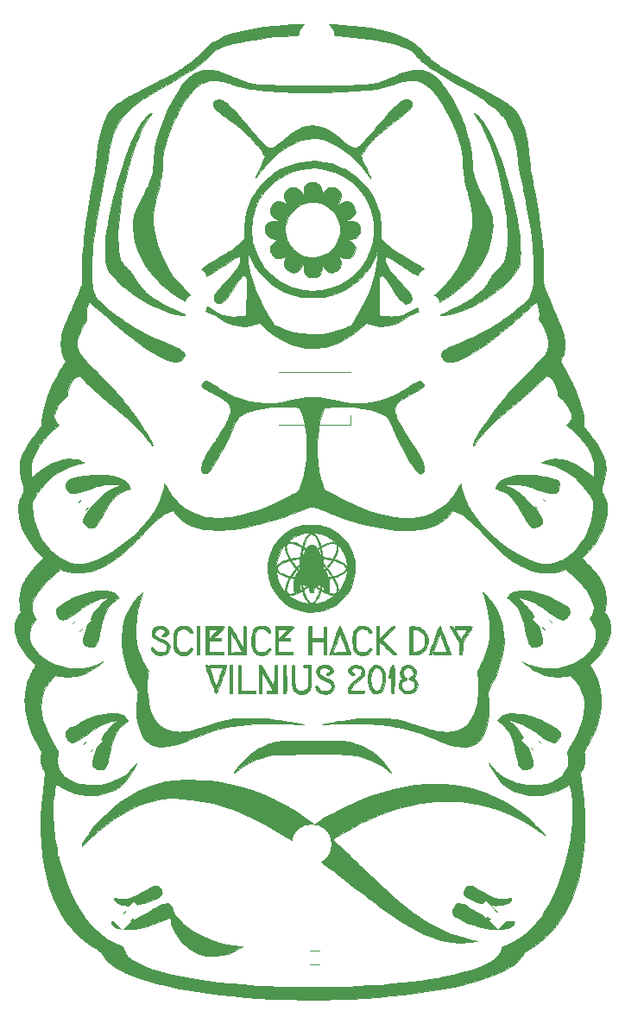
<source format=gbr>
G04 #@! TF.GenerationSoftware,KiCad,Pcbnew,no-vcs-found-bf44d39~61~ubuntu16.04.1*
G04 #@! TF.CreationDate,2018-01-11T19:38:33+02:00*
G04 #@! TF.ProjectId,shd18-badge,73686431382D62616467652E6B696361,rev?*
G04 #@! TF.SameCoordinates,Original*
G04 #@! TF.FileFunction,Legend,Top*
G04 #@! TF.FilePolarity,Positive*
%FSLAX45Y45*%
G04 Gerber Fmt 4.5, Leading zero omitted, Abs format (unit mm)*
G04 Created by KiCad (PCBNEW no-vcs-found-bf44d39~61~ubuntu16.04.1) date Thu Jan 11 19:38:33 2018*
%MOMM*%
%LPD*%
G01*
G04 APERTURE LIST*
%ADD10C,0.120000*%
%ADD11C,0.010000*%
%ADD12R,2.400000X2.400000*%
%ADD13C,2.400000*%
%ADD14C,3.900000*%
%ADD15C,1.200000*%
%ADD16C,0.100000*%
%ADD17R,2.000000X1.400000*%
%ADD18C,3.600000*%
%ADD19R,0.900000X1.300000*%
%ADD20C,2.200000*%
G04 APERTURE END LIST*
D10*
X31136568Y-19477279D02*
X31207279Y-19406569D01*
X31207279Y-19406569D02*
X31058787Y-19258076D01*
X31136568Y-19477279D02*
X30988076Y-19328787D01*
X31026568Y-20657279D02*
X30878076Y-20508787D01*
X31097279Y-20586569D02*
X30948787Y-20438076D01*
X31026568Y-20657279D02*
X31097279Y-20586569D01*
X30596568Y-22317279D02*
X30667279Y-22246569D01*
X30667279Y-22246569D02*
X30518787Y-22098076D01*
X30596568Y-22317279D02*
X30448076Y-22168787D01*
X26842721Y-22256569D02*
X26991213Y-22108076D01*
X26913431Y-22327279D02*
X27061924Y-22178787D01*
X26842721Y-22256569D02*
X26913431Y-22327279D01*
X26452721Y-20596569D02*
X26523431Y-20667279D01*
X26523431Y-20667279D02*
X26671924Y-20518787D01*
X26452721Y-20596569D02*
X26601213Y-20448076D01*
X26342721Y-19416569D02*
X26491213Y-19268076D01*
X26413431Y-19487279D02*
X26561924Y-19338787D01*
X26342721Y-19416569D02*
X26413431Y-19487279D01*
X26402721Y-18226569D02*
X26473431Y-18297279D01*
X26473431Y-18297279D02*
X26621924Y-18148787D01*
X26402721Y-18226569D02*
X26551213Y-18078076D01*
X31066568Y-18287279D02*
X30918076Y-18138787D01*
X31137279Y-18216569D02*
X30988787Y-18068076D01*
X31066568Y-18287279D02*
X31137279Y-18216569D01*
X29150000Y-17390000D02*
X29150000Y-17290000D01*
X28450000Y-17390000D02*
X29150000Y-17390000D01*
X28450000Y-16870000D02*
X29150000Y-16870000D01*
X28850000Y-22678000D02*
X28750000Y-22678000D01*
X28750000Y-22542000D02*
X28850000Y-22542000D01*
D11*
G36*
X28801434Y-15008050D02*
X28824661Y-15016083D01*
X28844284Y-15030015D01*
X28848804Y-15034896D01*
X28858704Y-15049874D01*
X28865030Y-15067892D01*
X28868278Y-15090833D01*
X28868989Y-15111567D01*
X28869126Y-15143317D01*
X28882366Y-15118912D01*
X28897661Y-15095760D01*
X28915787Y-15076419D01*
X28935018Y-15062501D01*
X28949195Y-15056571D01*
X28969923Y-15054989D01*
X28992501Y-15059824D01*
X29014798Y-15070018D01*
X29034683Y-15084515D01*
X29050024Y-15102257D01*
X29053563Y-15108325D01*
X29059322Y-15127998D01*
X29059020Y-15151309D01*
X29053007Y-15176368D01*
X29041635Y-15201284D01*
X29034156Y-15212948D01*
X29027598Y-15222850D01*
X29026520Y-15226943D01*
X29031314Y-15225428D01*
X29042373Y-15218506D01*
X29043525Y-15217735D01*
X29062729Y-15206919D01*
X29083865Y-15198300D01*
X29103704Y-15193050D01*
X29114306Y-15192000D01*
X29136255Y-15196088D01*
X29156878Y-15207775D01*
X29175042Y-15226195D01*
X29188994Y-15249150D01*
X29197513Y-15275144D01*
X29197943Y-15299756D01*
X29193375Y-15315961D01*
X29184577Y-15329902D01*
X29170269Y-15345206D01*
X29152709Y-15359861D01*
X29134153Y-15371857D01*
X29126208Y-15375796D01*
X29104751Y-15385265D01*
X29140284Y-15384941D01*
X29173889Y-15387180D01*
X29200961Y-15394665D01*
X29221718Y-15407534D01*
X29236380Y-15425924D01*
X29245165Y-15449974D01*
X29245444Y-15451278D01*
X29247864Y-15480101D01*
X29243074Y-15506066D01*
X29231640Y-15528226D01*
X29214130Y-15545632D01*
X29191112Y-15557340D01*
X29180138Y-15560288D01*
X29159351Y-15563012D01*
X29137159Y-15563542D01*
X29129338Y-15563052D01*
X29103850Y-15560567D01*
X29126539Y-15571950D01*
X29156559Y-15590023D01*
X29178553Y-15610020D01*
X29192445Y-15631786D01*
X29198159Y-15655172D01*
X29195622Y-15680025D01*
X29189051Y-15697883D01*
X29173286Y-15723672D01*
X29154138Y-15741799D01*
X29132033Y-15752165D01*
X29107395Y-15754669D01*
X29080652Y-15749211D01*
X29052228Y-15735691D01*
X29045732Y-15731585D01*
X29033782Y-15724106D01*
X29028087Y-15721836D01*
X29028172Y-15724856D01*
X29033557Y-15733244D01*
X29033781Y-15733559D01*
X29049351Y-15760766D01*
X29057724Y-15787826D01*
X29058964Y-15813747D01*
X29053133Y-15837534D01*
X29040295Y-15858195D01*
X29025007Y-15871815D01*
X29005737Y-15882964D01*
X28985690Y-15890907D01*
X28968109Y-15894394D01*
X28966267Y-15894455D01*
X28951002Y-15891610D01*
X28933476Y-15883921D01*
X28916909Y-15872997D01*
X28909018Y-15865825D01*
X28900033Y-15854784D01*
X28889810Y-15839907D01*
X28882709Y-15828147D01*
X28869001Y-15803717D01*
X28868927Y-15835467D01*
X28868273Y-15853692D01*
X28866630Y-15870921D01*
X28864361Y-15883391D01*
X28855962Y-15901521D01*
X28842356Y-15918329D01*
X28826010Y-15931194D01*
X28814588Y-15936350D01*
X28793468Y-15940090D01*
X28769620Y-15940415D01*
X28747688Y-15937348D01*
X28742876Y-15935999D01*
X28728317Y-15927931D01*
X28713908Y-15914388D01*
X28702061Y-15898051D01*
X28695639Y-15883391D01*
X28693361Y-15870879D01*
X28691711Y-15853642D01*
X28691047Y-15835467D01*
X28690947Y-15803717D01*
X28678128Y-15827000D01*
X28659151Y-15855811D01*
X28638500Y-15876413D01*
X28616255Y-15888772D01*
X28592493Y-15892855D01*
X28567294Y-15888629D01*
X28550777Y-15881715D01*
X28526744Y-15865597D01*
X28510245Y-15845898D01*
X28501392Y-15823113D01*
X28500375Y-15799483D01*
X28691100Y-15799483D01*
X28693217Y-15801600D01*
X28695333Y-15799483D01*
X28864667Y-15799483D01*
X28866783Y-15801600D01*
X28868900Y-15799483D01*
X28866783Y-15797367D01*
X28864667Y-15799483D01*
X28695333Y-15799483D01*
X28693217Y-15797367D01*
X28691100Y-15799483D01*
X28500375Y-15799483D01*
X28500299Y-15797738D01*
X28507079Y-15770268D01*
X28519605Y-15744822D01*
X28526560Y-15732833D01*
X28530994Y-15724323D01*
X28531950Y-15721167D01*
X28527589Y-15723290D01*
X28518799Y-15728646D01*
X28514267Y-15731585D01*
X28492602Y-15743311D01*
X28469572Y-15751508D01*
X28448616Y-15754989D01*
X28446371Y-15755033D01*
X28424101Y-15751079D01*
X28403765Y-15740226D01*
X28386334Y-15723985D01*
X28372778Y-15703869D01*
X28364069Y-15681390D01*
X28361179Y-15658060D01*
X28365078Y-15635391D01*
X28366757Y-15631072D01*
X28377473Y-15614322D01*
X28394615Y-15597250D01*
X28416370Y-15581490D01*
X28430750Y-15573411D01*
X28456150Y-15560590D01*
X28430662Y-15563063D01*
X28409936Y-15563516D01*
X28387867Y-15561658D01*
X28379862Y-15560288D01*
X28354772Y-15551210D01*
X28334918Y-15536033D01*
X28320879Y-15515730D01*
X28313234Y-15491274D01*
X28313037Y-15483147D01*
X28508982Y-15483147D01*
X28514126Y-15527339D01*
X28527056Y-15570841D01*
X28534286Y-15587438D01*
X28558577Y-15629052D01*
X28588550Y-15664864D01*
X28623407Y-15694500D01*
X28662355Y-15717586D01*
X28704597Y-15733750D01*
X28749337Y-15742617D01*
X28795782Y-15743814D01*
X28843134Y-15736969D01*
X28849511Y-15735419D01*
X28892383Y-15720304D01*
X28931278Y-15698333D01*
X28965653Y-15670389D01*
X28994964Y-15637356D01*
X29018667Y-15600115D01*
X29036219Y-15559552D01*
X29047075Y-15516548D01*
X29050694Y-15471987D01*
X29046530Y-15426753D01*
X29044808Y-15418123D01*
X29033979Y-15379770D01*
X29018675Y-15346076D01*
X28997635Y-15314771D01*
X28970738Y-15284726D01*
X28934934Y-15253359D01*
X28897621Y-15230037D01*
X28857872Y-15214361D01*
X28814760Y-15205931D01*
X28783994Y-15204142D01*
X28747087Y-15205551D01*
X28714515Y-15211120D01*
X28682870Y-15221586D01*
X28663583Y-15230197D01*
X28623360Y-15253978D01*
X28588639Y-15283380D01*
X28559745Y-15317501D01*
X28537007Y-15355440D01*
X28520749Y-15396296D01*
X28511299Y-15439165D01*
X28508982Y-15483147D01*
X28313037Y-15483147D01*
X28312562Y-15463637D01*
X28314625Y-15450717D01*
X28323384Y-15426399D01*
X28338108Y-15407767D01*
X28358963Y-15394716D01*
X28386117Y-15387141D01*
X28418924Y-15384927D01*
X28453665Y-15385238D01*
X28429507Y-15373076D01*
X28400524Y-15355355D01*
X28379478Y-15335476D01*
X28366465Y-15313640D01*
X28361581Y-15290049D01*
X28364921Y-15264907D01*
X28370917Y-15249150D01*
X28386593Y-15223379D01*
X28405590Y-15205306D01*
X28427526Y-15195016D01*
X28452018Y-15192592D01*
X28478684Y-15198120D01*
X28507142Y-15211683D01*
X28515765Y-15217192D01*
X28527612Y-15224781D01*
X28533175Y-15227015D01*
X28532867Y-15223720D01*
X28527100Y-15214723D01*
X28525844Y-15212948D01*
X28510897Y-15186901D01*
X28502327Y-15160459D01*
X28501327Y-15147550D01*
X28691100Y-15147550D01*
X28693217Y-15149667D01*
X28695333Y-15147550D01*
X28864667Y-15147550D01*
X28866783Y-15149667D01*
X28868900Y-15147550D01*
X28866783Y-15145433D01*
X28864667Y-15147550D01*
X28695333Y-15147550D01*
X28693217Y-15145433D01*
X28691100Y-15147550D01*
X28501327Y-15147550D01*
X28500361Y-15135080D01*
X28505225Y-15112224D01*
X28508972Y-15104396D01*
X28523887Y-15085299D01*
X28543679Y-15069995D01*
X28566247Y-15059469D01*
X28589488Y-15054711D01*
X28610805Y-15056571D01*
X28629729Y-15065339D01*
X28648848Y-15080743D01*
X28666437Y-15101172D01*
X28677634Y-15118912D01*
X28690874Y-15143317D01*
X28691011Y-15111567D01*
X28692340Y-15083889D01*
X28696390Y-15062498D01*
X28703654Y-15045509D01*
X28711196Y-15034896D01*
X28729483Y-15019337D01*
X28751909Y-15009677D01*
X28776538Y-15005914D01*
X28801434Y-15008050D01*
X28801434Y-15008050D01*
G37*
X28801434Y-15008050D02*
X28824661Y-15016083D01*
X28844284Y-15030015D01*
X28848804Y-15034896D01*
X28858704Y-15049874D01*
X28865030Y-15067892D01*
X28868278Y-15090833D01*
X28868989Y-15111567D01*
X28869126Y-15143317D01*
X28882366Y-15118912D01*
X28897661Y-15095760D01*
X28915787Y-15076419D01*
X28935018Y-15062501D01*
X28949195Y-15056571D01*
X28969923Y-15054989D01*
X28992501Y-15059824D01*
X29014798Y-15070018D01*
X29034683Y-15084515D01*
X29050024Y-15102257D01*
X29053563Y-15108325D01*
X29059322Y-15127998D01*
X29059020Y-15151309D01*
X29053007Y-15176368D01*
X29041635Y-15201284D01*
X29034156Y-15212948D01*
X29027598Y-15222850D01*
X29026520Y-15226943D01*
X29031314Y-15225428D01*
X29042373Y-15218506D01*
X29043525Y-15217735D01*
X29062729Y-15206919D01*
X29083865Y-15198300D01*
X29103704Y-15193050D01*
X29114306Y-15192000D01*
X29136255Y-15196088D01*
X29156878Y-15207775D01*
X29175042Y-15226195D01*
X29188994Y-15249150D01*
X29197513Y-15275144D01*
X29197943Y-15299756D01*
X29193375Y-15315961D01*
X29184577Y-15329902D01*
X29170269Y-15345206D01*
X29152709Y-15359861D01*
X29134153Y-15371857D01*
X29126208Y-15375796D01*
X29104751Y-15385265D01*
X29140284Y-15384941D01*
X29173889Y-15387180D01*
X29200961Y-15394665D01*
X29221718Y-15407534D01*
X29236380Y-15425924D01*
X29245165Y-15449974D01*
X29245444Y-15451278D01*
X29247864Y-15480101D01*
X29243074Y-15506066D01*
X29231640Y-15528226D01*
X29214130Y-15545632D01*
X29191112Y-15557340D01*
X29180138Y-15560288D01*
X29159351Y-15563012D01*
X29137159Y-15563542D01*
X29129338Y-15563052D01*
X29103850Y-15560567D01*
X29126539Y-15571950D01*
X29156559Y-15590023D01*
X29178553Y-15610020D01*
X29192445Y-15631786D01*
X29198159Y-15655172D01*
X29195622Y-15680025D01*
X29189051Y-15697883D01*
X29173286Y-15723672D01*
X29154138Y-15741799D01*
X29132033Y-15752165D01*
X29107395Y-15754669D01*
X29080652Y-15749211D01*
X29052228Y-15735691D01*
X29045732Y-15731585D01*
X29033782Y-15724106D01*
X29028087Y-15721836D01*
X29028172Y-15724856D01*
X29033557Y-15733244D01*
X29033781Y-15733559D01*
X29049351Y-15760766D01*
X29057724Y-15787826D01*
X29058964Y-15813747D01*
X29053133Y-15837534D01*
X29040295Y-15858195D01*
X29025007Y-15871815D01*
X29005737Y-15882964D01*
X28985690Y-15890907D01*
X28968109Y-15894394D01*
X28966267Y-15894455D01*
X28951002Y-15891610D01*
X28933476Y-15883921D01*
X28916909Y-15872997D01*
X28909018Y-15865825D01*
X28900033Y-15854784D01*
X28889810Y-15839907D01*
X28882709Y-15828147D01*
X28869001Y-15803717D01*
X28868927Y-15835467D01*
X28868273Y-15853692D01*
X28866630Y-15870921D01*
X28864361Y-15883391D01*
X28855962Y-15901521D01*
X28842356Y-15918329D01*
X28826010Y-15931194D01*
X28814588Y-15936350D01*
X28793468Y-15940090D01*
X28769620Y-15940415D01*
X28747688Y-15937348D01*
X28742876Y-15935999D01*
X28728317Y-15927931D01*
X28713908Y-15914388D01*
X28702061Y-15898051D01*
X28695639Y-15883391D01*
X28693361Y-15870879D01*
X28691711Y-15853642D01*
X28691047Y-15835467D01*
X28690947Y-15803717D01*
X28678128Y-15827000D01*
X28659151Y-15855811D01*
X28638500Y-15876413D01*
X28616255Y-15888772D01*
X28592493Y-15892855D01*
X28567294Y-15888629D01*
X28550777Y-15881715D01*
X28526744Y-15865597D01*
X28510245Y-15845898D01*
X28501392Y-15823113D01*
X28500375Y-15799483D01*
X28691100Y-15799483D01*
X28693217Y-15801600D01*
X28695333Y-15799483D01*
X28864667Y-15799483D01*
X28866783Y-15801600D01*
X28868900Y-15799483D01*
X28866783Y-15797367D01*
X28864667Y-15799483D01*
X28695333Y-15799483D01*
X28693217Y-15797367D01*
X28691100Y-15799483D01*
X28500375Y-15799483D01*
X28500299Y-15797738D01*
X28507079Y-15770268D01*
X28519605Y-15744822D01*
X28526560Y-15732833D01*
X28530994Y-15724323D01*
X28531950Y-15721167D01*
X28527589Y-15723290D01*
X28518799Y-15728646D01*
X28514267Y-15731585D01*
X28492602Y-15743311D01*
X28469572Y-15751508D01*
X28448616Y-15754989D01*
X28446371Y-15755033D01*
X28424101Y-15751079D01*
X28403765Y-15740226D01*
X28386334Y-15723985D01*
X28372778Y-15703869D01*
X28364069Y-15681390D01*
X28361179Y-15658060D01*
X28365078Y-15635391D01*
X28366757Y-15631072D01*
X28377473Y-15614322D01*
X28394615Y-15597250D01*
X28416370Y-15581490D01*
X28430750Y-15573411D01*
X28456150Y-15560590D01*
X28430662Y-15563063D01*
X28409936Y-15563516D01*
X28387867Y-15561658D01*
X28379862Y-15560288D01*
X28354772Y-15551210D01*
X28334918Y-15536033D01*
X28320879Y-15515730D01*
X28313234Y-15491274D01*
X28313037Y-15483147D01*
X28508982Y-15483147D01*
X28514126Y-15527339D01*
X28527056Y-15570841D01*
X28534286Y-15587438D01*
X28558577Y-15629052D01*
X28588550Y-15664864D01*
X28623407Y-15694500D01*
X28662355Y-15717586D01*
X28704597Y-15733750D01*
X28749337Y-15742617D01*
X28795782Y-15743814D01*
X28843134Y-15736969D01*
X28849511Y-15735419D01*
X28892383Y-15720304D01*
X28931278Y-15698333D01*
X28965653Y-15670389D01*
X28994964Y-15637356D01*
X29018667Y-15600115D01*
X29036219Y-15559552D01*
X29047075Y-15516548D01*
X29050694Y-15471987D01*
X29046530Y-15426753D01*
X29044808Y-15418123D01*
X29033979Y-15379770D01*
X29018675Y-15346076D01*
X28997635Y-15314771D01*
X28970738Y-15284726D01*
X28934934Y-15253359D01*
X28897621Y-15230037D01*
X28857872Y-15214361D01*
X28814760Y-15205931D01*
X28783994Y-15204142D01*
X28747087Y-15205551D01*
X28714515Y-15211120D01*
X28682870Y-15221586D01*
X28663583Y-15230197D01*
X28623360Y-15253978D01*
X28588639Y-15283380D01*
X28559745Y-15317501D01*
X28537007Y-15355440D01*
X28520749Y-15396296D01*
X28511299Y-15439165D01*
X28508982Y-15483147D01*
X28313037Y-15483147D01*
X28312562Y-15463637D01*
X28314625Y-15450717D01*
X28323384Y-15426399D01*
X28338108Y-15407767D01*
X28358963Y-15394716D01*
X28386117Y-15387141D01*
X28418924Y-15384927D01*
X28453665Y-15385238D01*
X28429507Y-15373076D01*
X28400524Y-15355355D01*
X28379478Y-15335476D01*
X28366465Y-15313640D01*
X28361581Y-15290049D01*
X28364921Y-15264907D01*
X28370917Y-15249150D01*
X28386593Y-15223379D01*
X28405590Y-15205306D01*
X28427526Y-15195016D01*
X28452018Y-15192592D01*
X28478684Y-15198120D01*
X28507142Y-15211683D01*
X28515765Y-15217192D01*
X28527612Y-15224781D01*
X28533175Y-15227015D01*
X28532867Y-15223720D01*
X28527100Y-15214723D01*
X28525844Y-15212948D01*
X28510897Y-15186901D01*
X28502327Y-15160459D01*
X28501327Y-15147550D01*
X28691100Y-15147550D01*
X28693217Y-15149667D01*
X28695333Y-15147550D01*
X28864667Y-15147550D01*
X28866783Y-15149667D01*
X28868900Y-15147550D01*
X28866783Y-15145433D01*
X28864667Y-15147550D01*
X28695333Y-15147550D01*
X28693217Y-15145433D01*
X28691100Y-15147550D01*
X28501327Y-15147550D01*
X28500361Y-15135080D01*
X28505225Y-15112224D01*
X28508972Y-15104396D01*
X28523887Y-15085299D01*
X28543679Y-15069995D01*
X28566247Y-15059469D01*
X28589488Y-15054711D01*
X28610805Y-15056571D01*
X28629729Y-15065339D01*
X28648848Y-15080743D01*
X28666437Y-15101172D01*
X28677634Y-15118912D01*
X28690874Y-15143317D01*
X28691011Y-15111567D01*
X28692340Y-15083889D01*
X28696390Y-15062498D01*
X28703654Y-15045509D01*
X28711196Y-15034896D01*
X28729483Y-15019337D01*
X28751909Y-15009677D01*
X28776538Y-15005914D01*
X28801434Y-15008050D01*
G36*
X27875721Y-14198934D02*
X27877685Y-14199493D01*
X27895542Y-14206448D01*
X27915024Y-14217357D01*
X27936511Y-14232581D01*
X27960385Y-14252483D01*
X27987025Y-14277425D01*
X28016813Y-14307770D01*
X28050129Y-14343879D01*
X28087354Y-14386114D01*
X28128868Y-14434838D01*
X28144095Y-14453028D01*
X28180770Y-14496859D01*
X28212616Y-14534529D01*
X28240095Y-14566486D01*
X28263666Y-14593181D01*
X28283790Y-14615063D01*
X28300927Y-14632582D01*
X28315539Y-14646189D01*
X28328084Y-14656332D01*
X28339025Y-14663461D01*
X28348820Y-14668027D01*
X28357931Y-14670480D01*
X28366817Y-14671268D01*
X28367499Y-14671272D01*
X28378803Y-14669976D01*
X28391437Y-14665698D01*
X28406221Y-14657908D01*
X28423972Y-14646076D01*
X28445510Y-14629672D01*
X28471654Y-14608165D01*
X28492465Y-14590370D01*
X28522804Y-14564508D01*
X28548448Y-14543581D01*
X28570758Y-14526605D01*
X28591094Y-14512598D01*
X28610818Y-14500576D01*
X28631291Y-14489558D01*
X28633950Y-14488213D01*
X28680803Y-14468123D01*
X28726939Y-14455514D01*
X28772721Y-14450472D01*
X28818512Y-14453082D01*
X28864677Y-14463427D01*
X28911578Y-14481593D01*
X28959581Y-14507665D01*
X29009048Y-14541726D01*
X29060343Y-14583862D01*
X29065750Y-14588668D01*
X29095459Y-14614705D01*
X29120242Y-14635085D01*
X29140942Y-14650349D01*
X29158399Y-14661037D01*
X29173456Y-14667692D01*
X29186954Y-14670853D01*
X29194278Y-14671300D01*
X29202814Y-14670537D01*
X29211765Y-14667955D01*
X29221579Y-14663109D01*
X29232707Y-14655557D01*
X29245598Y-14644857D01*
X29260701Y-14630566D01*
X29278466Y-14612240D01*
X29299342Y-14589438D01*
X29323779Y-14561716D01*
X29352226Y-14528631D01*
X29385133Y-14489741D01*
X29416221Y-14452658D01*
X29454075Y-14407720D01*
X29487434Y-14368930D01*
X29516891Y-14335670D01*
X29543040Y-14307321D01*
X29566477Y-14283265D01*
X29587795Y-14262886D01*
X29607589Y-14245563D01*
X29626453Y-14230680D01*
X29637003Y-14223061D01*
X29664047Y-14207061D01*
X29688724Y-14198271D01*
X29710554Y-14196652D01*
X29729054Y-14202165D01*
X29743742Y-14214774D01*
X29753357Y-14232294D01*
X29755657Y-14242799D01*
X29754323Y-14253806D01*
X29748870Y-14265868D01*
X29738808Y-14279535D01*
X29723652Y-14295360D01*
X29702915Y-14313893D01*
X29676109Y-14335687D01*
X29642747Y-14361293D01*
X29633017Y-14368585D01*
X29573378Y-14413888D01*
X29520336Y-14455959D01*
X29473046Y-14495610D01*
X29430665Y-14533653D01*
X29392351Y-14570899D01*
X29357261Y-14608160D01*
X29324551Y-14646249D01*
X29293379Y-14685976D01*
X29269657Y-14718529D01*
X29249722Y-14746707D01*
X29258894Y-14771445D01*
X29264429Y-14785246D01*
X29272551Y-14804085D01*
X29282128Y-14825393D01*
X29291205Y-14844867D01*
X29309113Y-14882598D01*
X29323536Y-14913108D01*
X29334661Y-14936803D01*
X29342678Y-14954088D01*
X29347776Y-14965372D01*
X29350142Y-14971059D01*
X29350209Y-14971866D01*
X29346998Y-14967900D01*
X29339646Y-14958569D01*
X29329196Y-14945204D01*
X29316690Y-14929135D01*
X29314683Y-14926550D01*
X29257781Y-14857247D01*
X29200244Y-14795063D01*
X29142382Y-14740277D01*
X29084504Y-14693167D01*
X29026920Y-14654013D01*
X28987433Y-14631735D01*
X28943153Y-14610659D01*
X28902360Y-14595290D01*
X28862861Y-14585055D01*
X28822461Y-14579383D01*
X28780000Y-14577701D01*
X28724497Y-14581773D01*
X28668689Y-14593901D01*
X28612513Y-14614126D01*
X28555907Y-14642492D01*
X28498812Y-14679040D01*
X28441164Y-14723813D01*
X28382904Y-14776854D01*
X28323968Y-14838205D01*
X28264296Y-14907908D01*
X28221253Y-14962746D01*
X28220298Y-14962704D01*
X28222646Y-14955987D01*
X28227898Y-14943536D01*
X28235655Y-14926290D01*
X28245518Y-14905189D01*
X28247027Y-14902017D01*
X28261757Y-14870578D01*
X28275308Y-14840628D01*
X28287239Y-14813222D01*
X28297113Y-14789412D01*
X28304489Y-14770252D01*
X28308929Y-14756795D01*
X28310071Y-14750835D01*
X28307456Y-14744685D01*
X28300203Y-14733175D01*
X28289150Y-14717403D01*
X28275133Y-14698467D01*
X28258991Y-14677465D01*
X28241561Y-14655495D01*
X28223680Y-14633655D01*
X28206185Y-14613042D01*
X28196992Y-14602583D01*
X28168048Y-14571393D01*
X28136861Y-14540353D01*
X28102557Y-14508702D01*
X28064256Y-14475678D01*
X28021083Y-14440520D01*
X27972161Y-14402468D01*
X27928911Y-14369889D01*
X27893615Y-14343187D01*
X27864975Y-14320465D01*
X27842498Y-14301167D01*
X27825691Y-14284737D01*
X27814060Y-14270620D01*
X27807112Y-14258259D01*
X27804353Y-14247098D01*
X27805291Y-14236584D01*
X27806686Y-14232182D01*
X27817701Y-14213278D01*
X27833405Y-14201193D01*
X27853008Y-14196290D01*
X27875721Y-14198934D01*
X27875721Y-14198934D01*
G37*
X27875721Y-14198934D02*
X27877685Y-14199493D01*
X27895542Y-14206448D01*
X27915024Y-14217357D01*
X27936511Y-14232581D01*
X27960385Y-14252483D01*
X27987025Y-14277425D01*
X28016813Y-14307770D01*
X28050129Y-14343879D01*
X28087354Y-14386114D01*
X28128868Y-14434838D01*
X28144095Y-14453028D01*
X28180770Y-14496859D01*
X28212616Y-14534529D01*
X28240095Y-14566486D01*
X28263666Y-14593181D01*
X28283790Y-14615063D01*
X28300927Y-14632582D01*
X28315539Y-14646189D01*
X28328084Y-14656332D01*
X28339025Y-14663461D01*
X28348820Y-14668027D01*
X28357931Y-14670480D01*
X28366817Y-14671268D01*
X28367499Y-14671272D01*
X28378803Y-14669976D01*
X28391437Y-14665698D01*
X28406221Y-14657908D01*
X28423972Y-14646076D01*
X28445510Y-14629672D01*
X28471654Y-14608165D01*
X28492465Y-14590370D01*
X28522804Y-14564508D01*
X28548448Y-14543581D01*
X28570758Y-14526605D01*
X28591094Y-14512598D01*
X28610818Y-14500576D01*
X28631291Y-14489558D01*
X28633950Y-14488213D01*
X28680803Y-14468123D01*
X28726939Y-14455514D01*
X28772721Y-14450472D01*
X28818512Y-14453082D01*
X28864677Y-14463427D01*
X28911578Y-14481593D01*
X28959581Y-14507665D01*
X29009048Y-14541726D01*
X29060343Y-14583862D01*
X29065750Y-14588668D01*
X29095459Y-14614705D01*
X29120242Y-14635085D01*
X29140942Y-14650349D01*
X29158399Y-14661037D01*
X29173456Y-14667692D01*
X29186954Y-14670853D01*
X29194278Y-14671300D01*
X29202814Y-14670537D01*
X29211765Y-14667955D01*
X29221579Y-14663109D01*
X29232707Y-14655557D01*
X29245598Y-14644857D01*
X29260701Y-14630566D01*
X29278466Y-14612240D01*
X29299342Y-14589438D01*
X29323779Y-14561716D01*
X29352226Y-14528631D01*
X29385133Y-14489741D01*
X29416221Y-14452658D01*
X29454075Y-14407720D01*
X29487434Y-14368930D01*
X29516891Y-14335670D01*
X29543040Y-14307321D01*
X29566477Y-14283265D01*
X29587795Y-14262886D01*
X29607589Y-14245563D01*
X29626453Y-14230680D01*
X29637003Y-14223061D01*
X29664047Y-14207061D01*
X29688724Y-14198271D01*
X29710554Y-14196652D01*
X29729054Y-14202165D01*
X29743742Y-14214774D01*
X29753357Y-14232294D01*
X29755657Y-14242799D01*
X29754323Y-14253806D01*
X29748870Y-14265868D01*
X29738808Y-14279535D01*
X29723652Y-14295360D01*
X29702915Y-14313893D01*
X29676109Y-14335687D01*
X29642747Y-14361293D01*
X29633017Y-14368585D01*
X29573378Y-14413888D01*
X29520336Y-14455959D01*
X29473046Y-14495610D01*
X29430665Y-14533653D01*
X29392351Y-14570899D01*
X29357261Y-14608160D01*
X29324551Y-14646249D01*
X29293379Y-14685976D01*
X29269657Y-14718529D01*
X29249722Y-14746707D01*
X29258894Y-14771445D01*
X29264429Y-14785246D01*
X29272551Y-14804085D01*
X29282128Y-14825393D01*
X29291205Y-14844867D01*
X29309113Y-14882598D01*
X29323536Y-14913108D01*
X29334661Y-14936803D01*
X29342678Y-14954088D01*
X29347776Y-14965372D01*
X29350142Y-14971059D01*
X29350209Y-14971866D01*
X29346998Y-14967900D01*
X29339646Y-14958569D01*
X29329196Y-14945204D01*
X29316690Y-14929135D01*
X29314683Y-14926550D01*
X29257781Y-14857247D01*
X29200244Y-14795063D01*
X29142382Y-14740277D01*
X29084504Y-14693167D01*
X29026920Y-14654013D01*
X28987433Y-14631735D01*
X28943153Y-14610659D01*
X28902360Y-14595290D01*
X28862861Y-14585055D01*
X28822461Y-14579383D01*
X28780000Y-14577701D01*
X28724497Y-14581773D01*
X28668689Y-14593901D01*
X28612513Y-14614126D01*
X28555907Y-14642492D01*
X28498812Y-14679040D01*
X28441164Y-14723813D01*
X28382904Y-14776854D01*
X28323968Y-14838205D01*
X28264296Y-14907908D01*
X28221253Y-14962746D01*
X28220298Y-14962704D01*
X28222646Y-14955987D01*
X28227898Y-14943536D01*
X28235655Y-14926290D01*
X28245518Y-14905189D01*
X28247027Y-14902017D01*
X28261757Y-14870578D01*
X28275308Y-14840628D01*
X28287239Y-14813222D01*
X28297113Y-14789412D01*
X28304489Y-14770252D01*
X28308929Y-14756795D01*
X28310071Y-14750835D01*
X28307456Y-14744685D01*
X28300203Y-14733175D01*
X28289150Y-14717403D01*
X28275133Y-14698467D01*
X28258991Y-14677465D01*
X28241561Y-14655495D01*
X28223680Y-14633655D01*
X28206185Y-14613042D01*
X28196992Y-14602583D01*
X28168048Y-14571393D01*
X28136861Y-14540353D01*
X28102557Y-14508702D01*
X28064256Y-14475678D01*
X28021083Y-14440520D01*
X27972161Y-14402468D01*
X27928911Y-14369889D01*
X27893615Y-14343187D01*
X27864975Y-14320465D01*
X27842498Y-14301167D01*
X27825691Y-14284737D01*
X27814060Y-14270620D01*
X27807112Y-14258259D01*
X27804353Y-14247098D01*
X27805291Y-14236584D01*
X27806686Y-14232182D01*
X27817701Y-14213278D01*
X27833405Y-14201193D01*
X27853008Y-14196290D01*
X27875721Y-14198934D01*
G36*
X30373282Y-14333783D02*
X30382020Y-14338586D01*
X30402866Y-14354487D01*
X30424935Y-14378187D01*
X30448030Y-14409140D01*
X30471952Y-14446798D01*
X30496504Y-14490615D01*
X30521487Y-14540044D01*
X30546702Y-14594537D01*
X30571952Y-14653547D01*
X30597039Y-14716529D01*
X30621763Y-14782934D01*
X30645928Y-14852216D01*
X30669334Y-14923827D01*
X30691784Y-14997221D01*
X30713080Y-15071852D01*
X30733022Y-15147171D01*
X30751414Y-15222631D01*
X30768056Y-15297687D01*
X30782750Y-15371791D01*
X30795299Y-15444396D01*
X30803897Y-15502785D01*
X30807408Y-15533698D01*
X30810498Y-15570351D01*
X30812972Y-15610021D01*
X30814640Y-15649985D01*
X30814857Y-15657667D01*
X30815552Y-15704940D01*
X30814698Y-15745168D01*
X30811862Y-15779694D01*
X30806608Y-15809868D01*
X30798501Y-15837034D01*
X30787104Y-15862539D01*
X30771984Y-15887730D01*
X30752705Y-15913954D01*
X30728831Y-15942556D01*
X30719254Y-15953440D01*
X30682114Y-15991874D01*
X30639249Y-16030406D01*
X30591626Y-16068503D01*
X30540215Y-16105635D01*
X30485984Y-16141270D01*
X30429900Y-16174877D01*
X30372932Y-16205925D01*
X30316049Y-16233883D01*
X30260217Y-16258219D01*
X30206407Y-16278401D01*
X30155586Y-16293900D01*
X30108721Y-16304183D01*
X30072225Y-16308456D01*
X30054369Y-16309113D01*
X30041055Y-16308829D01*
X30033874Y-16307666D01*
X30033067Y-16306885D01*
X30036674Y-16303465D01*
X30046195Y-16298015D01*
X30059674Y-16291635D01*
X30061642Y-16290784D01*
X30141424Y-16254998D01*
X30213907Y-16219102D01*
X30278872Y-16183226D01*
X30336104Y-16147499D01*
X30385387Y-16112049D01*
X30426505Y-16077006D01*
X30437350Y-16066456D01*
X30455102Y-16048117D01*
X30469503Y-16031852D01*
X30482194Y-16015484D01*
X30494813Y-15996837D01*
X30508999Y-15973732D01*
X30515649Y-15962467D01*
X30530793Y-15937148D01*
X30543651Y-15917200D01*
X30555843Y-15900478D01*
X30568989Y-15884840D01*
X30584706Y-15868143D01*
X30594012Y-15858750D01*
X30614735Y-15837801D01*
X30630333Y-15821185D01*
X30641859Y-15807450D01*
X30650366Y-15795138D01*
X30656908Y-15782798D01*
X30662538Y-15768973D01*
X30665841Y-15759585D01*
X30676907Y-15718633D01*
X30684884Y-15670452D01*
X30689828Y-15615674D01*
X30691795Y-15554931D01*
X30690838Y-15488856D01*
X30687013Y-15418082D01*
X30680375Y-15343240D01*
X30670980Y-15264963D01*
X30658881Y-15183885D01*
X30644134Y-15100636D01*
X30626793Y-15015849D01*
X30606915Y-14930157D01*
X30587049Y-14853333D01*
X30562880Y-14769211D01*
X30537498Y-14690250D01*
X30511106Y-14616919D01*
X30483904Y-14549687D01*
X30456096Y-14489024D01*
X30427884Y-14435398D01*
X30399470Y-14389278D01*
X30371057Y-14351133D01*
X30369864Y-14349710D01*
X30360933Y-14337733D01*
X30358604Y-14331015D01*
X30362759Y-14329662D01*
X30373282Y-14333783D01*
X30373282Y-14333783D01*
G37*
X30373282Y-14333783D02*
X30382020Y-14338586D01*
X30402866Y-14354487D01*
X30424935Y-14378187D01*
X30448030Y-14409140D01*
X30471952Y-14446798D01*
X30496504Y-14490615D01*
X30521487Y-14540044D01*
X30546702Y-14594537D01*
X30571952Y-14653547D01*
X30597039Y-14716529D01*
X30621763Y-14782934D01*
X30645928Y-14852216D01*
X30669334Y-14923827D01*
X30691784Y-14997221D01*
X30713080Y-15071852D01*
X30733022Y-15147171D01*
X30751414Y-15222631D01*
X30768056Y-15297687D01*
X30782750Y-15371791D01*
X30795299Y-15444396D01*
X30803897Y-15502785D01*
X30807408Y-15533698D01*
X30810498Y-15570351D01*
X30812972Y-15610021D01*
X30814640Y-15649985D01*
X30814857Y-15657667D01*
X30815552Y-15704940D01*
X30814698Y-15745168D01*
X30811862Y-15779694D01*
X30806608Y-15809868D01*
X30798501Y-15837034D01*
X30787104Y-15862539D01*
X30771984Y-15887730D01*
X30752705Y-15913954D01*
X30728831Y-15942556D01*
X30719254Y-15953440D01*
X30682114Y-15991874D01*
X30639249Y-16030406D01*
X30591626Y-16068503D01*
X30540215Y-16105635D01*
X30485984Y-16141270D01*
X30429900Y-16174877D01*
X30372932Y-16205925D01*
X30316049Y-16233883D01*
X30260217Y-16258219D01*
X30206407Y-16278401D01*
X30155586Y-16293900D01*
X30108721Y-16304183D01*
X30072225Y-16308456D01*
X30054369Y-16309113D01*
X30041055Y-16308829D01*
X30033874Y-16307666D01*
X30033067Y-16306885D01*
X30036674Y-16303465D01*
X30046195Y-16298015D01*
X30059674Y-16291635D01*
X30061642Y-16290784D01*
X30141424Y-16254998D01*
X30213907Y-16219102D01*
X30278872Y-16183226D01*
X30336104Y-16147499D01*
X30385387Y-16112049D01*
X30426505Y-16077006D01*
X30437350Y-16066456D01*
X30455102Y-16048117D01*
X30469503Y-16031852D01*
X30482194Y-16015484D01*
X30494813Y-15996837D01*
X30508999Y-15973732D01*
X30515649Y-15962467D01*
X30530793Y-15937148D01*
X30543651Y-15917200D01*
X30555843Y-15900478D01*
X30568989Y-15884840D01*
X30584706Y-15868143D01*
X30594012Y-15858750D01*
X30614735Y-15837801D01*
X30630333Y-15821185D01*
X30641859Y-15807450D01*
X30650366Y-15795138D01*
X30656908Y-15782798D01*
X30662538Y-15768973D01*
X30665841Y-15759585D01*
X30676907Y-15718633D01*
X30684884Y-15670452D01*
X30689828Y-15615674D01*
X30691795Y-15554931D01*
X30690838Y-15488856D01*
X30687013Y-15418082D01*
X30680375Y-15343240D01*
X30670980Y-15264963D01*
X30658881Y-15183885D01*
X30644134Y-15100636D01*
X30626793Y-15015849D01*
X30606915Y-14930157D01*
X30587049Y-14853333D01*
X30562880Y-14769211D01*
X30537498Y-14690250D01*
X30511106Y-14616919D01*
X30483904Y-14549687D01*
X30456096Y-14489024D01*
X30427884Y-14435398D01*
X30399470Y-14389278D01*
X30371057Y-14351133D01*
X30369864Y-14349710D01*
X30360933Y-14337733D01*
X30358604Y-14331015D01*
X30362759Y-14329662D01*
X30373282Y-14333783D01*
G36*
X27202009Y-14332758D02*
X27197190Y-14341074D01*
X27191647Y-14347692D01*
X27169294Y-14375900D01*
X27145950Y-14411626D01*
X27121997Y-14454031D01*
X27097816Y-14502278D01*
X27073790Y-14555531D01*
X27050301Y-14612951D01*
X27027730Y-14673701D01*
X27006460Y-14736945D01*
X26990945Y-14787717D01*
X26967610Y-14871773D01*
X26946596Y-14955929D01*
X26927952Y-15039600D01*
X26911732Y-15122200D01*
X26897986Y-15203145D01*
X26886765Y-15281848D01*
X26878122Y-15357726D01*
X26872108Y-15430192D01*
X26868775Y-15498662D01*
X26868174Y-15562550D01*
X26870356Y-15621271D01*
X26875373Y-15674239D01*
X26883278Y-15720870D01*
X26894120Y-15760578D01*
X26903242Y-15783423D01*
X26912064Y-15798091D01*
X26926772Y-15816707D01*
X26947729Y-15839708D01*
X26960944Y-15853273D01*
X26980433Y-15873319D01*
X26995824Y-15890362D01*
X27008864Y-15906681D01*
X27021300Y-15924559D01*
X27034881Y-15946276D01*
X27044333Y-15962146D01*
X27067544Y-15999255D01*
X27091223Y-16032003D01*
X27116562Y-16061516D01*
X27144754Y-16088919D01*
X27176989Y-16115338D01*
X27214461Y-16141899D01*
X27258360Y-16169728D01*
X27274111Y-16179174D01*
X27297296Y-16192320D01*
X27326378Y-16207876D01*
X27359475Y-16224907D01*
X27394709Y-16242478D01*
X27430198Y-16259651D01*
X27464062Y-16275493D01*
X27494421Y-16289066D01*
X27498358Y-16290763D01*
X27512203Y-16297115D01*
X27522354Y-16302563D01*
X27526863Y-16306047D01*
X27526933Y-16306309D01*
X27523049Y-16308422D01*
X27512592Y-16309342D01*
X27497358Y-16309169D01*
X27479143Y-16308000D01*
X27459741Y-16305936D01*
X27440948Y-16303077D01*
X27430534Y-16300980D01*
X27374446Y-16285638D01*
X27314386Y-16264287D01*
X27251609Y-16237575D01*
X27187372Y-16206153D01*
X27122932Y-16170669D01*
X27059544Y-16131773D01*
X26998466Y-16090114D01*
X26946716Y-16050961D01*
X26910513Y-16020579D01*
X26876116Y-15988749D01*
X26844455Y-15956508D01*
X26816460Y-15924894D01*
X26793062Y-15894941D01*
X26775189Y-15867688D01*
X26765916Y-15849513D01*
X26755704Y-15818330D01*
X26748560Y-15779749D01*
X26744465Y-15734255D01*
X26743398Y-15682332D01*
X26745337Y-15624466D01*
X26750263Y-15561139D01*
X26758154Y-15492839D01*
X26768990Y-15420048D01*
X26782750Y-15343253D01*
X26788837Y-15312650D01*
X26805659Y-15234849D01*
X26824279Y-15157001D01*
X26844489Y-15079628D01*
X26866081Y-15003253D01*
X26888845Y-14928399D01*
X26912572Y-14855586D01*
X26937055Y-14785339D01*
X26962084Y-14718179D01*
X26987451Y-14654629D01*
X27012947Y-14595211D01*
X27038363Y-14540448D01*
X27063490Y-14490861D01*
X27088120Y-14446975D01*
X27112045Y-14409310D01*
X27135055Y-14378390D01*
X27156941Y-14354736D01*
X27177496Y-14338871D01*
X27177980Y-14338586D01*
X27192126Y-14331329D01*
X27200228Y-14329447D01*
X27202009Y-14332758D01*
X27202009Y-14332758D01*
G37*
X27202009Y-14332758D02*
X27197190Y-14341074D01*
X27191647Y-14347692D01*
X27169294Y-14375900D01*
X27145950Y-14411626D01*
X27121997Y-14454031D01*
X27097816Y-14502278D01*
X27073790Y-14555531D01*
X27050301Y-14612951D01*
X27027730Y-14673701D01*
X27006460Y-14736945D01*
X26990945Y-14787717D01*
X26967610Y-14871773D01*
X26946596Y-14955929D01*
X26927952Y-15039600D01*
X26911732Y-15122200D01*
X26897986Y-15203145D01*
X26886765Y-15281848D01*
X26878122Y-15357726D01*
X26872108Y-15430192D01*
X26868775Y-15498662D01*
X26868174Y-15562550D01*
X26870356Y-15621271D01*
X26875373Y-15674239D01*
X26883278Y-15720870D01*
X26894120Y-15760578D01*
X26903242Y-15783423D01*
X26912064Y-15798091D01*
X26926772Y-15816707D01*
X26947729Y-15839708D01*
X26960944Y-15853273D01*
X26980433Y-15873319D01*
X26995824Y-15890362D01*
X27008864Y-15906681D01*
X27021300Y-15924559D01*
X27034881Y-15946276D01*
X27044333Y-15962146D01*
X27067544Y-15999255D01*
X27091223Y-16032003D01*
X27116562Y-16061516D01*
X27144754Y-16088919D01*
X27176989Y-16115338D01*
X27214461Y-16141899D01*
X27258360Y-16169728D01*
X27274111Y-16179174D01*
X27297296Y-16192320D01*
X27326378Y-16207876D01*
X27359475Y-16224907D01*
X27394709Y-16242478D01*
X27430198Y-16259651D01*
X27464062Y-16275493D01*
X27494421Y-16289066D01*
X27498358Y-16290763D01*
X27512203Y-16297115D01*
X27522354Y-16302563D01*
X27526863Y-16306047D01*
X27526933Y-16306309D01*
X27523049Y-16308422D01*
X27512592Y-16309342D01*
X27497358Y-16309169D01*
X27479143Y-16308000D01*
X27459741Y-16305936D01*
X27440948Y-16303077D01*
X27430534Y-16300980D01*
X27374446Y-16285638D01*
X27314386Y-16264287D01*
X27251609Y-16237575D01*
X27187372Y-16206153D01*
X27122932Y-16170669D01*
X27059544Y-16131773D01*
X26998466Y-16090114D01*
X26946716Y-16050961D01*
X26910513Y-16020579D01*
X26876116Y-15988749D01*
X26844455Y-15956508D01*
X26816460Y-15924894D01*
X26793062Y-15894941D01*
X26775189Y-15867688D01*
X26765916Y-15849513D01*
X26755704Y-15818330D01*
X26748560Y-15779749D01*
X26744465Y-15734255D01*
X26743398Y-15682332D01*
X26745337Y-15624466D01*
X26750263Y-15561139D01*
X26758154Y-15492839D01*
X26768990Y-15420048D01*
X26782750Y-15343253D01*
X26788837Y-15312650D01*
X26805659Y-15234849D01*
X26824279Y-15157001D01*
X26844489Y-15079628D01*
X26866081Y-15003253D01*
X26888845Y-14928399D01*
X26912572Y-14855586D01*
X26937055Y-14785339D01*
X26962084Y-14718179D01*
X26987451Y-14654629D01*
X27012947Y-14595211D01*
X27038363Y-14540448D01*
X27063490Y-14490861D01*
X27088120Y-14446975D01*
X27112045Y-14409310D01*
X27135055Y-14378390D01*
X27156941Y-14354736D01*
X27177496Y-14338871D01*
X27177980Y-14338586D01*
X27192126Y-14331329D01*
X27200228Y-14329447D01*
X27202009Y-14332758D01*
G36*
X27791821Y-13907667D02*
X27843285Y-13917275D01*
X27890965Y-13931105D01*
X27906964Y-13936808D01*
X27928912Y-13945193D01*
X27955006Y-13955541D01*
X27983440Y-13967133D01*
X28012411Y-13979250D01*
X28022233Y-13983434D01*
X28056888Y-13998187D01*
X28085008Y-14009913D01*
X28107787Y-14019040D01*
X28126419Y-14025994D01*
X28142100Y-14031203D01*
X28156023Y-14035095D01*
X28169383Y-14038097D01*
X28180983Y-14040232D01*
X28207236Y-14043843D01*
X28241192Y-14047116D01*
X28282092Y-14050050D01*
X28329180Y-14052645D01*
X28381697Y-14054902D01*
X28438886Y-14056821D01*
X28499989Y-14058400D01*
X28564250Y-14059642D01*
X28630910Y-14060545D01*
X28699212Y-14061109D01*
X28768398Y-14061335D01*
X28837711Y-14061222D01*
X28906392Y-14060771D01*
X28973686Y-14059981D01*
X29038833Y-14058853D01*
X29101077Y-14057387D01*
X29159659Y-14055581D01*
X29213823Y-14053438D01*
X29262811Y-14050955D01*
X29305865Y-14048135D01*
X29342227Y-14044975D01*
X29371141Y-14041478D01*
X29379017Y-14040232D01*
X29392924Y-14037628D01*
X29406378Y-14034493D01*
X29420574Y-14030396D01*
X29436708Y-14024911D01*
X29455977Y-14017609D01*
X29479577Y-14008061D01*
X29508704Y-13995840D01*
X29538273Y-13983214D01*
X29588722Y-13962043D01*
X29632738Y-13944685D01*
X29671311Y-13930878D01*
X29705427Y-13920358D01*
X29736076Y-13912863D01*
X29764246Y-13908129D01*
X29790924Y-13905893D01*
X29817099Y-13905893D01*
X29826878Y-13906409D01*
X29856783Y-13909392D01*
X29882116Y-13914626D01*
X29906458Y-13923125D01*
X29933387Y-13935905D01*
X29936338Y-13937446D01*
X29965813Y-13956558D01*
X29996573Y-13983264D01*
X30028218Y-14016861D01*
X30060350Y-14056647D01*
X30092567Y-14101918D01*
X30124471Y-14151971D01*
X30155660Y-14206103D01*
X30185737Y-14263611D01*
X30214299Y-14323792D01*
X30240948Y-14385943D01*
X30265284Y-14449361D01*
X30286907Y-14513343D01*
X30305417Y-14577186D01*
X30309742Y-14593958D01*
X30319992Y-14637749D01*
X30327936Y-14678978D01*
X30333975Y-14720388D01*
X30338507Y-14764722D01*
X30341931Y-14814725D01*
X30341960Y-14815233D01*
X30344504Y-14851546D01*
X30348132Y-14884779D01*
X30353222Y-14916050D01*
X30360149Y-14946474D01*
X30369292Y-14977167D01*
X30381028Y-15009245D01*
X30395734Y-15043825D01*
X30413788Y-15082023D01*
X30435566Y-15124954D01*
X30461447Y-15173734D01*
X30466045Y-15182251D01*
X30487984Y-15223940D01*
X30505523Y-15260109D01*
X30519132Y-15292162D01*
X30529286Y-15321502D01*
X30536455Y-15349533D01*
X30541112Y-15377660D01*
X30543729Y-15407286D01*
X30544085Y-15414294D01*
X30542949Y-15478016D01*
X30534138Y-15543770D01*
X30517940Y-15610720D01*
X30494648Y-15678033D01*
X30464553Y-15744873D01*
X30427944Y-15810406D01*
X30385112Y-15873798D01*
X30382977Y-15876676D01*
X30360433Y-15904867D01*
X30332677Y-15936308D01*
X30301386Y-15969328D01*
X30268238Y-16002257D01*
X30234911Y-16033425D01*
X30203081Y-16061162D01*
X30176460Y-16082289D01*
X30093910Y-16139297D01*
X30006661Y-16190599D01*
X29913934Y-16236607D01*
X29814948Y-16277732D01*
X29785417Y-16288640D01*
X29753148Y-16301357D01*
X29728902Y-16313392D01*
X29715567Y-16322346D01*
X29665720Y-16357900D01*
X29614102Y-16385358D01*
X29561018Y-16404659D01*
X29506775Y-16415740D01*
X29451676Y-16418542D01*
X29396027Y-16413003D01*
X29340133Y-16399062D01*
X29337282Y-16398125D01*
X29299780Y-16385653D01*
X29283066Y-16404641D01*
X29266618Y-16421533D01*
X29244663Y-16441456D01*
X29218911Y-16463011D01*
X29191072Y-16484803D01*
X29162855Y-16505432D01*
X29144067Y-16518254D01*
X29076470Y-16558079D01*
X29006761Y-16589806D01*
X28935144Y-16613350D01*
X28894986Y-16622786D01*
X28863628Y-16627815D01*
X28827841Y-16631403D01*
X28790516Y-16633418D01*
X28754547Y-16633729D01*
X28722827Y-16632203D01*
X28712649Y-16631134D01*
X28642325Y-16618135D01*
X28572535Y-16597062D01*
X28504044Y-16568307D01*
X28437620Y-16532258D01*
X28374028Y-16489305D01*
X28314034Y-16439840D01*
X28287607Y-16414759D01*
X28258765Y-16386141D01*
X28221991Y-16398369D01*
X28166340Y-16412637D01*
X28110818Y-16418509D01*
X28055758Y-16416050D01*
X28001494Y-16405329D01*
X27948360Y-16386413D01*
X27896689Y-16359368D01*
X27846815Y-16324263D01*
X27844433Y-16322345D01*
X27827838Y-16311521D01*
X27805209Y-16300566D01*
X27785167Y-16292782D01*
X27697851Y-16259166D01*
X27612509Y-16220541D01*
X27530690Y-16177721D01*
X27453945Y-16131524D01*
X27383823Y-16082765D01*
X27378530Y-16078765D01*
X27352491Y-16057691D01*
X27323339Y-16031948D01*
X27292615Y-16003074D01*
X27261857Y-15972611D01*
X27232607Y-15942099D01*
X27206404Y-15913078D01*
X27184789Y-15887087D01*
X27178082Y-15878304D01*
X27130897Y-15808664D01*
X27091607Y-15738016D01*
X27060326Y-15666655D01*
X27037165Y-15594877D01*
X27022237Y-15522974D01*
X27015765Y-15454283D01*
X27015549Y-15411542D01*
X27018716Y-15373925D01*
X27022051Y-15357057D01*
X27214061Y-15357057D01*
X27214378Y-15381031D01*
X27214857Y-15394295D01*
X27221667Y-15467838D01*
X27235808Y-15543729D01*
X27256908Y-15620809D01*
X27284591Y-15697919D01*
X27318483Y-15773902D01*
X27358211Y-15847597D01*
X27364872Y-15858750D01*
X27410278Y-15926534D01*
X27462921Y-15992371D01*
X27521605Y-16055046D01*
X27585134Y-16113349D01*
X27652311Y-16166066D01*
X27700500Y-16198764D01*
X27741909Y-16224921D01*
X27777209Y-16246784D01*
X27807300Y-16264806D01*
X27833085Y-16279440D01*
X27855465Y-16291138D01*
X27875342Y-16300352D01*
X27893618Y-16307534D01*
X27911193Y-16313138D01*
X27928971Y-16317615D01*
X27943246Y-16320556D01*
X27963838Y-16323143D01*
X27990240Y-16324501D01*
X28019887Y-16324670D01*
X28050220Y-16323690D01*
X28078674Y-16321601D01*
X28102688Y-16318442D01*
X28104783Y-16318062D01*
X28130183Y-16313305D01*
X28130258Y-16240544D01*
X28130372Y-16214272D01*
X28130648Y-16181987D01*
X28131057Y-16146142D01*
X28131570Y-16109188D01*
X28132158Y-16073577D01*
X28132375Y-16061950D01*
X28132972Y-16029068D01*
X28133299Y-16003506D01*
X28133296Y-15984119D01*
X28132902Y-15969762D01*
X28132059Y-15959291D01*
X28130706Y-15951562D01*
X28128784Y-15945429D01*
X28126231Y-15939749D01*
X28125950Y-15939183D01*
X28117119Y-15926149D01*
X28107966Y-15920898D01*
X28100984Y-15920990D01*
X28093640Y-15923627D01*
X28085469Y-15929390D01*
X28076011Y-15938858D01*
X28064801Y-15952612D01*
X28051379Y-15971230D01*
X28035282Y-15995294D01*
X28016047Y-16025382D01*
X27993211Y-16062076D01*
X27985834Y-16074061D01*
X27959525Y-16114413D01*
X27935119Y-16146667D01*
X27912478Y-16170943D01*
X27891465Y-16187358D01*
X27871945Y-16196034D01*
X27853781Y-16197089D01*
X27847035Y-16195460D01*
X27829033Y-16185617D01*
X27816561Y-16170626D01*
X27810875Y-16152150D01*
X27810660Y-16147350D01*
X27812190Y-16132691D01*
X27816959Y-16117142D01*
X27825462Y-16099971D01*
X27838195Y-16080446D01*
X27855653Y-16057833D01*
X27878333Y-16031400D01*
X27906729Y-16000415D01*
X27918579Y-15987867D01*
X27953511Y-15950623D01*
X27982670Y-15918381D01*
X28006563Y-15890461D01*
X28025693Y-15866182D01*
X28040565Y-15844865D01*
X28051685Y-15825829D01*
X28059556Y-15808394D01*
X28064684Y-15791879D01*
X28064993Y-15790570D01*
X28067853Y-15771472D01*
X28067383Y-15755333D01*
X28063866Y-15743748D01*
X28057581Y-15738313D01*
X28055767Y-15738100D01*
X28049358Y-15739054D01*
X28040642Y-15742173D01*
X28028961Y-15747844D01*
X28013662Y-15756454D01*
X27994088Y-15768390D01*
X27969583Y-15784038D01*
X27939492Y-15803784D01*
X27903160Y-15828016D01*
X27902003Y-15828792D01*
X27859785Y-15856784D01*
X27823589Y-15880013D01*
X27792709Y-15898853D01*
X27766437Y-15913676D01*
X27744064Y-15924856D01*
X27724883Y-15932767D01*
X27708187Y-15937781D01*
X27693267Y-15940273D01*
X27690183Y-15940517D01*
X27675238Y-15941143D01*
X27666211Y-15940231D01*
X27660606Y-15937172D01*
X27656610Y-15932349D01*
X27651761Y-15921129D01*
X27649701Y-15907833D01*
X27649700Y-15907629D01*
X27650547Y-15899443D01*
X27653910Y-15891777D01*
X27661022Y-15882779D01*
X27673117Y-15870600D01*
X27676584Y-15867296D01*
X27691805Y-15854321D01*
X27711580Y-15839496D01*
X27732984Y-15824937D01*
X27747493Y-15815966D01*
X27796769Y-15786968D01*
X27839424Y-15761701D01*
X27876182Y-15739685D01*
X27907769Y-15720445D01*
X27922217Y-15711425D01*
X28141014Y-15711425D01*
X28142429Y-15748219D01*
X28147015Y-15790986D01*
X28154475Y-15837975D01*
X28164510Y-15887437D01*
X28176822Y-15937622D01*
X28183747Y-15962467D01*
X28201333Y-16016380D01*
X28223920Y-16074930D01*
X28250769Y-16136531D01*
X28281140Y-16199595D01*
X28314295Y-16262536D01*
X28349494Y-16323767D01*
X28360209Y-16341350D01*
X28402058Y-16409083D01*
X28438315Y-16424758D01*
X28516211Y-16454510D01*
X28594741Y-16476822D01*
X28673158Y-16491577D01*
X28750715Y-16498656D01*
X28826664Y-16497939D01*
X28871858Y-16493627D01*
X28955413Y-16478836D01*
X29037991Y-16456464D01*
X29117315Y-16427132D01*
X29121258Y-16425450D01*
X29156478Y-16410319D01*
X29189803Y-16356785D01*
X29245646Y-16262188D01*
X29293597Y-16170460D01*
X29333694Y-16081498D01*
X29365972Y-15995203D01*
X29390470Y-15911472D01*
X29407223Y-15830204D01*
X29416269Y-15751298D01*
X29417338Y-15731770D01*
X29419492Y-15680950D01*
X29407350Y-15710583D01*
X29373900Y-15781703D01*
X29334233Y-15847271D01*
X29288642Y-15907039D01*
X29237421Y-15960758D01*
X29180863Y-16008181D01*
X29119261Y-16049059D01*
X29052909Y-16083143D01*
X28982100Y-16110185D01*
X28913975Y-16128478D01*
X28897892Y-16131740D01*
X28882671Y-16134161D01*
X28866610Y-16135861D01*
X28848005Y-16136957D01*
X28825154Y-16137569D01*
X28796355Y-16137816D01*
X28780000Y-16137840D01*
X28747758Y-16137725D01*
X28722278Y-16137302D01*
X28701857Y-16136452D01*
X28684792Y-16135056D01*
X28669382Y-16132994D01*
X28653923Y-16130149D01*
X28646024Y-16128478D01*
X28572141Y-16108192D01*
X28502049Y-16080538D01*
X28436170Y-16045876D01*
X28374926Y-16004562D01*
X28318739Y-15956954D01*
X28268032Y-15903411D01*
X28223226Y-15844290D01*
X28184745Y-15779949D01*
X28153011Y-15710745D01*
X28152947Y-15710583D01*
X28141262Y-15680950D01*
X28141014Y-15711425D01*
X27922217Y-15711425D01*
X27934909Y-15703501D01*
X27958329Y-15688376D01*
X27978754Y-15674593D01*
X27996909Y-15661674D01*
X28013519Y-15649142D01*
X28029310Y-15636518D01*
X28045006Y-15623325D01*
X28060414Y-15609899D01*
X28080126Y-15592398D01*
X28094340Y-15578995D01*
X28103868Y-15568140D01*
X28109524Y-15558287D01*
X28112120Y-15547888D01*
X28112470Y-15535396D01*
X28111385Y-15519263D01*
X28110923Y-15513733D01*
X28110042Y-15476195D01*
X28180541Y-15476195D01*
X28181275Y-15511671D01*
X28183111Y-15544679D01*
X28186045Y-15573056D01*
X28188927Y-15589820D01*
X28208258Y-15659461D01*
X28234815Y-15725182D01*
X28268159Y-15786562D01*
X28307848Y-15843184D01*
X28353442Y-15894626D01*
X28404501Y-15940471D01*
X28460585Y-15980298D01*
X28521253Y-16013689D01*
X28586064Y-16040224D01*
X28654579Y-16059483D01*
X28689145Y-16066101D01*
X28718931Y-16069430D01*
X28754357Y-16070971D01*
X28792802Y-16070799D01*
X28831648Y-16068991D01*
X28868274Y-16065623D01*
X28900063Y-16060772D01*
X28904742Y-16059817D01*
X28973133Y-16040958D01*
X29038372Y-16014346D01*
X29099982Y-15980263D01*
X29157485Y-15938989D01*
X29210400Y-15890805D01*
X29232020Y-15867585D01*
X29274382Y-15813488D01*
X29310645Y-15754035D01*
X29340313Y-15690217D01*
X29362889Y-15623029D01*
X29371073Y-15589820D01*
X29374820Y-15566267D01*
X29377470Y-15536482D01*
X29379021Y-15502626D01*
X29379468Y-15466864D01*
X29378812Y-15431356D01*
X29377048Y-15398267D01*
X29374175Y-15369759D01*
X29371330Y-15352867D01*
X29352312Y-15283043D01*
X29325956Y-15216776D01*
X29292566Y-15154743D01*
X29262529Y-15110655D01*
X29216540Y-15056154D01*
X29165683Y-15008234D01*
X29110565Y-14967056D01*
X29051791Y-14932775D01*
X28989969Y-14905551D01*
X28925705Y-14885542D01*
X28859605Y-14872906D01*
X28792276Y-14867801D01*
X28724324Y-14870384D01*
X28656356Y-14880815D01*
X28588977Y-14899252D01*
X28534041Y-14920700D01*
X28471694Y-14953068D01*
X28414105Y-14992185D01*
X28361686Y-15037535D01*
X28314852Y-15088600D01*
X28274017Y-15144861D01*
X28239594Y-15205801D01*
X28211997Y-15270902D01*
X28191640Y-15339647D01*
X28188670Y-15352867D01*
X28184974Y-15376587D01*
X28182388Y-15406490D01*
X28180912Y-15440413D01*
X28180541Y-15476195D01*
X28110042Y-15476195D01*
X28109298Y-15444467D01*
X28115753Y-15374489D01*
X28130049Y-15304676D01*
X28151948Y-15235907D01*
X28181214Y-15169060D01*
X28217608Y-15105011D01*
X28224280Y-15094775D01*
X28250085Y-15059604D01*
X28281262Y-15023024D01*
X28315690Y-14987218D01*
X28351246Y-14954369D01*
X28385811Y-14926661D01*
X28391707Y-14922428D01*
X28453990Y-14883584D01*
X28520125Y-14851757D01*
X28589187Y-14827197D01*
X28660250Y-14810157D01*
X28732389Y-14800888D01*
X28804677Y-14799642D01*
X28836060Y-14801679D01*
X28900731Y-14810127D01*
X28960786Y-14823692D01*
X29018859Y-14843138D01*
X29077585Y-14869229D01*
X29089530Y-14875255D01*
X29152387Y-14912242D01*
X29210571Y-14955956D01*
X29263614Y-15005774D01*
X29311045Y-15061075D01*
X29352396Y-15121236D01*
X29387197Y-15185634D01*
X29414979Y-15253648D01*
X29435273Y-15324654D01*
X29438043Y-15337455D01*
X29443278Y-15369150D01*
X29447214Y-15405634D01*
X29449650Y-15443713D01*
X29450388Y-15480193D01*
X29449226Y-15511880D01*
X29449077Y-15513733D01*
X29447731Y-15531200D01*
X29447585Y-15544580D01*
X29449452Y-15555422D01*
X29454145Y-15565274D01*
X29462477Y-15575682D01*
X29475261Y-15588194D01*
X29493310Y-15604358D01*
X29499586Y-15609899D01*
X29516303Y-15624416D01*
X29532654Y-15638029D01*
X29549374Y-15651219D01*
X29567193Y-15664468D01*
X29586845Y-15678259D01*
X29609061Y-15693074D01*
X29634574Y-15709395D01*
X29664115Y-15727705D01*
X29698418Y-15748485D01*
X29738214Y-15772218D01*
X29784235Y-15799387D01*
X29812507Y-15815993D01*
X29833303Y-15829079D01*
X29854535Y-15843929D01*
X29873277Y-15858427D01*
X29883416Y-15867296D01*
X29896777Y-15880427D01*
X29904884Y-15889968D01*
X29908970Y-15897770D01*
X29910266Y-15905681D01*
X29910300Y-15907629D01*
X29908301Y-15920906D01*
X29903484Y-15932212D01*
X29903389Y-15932349D01*
X29898754Y-15937727D01*
X29892864Y-15940455D01*
X29883236Y-15941133D01*
X29869602Y-15940504D01*
X29855250Y-15938552D01*
X29839287Y-15934206D01*
X29821011Y-15927092D01*
X29799719Y-15916839D01*
X29774706Y-15903075D01*
X29745269Y-15885427D01*
X29710705Y-15863524D01*
X29670311Y-15836993D01*
X29656720Y-15827922D01*
X29619240Y-15802930D01*
X29588109Y-15782478D01*
X29562713Y-15766287D01*
X29542437Y-15754079D01*
X29526669Y-15745576D01*
X29514796Y-15740499D01*
X29506203Y-15738569D01*
X29500277Y-15739507D01*
X29496406Y-15743035D01*
X29493975Y-15748874D01*
X29492923Y-15753528D01*
X29492566Y-15777204D01*
X29499555Y-15804322D01*
X29513697Y-15834464D01*
X29534801Y-15867216D01*
X29559921Y-15898967D01*
X29572149Y-15912894D01*
X29588591Y-15931124D01*
X29607598Y-15951851D01*
X29627519Y-15973270D01*
X29640889Y-15987464D01*
X29671382Y-16020226D01*
X29696026Y-16048127D01*
X29715319Y-16071902D01*
X29729762Y-16092291D01*
X29739855Y-16110030D01*
X29746099Y-16125856D01*
X29748994Y-16140508D01*
X29749340Y-16147350D01*
X29745482Y-16166419D01*
X29734534Y-16182404D01*
X29717753Y-16193643D01*
X29712965Y-16195460D01*
X29695292Y-16197345D01*
X29676317Y-16191656D01*
X29655903Y-16178273D01*
X29633914Y-16157078D01*
X29610212Y-16127949D01*
X29584662Y-16090770D01*
X29574166Y-16074061D01*
X29550198Y-16035339D01*
X29529964Y-16003391D01*
X29513002Y-15977637D01*
X29498850Y-15957495D01*
X29487046Y-15942388D01*
X29477126Y-15931734D01*
X29468629Y-15924954D01*
X29461092Y-15921468D01*
X29454053Y-15920697D01*
X29452034Y-15920898D01*
X29442692Y-15926341D01*
X29434050Y-15939183D01*
X29431457Y-15944823D01*
X29429488Y-15950801D01*
X29428084Y-15958246D01*
X29427189Y-15968289D01*
X29426743Y-15982059D01*
X29426691Y-16000686D01*
X29426972Y-16025299D01*
X29427531Y-16057029D01*
X29427666Y-16064067D01*
X29428272Y-16098655D01*
X29428807Y-16135179D01*
X29429242Y-16171287D01*
X29429551Y-16204629D01*
X29429707Y-16232855D01*
X29429720Y-16242710D01*
X29429692Y-16313404D01*
X29459388Y-16318910D01*
X29484565Y-16322196D01*
X29514610Y-16323956D01*
X29547102Y-16324246D01*
X29579622Y-16323122D01*
X29609752Y-16320639D01*
X29635070Y-16316855D01*
X29644706Y-16314619D01*
X29666008Y-16307213D01*
X29692833Y-16295328D01*
X29724006Y-16279662D01*
X29758352Y-16260913D01*
X29794693Y-16239780D01*
X29831857Y-16216962D01*
X29868665Y-16193157D01*
X29903944Y-16169064D01*
X29936518Y-16145381D01*
X29959192Y-16127724D01*
X30005707Y-16087164D01*
X30052525Y-16040747D01*
X30097926Y-15990449D01*
X30140191Y-15938246D01*
X30177600Y-15886114D01*
X30199548Y-15851446D01*
X30235687Y-15785540D01*
X30267154Y-15717514D01*
X30293710Y-15648346D01*
X30315115Y-15579012D01*
X30331128Y-15510493D01*
X30341511Y-15443766D01*
X30346021Y-15379808D01*
X30344421Y-15319599D01*
X30339601Y-15280588D01*
X30336317Y-15263309D01*
X30331370Y-15240048D01*
X30325256Y-15213008D01*
X30318471Y-15184392D01*
X30312490Y-15160250D01*
X30299564Y-15108455D01*
X30288800Y-15063344D01*
X30279952Y-15023480D01*
X30272776Y-14987431D01*
X30267026Y-14953762D01*
X30262456Y-14921038D01*
X30258821Y-14887825D01*
X30255875Y-14852690D01*
X30253433Y-14815233D01*
X30248996Y-14761356D01*
X30241915Y-14710337D01*
X30231724Y-14660142D01*
X30217955Y-14608740D01*
X30200143Y-14554098D01*
X30182481Y-14506200D01*
X30139979Y-14405165D01*
X30092850Y-14311129D01*
X30041025Y-14223957D01*
X30031780Y-14209867D01*
X29996540Y-14159848D01*
X29962456Y-14117710D01*
X29928974Y-14083040D01*
X29895540Y-14055429D01*
X29861600Y-14034464D01*
X29826599Y-14019734D01*
X29789983Y-14010826D01*
X29759452Y-14007631D01*
X29740813Y-14007164D01*
X29722686Y-14007864D01*
X29703833Y-14009990D01*
X29683017Y-14013797D01*
X29659001Y-14019546D01*
X29630546Y-14027494D01*
X29596415Y-14037898D01*
X29562788Y-14048616D01*
X29527631Y-14059776D01*
X29496295Y-14069187D01*
X29467464Y-14077077D01*
X29439821Y-14083674D01*
X29412051Y-14089205D01*
X29382839Y-14093898D01*
X29350868Y-14097981D01*
X29314823Y-14101682D01*
X29273388Y-14105227D01*
X29225247Y-14108846D01*
X29207567Y-14110102D01*
X29051359Y-14119412D01*
X28900883Y-14124875D01*
X28754320Y-14126474D01*
X28609850Y-14124194D01*
X28465655Y-14118018D01*
X28319915Y-14107930D01*
X28246600Y-14101480D01*
X28204492Y-14097080D01*
X28167266Y-14092071D01*
X28132617Y-14085963D01*
X28098238Y-14078267D01*
X28061823Y-14068497D01*
X28021068Y-14056161D01*
X27998359Y-14048885D01*
X27958274Y-14036086D01*
X27924856Y-14026000D01*
X27896843Y-14018365D01*
X27872974Y-14012921D01*
X27851987Y-14009410D01*
X27832621Y-14007569D01*
X27813616Y-14007141D01*
X27798197Y-14007621D01*
X27761639Y-14011900D01*
X27727797Y-14021451D01*
X27694213Y-14037119D01*
X27670431Y-14051592D01*
X27638695Y-14076115D01*
X27605823Y-14108491D01*
X27572169Y-14148235D01*
X27538085Y-14194865D01*
X27503923Y-14247898D01*
X27470036Y-14306851D01*
X27436776Y-14371241D01*
X27435988Y-14372850D01*
X27401176Y-14447668D01*
X27372304Y-14517940D01*
X27349040Y-14584808D01*
X27331049Y-14649409D01*
X27317996Y-14712883D01*
X27309550Y-14776371D01*
X27306582Y-14814448D01*
X27304312Y-14849996D01*
X27301761Y-14882016D01*
X27298697Y-14911879D01*
X27294889Y-14940955D01*
X27290105Y-14970615D01*
X27284113Y-15002227D01*
X27276682Y-15037162D01*
X27267579Y-15076790D01*
X27256573Y-15122481D01*
X27249879Y-15149667D01*
X27239338Y-15192954D01*
X27230926Y-15229445D01*
X27224451Y-15260486D01*
X27219720Y-15287421D01*
X27216539Y-15311598D01*
X27214717Y-15334361D01*
X27214061Y-15357057D01*
X27022051Y-15357057D01*
X27025696Y-15338620D01*
X27036920Y-15302815D01*
X27040358Y-15293666D01*
X27044333Y-15283555D01*
X27048354Y-15273840D01*
X27052889Y-15263573D01*
X27058402Y-15251811D01*
X27065361Y-15237608D01*
X27074229Y-15220017D01*
X27085475Y-15198095D01*
X27099563Y-15170895D01*
X27116960Y-15137472D01*
X27123845Y-15124267D01*
X27147143Y-15078519D01*
X27166209Y-15038328D01*
X27181499Y-15002201D01*
X27193468Y-14968643D01*
X27202571Y-14936162D01*
X27209265Y-14903265D01*
X27214005Y-14868457D01*
X27217247Y-14830246D01*
X27218143Y-14815233D01*
X27221654Y-14763463D01*
X27226406Y-14717437D01*
X27232772Y-14674477D01*
X27241126Y-14631905D01*
X27247668Y-14603711D01*
X27265242Y-14538907D01*
X27286369Y-14473208D01*
X27310595Y-14407484D01*
X27337463Y-14342603D01*
X27366516Y-14279435D01*
X27397299Y-14218850D01*
X27429356Y-14161715D01*
X27462230Y-14108902D01*
X27495465Y-14061278D01*
X27528606Y-14019713D01*
X27561195Y-13985077D01*
X27581967Y-13966609D01*
X27619372Y-13940354D01*
X27658532Y-13921393D01*
X27699974Y-13909665D01*
X27744227Y-13905110D01*
X27791821Y-13907667D01*
X27791821Y-13907667D01*
G37*
X27791821Y-13907667D02*
X27843285Y-13917275D01*
X27890965Y-13931105D01*
X27906964Y-13936808D01*
X27928912Y-13945193D01*
X27955006Y-13955541D01*
X27983440Y-13967133D01*
X28012411Y-13979250D01*
X28022233Y-13983434D01*
X28056888Y-13998187D01*
X28085008Y-14009913D01*
X28107787Y-14019040D01*
X28126419Y-14025994D01*
X28142100Y-14031203D01*
X28156023Y-14035095D01*
X28169383Y-14038097D01*
X28180983Y-14040232D01*
X28207236Y-14043843D01*
X28241192Y-14047116D01*
X28282092Y-14050050D01*
X28329180Y-14052645D01*
X28381697Y-14054902D01*
X28438886Y-14056821D01*
X28499989Y-14058400D01*
X28564250Y-14059642D01*
X28630910Y-14060545D01*
X28699212Y-14061109D01*
X28768398Y-14061335D01*
X28837711Y-14061222D01*
X28906392Y-14060771D01*
X28973686Y-14059981D01*
X29038833Y-14058853D01*
X29101077Y-14057387D01*
X29159659Y-14055581D01*
X29213823Y-14053438D01*
X29262811Y-14050955D01*
X29305865Y-14048135D01*
X29342227Y-14044975D01*
X29371141Y-14041478D01*
X29379017Y-14040232D01*
X29392924Y-14037628D01*
X29406378Y-14034493D01*
X29420574Y-14030396D01*
X29436708Y-14024911D01*
X29455977Y-14017609D01*
X29479577Y-14008061D01*
X29508704Y-13995840D01*
X29538273Y-13983214D01*
X29588722Y-13962043D01*
X29632738Y-13944685D01*
X29671311Y-13930878D01*
X29705427Y-13920358D01*
X29736076Y-13912863D01*
X29764246Y-13908129D01*
X29790924Y-13905893D01*
X29817099Y-13905893D01*
X29826878Y-13906409D01*
X29856783Y-13909392D01*
X29882116Y-13914626D01*
X29906458Y-13923125D01*
X29933387Y-13935905D01*
X29936338Y-13937446D01*
X29965813Y-13956558D01*
X29996573Y-13983264D01*
X30028218Y-14016861D01*
X30060350Y-14056647D01*
X30092567Y-14101918D01*
X30124471Y-14151971D01*
X30155660Y-14206103D01*
X30185737Y-14263611D01*
X30214299Y-14323792D01*
X30240948Y-14385943D01*
X30265284Y-14449361D01*
X30286907Y-14513343D01*
X30305417Y-14577186D01*
X30309742Y-14593958D01*
X30319992Y-14637749D01*
X30327936Y-14678978D01*
X30333975Y-14720388D01*
X30338507Y-14764722D01*
X30341931Y-14814725D01*
X30341960Y-14815233D01*
X30344504Y-14851546D01*
X30348132Y-14884779D01*
X30353222Y-14916050D01*
X30360149Y-14946474D01*
X30369292Y-14977167D01*
X30381028Y-15009245D01*
X30395734Y-15043825D01*
X30413788Y-15082023D01*
X30435566Y-15124954D01*
X30461447Y-15173734D01*
X30466045Y-15182251D01*
X30487984Y-15223940D01*
X30505523Y-15260109D01*
X30519132Y-15292162D01*
X30529286Y-15321502D01*
X30536455Y-15349533D01*
X30541112Y-15377660D01*
X30543729Y-15407286D01*
X30544085Y-15414294D01*
X30542949Y-15478016D01*
X30534138Y-15543770D01*
X30517940Y-15610720D01*
X30494648Y-15678033D01*
X30464553Y-15744873D01*
X30427944Y-15810406D01*
X30385112Y-15873798D01*
X30382977Y-15876676D01*
X30360433Y-15904867D01*
X30332677Y-15936308D01*
X30301386Y-15969328D01*
X30268238Y-16002257D01*
X30234911Y-16033425D01*
X30203081Y-16061162D01*
X30176460Y-16082289D01*
X30093910Y-16139297D01*
X30006661Y-16190599D01*
X29913934Y-16236607D01*
X29814948Y-16277732D01*
X29785417Y-16288640D01*
X29753148Y-16301357D01*
X29728902Y-16313392D01*
X29715567Y-16322346D01*
X29665720Y-16357900D01*
X29614102Y-16385358D01*
X29561018Y-16404659D01*
X29506775Y-16415740D01*
X29451676Y-16418542D01*
X29396027Y-16413003D01*
X29340133Y-16399062D01*
X29337282Y-16398125D01*
X29299780Y-16385653D01*
X29283066Y-16404641D01*
X29266618Y-16421533D01*
X29244663Y-16441456D01*
X29218911Y-16463011D01*
X29191072Y-16484803D01*
X29162855Y-16505432D01*
X29144067Y-16518254D01*
X29076470Y-16558079D01*
X29006761Y-16589806D01*
X28935144Y-16613350D01*
X28894986Y-16622786D01*
X28863628Y-16627815D01*
X28827841Y-16631403D01*
X28790516Y-16633418D01*
X28754547Y-16633729D01*
X28722827Y-16632203D01*
X28712649Y-16631134D01*
X28642325Y-16618135D01*
X28572535Y-16597062D01*
X28504044Y-16568307D01*
X28437620Y-16532258D01*
X28374028Y-16489305D01*
X28314034Y-16439840D01*
X28287607Y-16414759D01*
X28258765Y-16386141D01*
X28221991Y-16398369D01*
X28166340Y-16412637D01*
X28110818Y-16418509D01*
X28055758Y-16416050D01*
X28001494Y-16405329D01*
X27948360Y-16386413D01*
X27896689Y-16359368D01*
X27846815Y-16324263D01*
X27844433Y-16322345D01*
X27827838Y-16311521D01*
X27805209Y-16300566D01*
X27785167Y-16292782D01*
X27697851Y-16259166D01*
X27612509Y-16220541D01*
X27530690Y-16177721D01*
X27453945Y-16131524D01*
X27383823Y-16082765D01*
X27378530Y-16078765D01*
X27352491Y-16057691D01*
X27323339Y-16031948D01*
X27292615Y-16003074D01*
X27261857Y-15972611D01*
X27232607Y-15942099D01*
X27206404Y-15913078D01*
X27184789Y-15887087D01*
X27178082Y-15878304D01*
X27130897Y-15808664D01*
X27091607Y-15738016D01*
X27060326Y-15666655D01*
X27037165Y-15594877D01*
X27022237Y-15522974D01*
X27015765Y-15454283D01*
X27015549Y-15411542D01*
X27018716Y-15373925D01*
X27022051Y-15357057D01*
X27214061Y-15357057D01*
X27214378Y-15381031D01*
X27214857Y-15394295D01*
X27221667Y-15467838D01*
X27235808Y-15543729D01*
X27256908Y-15620809D01*
X27284591Y-15697919D01*
X27318483Y-15773902D01*
X27358211Y-15847597D01*
X27364872Y-15858750D01*
X27410278Y-15926534D01*
X27462921Y-15992371D01*
X27521605Y-16055046D01*
X27585134Y-16113349D01*
X27652311Y-16166066D01*
X27700500Y-16198764D01*
X27741909Y-16224921D01*
X27777209Y-16246784D01*
X27807300Y-16264806D01*
X27833085Y-16279440D01*
X27855465Y-16291138D01*
X27875342Y-16300352D01*
X27893618Y-16307534D01*
X27911193Y-16313138D01*
X27928971Y-16317615D01*
X27943246Y-16320556D01*
X27963838Y-16323143D01*
X27990240Y-16324501D01*
X28019887Y-16324670D01*
X28050220Y-16323690D01*
X28078674Y-16321601D01*
X28102688Y-16318442D01*
X28104783Y-16318062D01*
X28130183Y-16313305D01*
X28130258Y-16240544D01*
X28130372Y-16214272D01*
X28130648Y-16181987D01*
X28131057Y-16146142D01*
X28131570Y-16109188D01*
X28132158Y-16073577D01*
X28132375Y-16061950D01*
X28132972Y-16029068D01*
X28133299Y-16003506D01*
X28133296Y-15984119D01*
X28132902Y-15969762D01*
X28132059Y-15959291D01*
X28130706Y-15951562D01*
X28128784Y-15945429D01*
X28126231Y-15939749D01*
X28125950Y-15939183D01*
X28117119Y-15926149D01*
X28107966Y-15920898D01*
X28100984Y-15920990D01*
X28093640Y-15923627D01*
X28085469Y-15929390D01*
X28076011Y-15938858D01*
X28064801Y-15952612D01*
X28051379Y-15971230D01*
X28035282Y-15995294D01*
X28016047Y-16025382D01*
X27993211Y-16062076D01*
X27985834Y-16074061D01*
X27959525Y-16114413D01*
X27935119Y-16146667D01*
X27912478Y-16170943D01*
X27891465Y-16187358D01*
X27871945Y-16196034D01*
X27853781Y-16197089D01*
X27847035Y-16195460D01*
X27829033Y-16185617D01*
X27816561Y-16170626D01*
X27810875Y-16152150D01*
X27810660Y-16147350D01*
X27812190Y-16132691D01*
X27816959Y-16117142D01*
X27825462Y-16099971D01*
X27838195Y-16080446D01*
X27855653Y-16057833D01*
X27878333Y-16031400D01*
X27906729Y-16000415D01*
X27918579Y-15987867D01*
X27953511Y-15950623D01*
X27982670Y-15918381D01*
X28006563Y-15890461D01*
X28025693Y-15866182D01*
X28040565Y-15844865D01*
X28051685Y-15825829D01*
X28059556Y-15808394D01*
X28064684Y-15791879D01*
X28064993Y-15790570D01*
X28067853Y-15771472D01*
X28067383Y-15755333D01*
X28063866Y-15743748D01*
X28057581Y-15738313D01*
X28055767Y-15738100D01*
X28049358Y-15739054D01*
X28040642Y-15742173D01*
X28028961Y-15747844D01*
X28013662Y-15756454D01*
X27994088Y-15768390D01*
X27969583Y-15784038D01*
X27939492Y-15803784D01*
X27903160Y-15828016D01*
X27902003Y-15828792D01*
X27859785Y-15856784D01*
X27823589Y-15880013D01*
X27792709Y-15898853D01*
X27766437Y-15913676D01*
X27744064Y-15924856D01*
X27724883Y-15932767D01*
X27708187Y-15937781D01*
X27693267Y-15940273D01*
X27690183Y-15940517D01*
X27675238Y-15941143D01*
X27666211Y-15940231D01*
X27660606Y-15937172D01*
X27656610Y-15932349D01*
X27651761Y-15921129D01*
X27649701Y-15907833D01*
X27649700Y-15907629D01*
X27650547Y-15899443D01*
X27653910Y-15891777D01*
X27661022Y-15882779D01*
X27673117Y-15870600D01*
X27676584Y-15867296D01*
X27691805Y-15854321D01*
X27711580Y-15839496D01*
X27732984Y-15824937D01*
X27747493Y-15815966D01*
X27796769Y-15786968D01*
X27839424Y-15761701D01*
X27876182Y-15739685D01*
X27907769Y-15720445D01*
X27922217Y-15711425D01*
X28141014Y-15711425D01*
X28142429Y-15748219D01*
X28147015Y-15790986D01*
X28154475Y-15837975D01*
X28164510Y-15887437D01*
X28176822Y-15937622D01*
X28183747Y-15962467D01*
X28201333Y-16016380D01*
X28223920Y-16074930D01*
X28250769Y-16136531D01*
X28281140Y-16199595D01*
X28314295Y-16262536D01*
X28349494Y-16323767D01*
X28360209Y-16341350D01*
X28402058Y-16409083D01*
X28438315Y-16424758D01*
X28516211Y-16454510D01*
X28594741Y-16476822D01*
X28673158Y-16491577D01*
X28750715Y-16498656D01*
X28826664Y-16497939D01*
X28871858Y-16493627D01*
X28955413Y-16478836D01*
X29037991Y-16456464D01*
X29117315Y-16427132D01*
X29121258Y-16425450D01*
X29156478Y-16410319D01*
X29189803Y-16356785D01*
X29245646Y-16262188D01*
X29293597Y-16170460D01*
X29333694Y-16081498D01*
X29365972Y-15995203D01*
X29390470Y-15911472D01*
X29407223Y-15830204D01*
X29416269Y-15751298D01*
X29417338Y-15731770D01*
X29419492Y-15680950D01*
X29407350Y-15710583D01*
X29373900Y-15781703D01*
X29334233Y-15847271D01*
X29288642Y-15907039D01*
X29237421Y-15960758D01*
X29180863Y-16008181D01*
X29119261Y-16049059D01*
X29052909Y-16083143D01*
X28982100Y-16110185D01*
X28913975Y-16128478D01*
X28897892Y-16131740D01*
X28882671Y-16134161D01*
X28866610Y-16135861D01*
X28848005Y-16136957D01*
X28825154Y-16137569D01*
X28796355Y-16137816D01*
X28780000Y-16137840D01*
X28747758Y-16137725D01*
X28722278Y-16137302D01*
X28701857Y-16136452D01*
X28684792Y-16135056D01*
X28669382Y-16132994D01*
X28653923Y-16130149D01*
X28646024Y-16128478D01*
X28572141Y-16108192D01*
X28502049Y-16080538D01*
X28436170Y-16045876D01*
X28374926Y-16004562D01*
X28318739Y-15956954D01*
X28268032Y-15903411D01*
X28223226Y-15844290D01*
X28184745Y-15779949D01*
X28153011Y-15710745D01*
X28152947Y-15710583D01*
X28141262Y-15680950D01*
X28141014Y-15711425D01*
X27922217Y-15711425D01*
X27934909Y-15703501D01*
X27958329Y-15688376D01*
X27978754Y-15674593D01*
X27996909Y-15661674D01*
X28013519Y-15649142D01*
X28029310Y-15636518D01*
X28045006Y-15623325D01*
X28060414Y-15609899D01*
X28080126Y-15592398D01*
X28094340Y-15578995D01*
X28103868Y-15568140D01*
X28109524Y-15558287D01*
X28112120Y-15547888D01*
X28112470Y-15535396D01*
X28111385Y-15519263D01*
X28110923Y-15513733D01*
X28110042Y-15476195D01*
X28180541Y-15476195D01*
X28181275Y-15511671D01*
X28183111Y-15544679D01*
X28186045Y-15573056D01*
X28188927Y-15589820D01*
X28208258Y-15659461D01*
X28234815Y-15725182D01*
X28268159Y-15786562D01*
X28307848Y-15843184D01*
X28353442Y-15894626D01*
X28404501Y-15940471D01*
X28460585Y-15980298D01*
X28521253Y-16013689D01*
X28586064Y-16040224D01*
X28654579Y-16059483D01*
X28689145Y-16066101D01*
X28718931Y-16069430D01*
X28754357Y-16070971D01*
X28792802Y-16070799D01*
X28831648Y-16068991D01*
X28868274Y-16065623D01*
X28900063Y-16060772D01*
X28904742Y-16059817D01*
X28973133Y-16040958D01*
X29038372Y-16014346D01*
X29099982Y-15980263D01*
X29157485Y-15938989D01*
X29210400Y-15890805D01*
X29232020Y-15867585D01*
X29274382Y-15813488D01*
X29310645Y-15754035D01*
X29340313Y-15690217D01*
X29362889Y-15623029D01*
X29371073Y-15589820D01*
X29374820Y-15566267D01*
X29377470Y-15536482D01*
X29379021Y-15502626D01*
X29379468Y-15466864D01*
X29378812Y-15431356D01*
X29377048Y-15398267D01*
X29374175Y-15369759D01*
X29371330Y-15352867D01*
X29352312Y-15283043D01*
X29325956Y-15216776D01*
X29292566Y-15154743D01*
X29262529Y-15110655D01*
X29216540Y-15056154D01*
X29165683Y-15008234D01*
X29110565Y-14967056D01*
X29051791Y-14932775D01*
X28989969Y-14905551D01*
X28925705Y-14885542D01*
X28859605Y-14872906D01*
X28792276Y-14867801D01*
X28724324Y-14870384D01*
X28656356Y-14880815D01*
X28588977Y-14899252D01*
X28534041Y-14920700D01*
X28471694Y-14953068D01*
X28414105Y-14992185D01*
X28361686Y-15037535D01*
X28314852Y-15088600D01*
X28274017Y-15144861D01*
X28239594Y-15205801D01*
X28211997Y-15270902D01*
X28191640Y-15339647D01*
X28188670Y-15352867D01*
X28184974Y-15376587D01*
X28182388Y-15406490D01*
X28180912Y-15440413D01*
X28180541Y-15476195D01*
X28110042Y-15476195D01*
X28109298Y-15444467D01*
X28115753Y-15374489D01*
X28130049Y-15304676D01*
X28151948Y-15235907D01*
X28181214Y-15169060D01*
X28217608Y-15105011D01*
X28224280Y-15094775D01*
X28250085Y-15059604D01*
X28281262Y-15023024D01*
X28315690Y-14987218D01*
X28351246Y-14954369D01*
X28385811Y-14926661D01*
X28391707Y-14922428D01*
X28453990Y-14883584D01*
X28520125Y-14851757D01*
X28589187Y-14827197D01*
X28660250Y-14810157D01*
X28732389Y-14800888D01*
X28804677Y-14799642D01*
X28836060Y-14801679D01*
X28900731Y-14810127D01*
X28960786Y-14823692D01*
X29018859Y-14843138D01*
X29077585Y-14869229D01*
X29089530Y-14875255D01*
X29152387Y-14912242D01*
X29210571Y-14955956D01*
X29263614Y-15005774D01*
X29311045Y-15061075D01*
X29352396Y-15121236D01*
X29387197Y-15185634D01*
X29414979Y-15253648D01*
X29435273Y-15324654D01*
X29438043Y-15337455D01*
X29443278Y-15369150D01*
X29447214Y-15405634D01*
X29449650Y-15443713D01*
X29450388Y-15480193D01*
X29449226Y-15511880D01*
X29449077Y-15513733D01*
X29447731Y-15531200D01*
X29447585Y-15544580D01*
X29449452Y-15555422D01*
X29454145Y-15565274D01*
X29462477Y-15575682D01*
X29475261Y-15588194D01*
X29493310Y-15604358D01*
X29499586Y-15609899D01*
X29516303Y-15624416D01*
X29532654Y-15638029D01*
X29549374Y-15651219D01*
X29567193Y-15664468D01*
X29586845Y-15678259D01*
X29609061Y-15693074D01*
X29634574Y-15709395D01*
X29664115Y-15727705D01*
X29698418Y-15748485D01*
X29738214Y-15772218D01*
X29784235Y-15799387D01*
X29812507Y-15815993D01*
X29833303Y-15829079D01*
X29854535Y-15843929D01*
X29873277Y-15858427D01*
X29883416Y-15867296D01*
X29896777Y-15880427D01*
X29904884Y-15889968D01*
X29908970Y-15897770D01*
X29910266Y-15905681D01*
X29910300Y-15907629D01*
X29908301Y-15920906D01*
X29903484Y-15932212D01*
X29903389Y-15932349D01*
X29898754Y-15937727D01*
X29892864Y-15940455D01*
X29883236Y-15941133D01*
X29869602Y-15940504D01*
X29855250Y-15938552D01*
X29839287Y-15934206D01*
X29821011Y-15927092D01*
X29799719Y-15916839D01*
X29774706Y-15903075D01*
X29745269Y-15885427D01*
X29710705Y-15863524D01*
X29670311Y-15836993D01*
X29656720Y-15827922D01*
X29619240Y-15802930D01*
X29588109Y-15782478D01*
X29562713Y-15766287D01*
X29542437Y-15754079D01*
X29526669Y-15745576D01*
X29514796Y-15740499D01*
X29506203Y-15738569D01*
X29500277Y-15739507D01*
X29496406Y-15743035D01*
X29493975Y-15748874D01*
X29492923Y-15753528D01*
X29492566Y-15777204D01*
X29499555Y-15804322D01*
X29513697Y-15834464D01*
X29534801Y-15867216D01*
X29559921Y-15898967D01*
X29572149Y-15912894D01*
X29588591Y-15931124D01*
X29607598Y-15951851D01*
X29627519Y-15973270D01*
X29640889Y-15987464D01*
X29671382Y-16020226D01*
X29696026Y-16048127D01*
X29715319Y-16071902D01*
X29729762Y-16092291D01*
X29739855Y-16110030D01*
X29746099Y-16125856D01*
X29748994Y-16140508D01*
X29749340Y-16147350D01*
X29745482Y-16166419D01*
X29734534Y-16182404D01*
X29717753Y-16193643D01*
X29712965Y-16195460D01*
X29695292Y-16197345D01*
X29676317Y-16191656D01*
X29655903Y-16178273D01*
X29633914Y-16157078D01*
X29610212Y-16127949D01*
X29584662Y-16090770D01*
X29574166Y-16074061D01*
X29550198Y-16035339D01*
X29529964Y-16003391D01*
X29513002Y-15977637D01*
X29498850Y-15957495D01*
X29487046Y-15942388D01*
X29477126Y-15931734D01*
X29468629Y-15924954D01*
X29461092Y-15921468D01*
X29454053Y-15920697D01*
X29452034Y-15920898D01*
X29442692Y-15926341D01*
X29434050Y-15939183D01*
X29431457Y-15944823D01*
X29429488Y-15950801D01*
X29428084Y-15958246D01*
X29427189Y-15968289D01*
X29426743Y-15982059D01*
X29426691Y-16000686D01*
X29426972Y-16025299D01*
X29427531Y-16057029D01*
X29427666Y-16064067D01*
X29428272Y-16098655D01*
X29428807Y-16135179D01*
X29429242Y-16171287D01*
X29429551Y-16204629D01*
X29429707Y-16232855D01*
X29429720Y-16242710D01*
X29429692Y-16313404D01*
X29459388Y-16318910D01*
X29484565Y-16322196D01*
X29514610Y-16323956D01*
X29547102Y-16324246D01*
X29579622Y-16323122D01*
X29609752Y-16320639D01*
X29635070Y-16316855D01*
X29644706Y-16314619D01*
X29666008Y-16307213D01*
X29692833Y-16295328D01*
X29724006Y-16279662D01*
X29758352Y-16260913D01*
X29794693Y-16239780D01*
X29831857Y-16216962D01*
X29868665Y-16193157D01*
X29903944Y-16169064D01*
X29936518Y-16145381D01*
X29959192Y-16127724D01*
X30005707Y-16087164D01*
X30052525Y-16040747D01*
X30097926Y-15990449D01*
X30140191Y-15938246D01*
X30177600Y-15886114D01*
X30199548Y-15851446D01*
X30235687Y-15785540D01*
X30267154Y-15717514D01*
X30293710Y-15648346D01*
X30315115Y-15579012D01*
X30331128Y-15510493D01*
X30341511Y-15443766D01*
X30346021Y-15379808D01*
X30344421Y-15319599D01*
X30339601Y-15280588D01*
X30336317Y-15263309D01*
X30331370Y-15240048D01*
X30325256Y-15213008D01*
X30318471Y-15184392D01*
X30312490Y-15160250D01*
X30299564Y-15108455D01*
X30288800Y-15063344D01*
X30279952Y-15023480D01*
X30272776Y-14987431D01*
X30267026Y-14953762D01*
X30262456Y-14921038D01*
X30258821Y-14887825D01*
X30255875Y-14852690D01*
X30253433Y-14815233D01*
X30248996Y-14761356D01*
X30241915Y-14710337D01*
X30231724Y-14660142D01*
X30217955Y-14608740D01*
X30200143Y-14554098D01*
X30182481Y-14506200D01*
X30139979Y-14405165D01*
X30092850Y-14311129D01*
X30041025Y-14223957D01*
X30031780Y-14209867D01*
X29996540Y-14159848D01*
X29962456Y-14117710D01*
X29928974Y-14083040D01*
X29895540Y-14055429D01*
X29861600Y-14034464D01*
X29826599Y-14019734D01*
X29789983Y-14010826D01*
X29759452Y-14007631D01*
X29740813Y-14007164D01*
X29722686Y-14007864D01*
X29703833Y-14009990D01*
X29683017Y-14013797D01*
X29659001Y-14019546D01*
X29630546Y-14027494D01*
X29596415Y-14037898D01*
X29562788Y-14048616D01*
X29527631Y-14059776D01*
X29496295Y-14069187D01*
X29467464Y-14077077D01*
X29439821Y-14083674D01*
X29412051Y-14089205D01*
X29382839Y-14093898D01*
X29350868Y-14097981D01*
X29314823Y-14101682D01*
X29273388Y-14105227D01*
X29225247Y-14108846D01*
X29207567Y-14110102D01*
X29051359Y-14119412D01*
X28900883Y-14124875D01*
X28754320Y-14126474D01*
X28609850Y-14124194D01*
X28465655Y-14118018D01*
X28319915Y-14107930D01*
X28246600Y-14101480D01*
X28204492Y-14097080D01*
X28167266Y-14092071D01*
X28132617Y-14085963D01*
X28098238Y-14078267D01*
X28061823Y-14068497D01*
X28021068Y-14056161D01*
X27998359Y-14048885D01*
X27958274Y-14036086D01*
X27924856Y-14026000D01*
X27896843Y-14018365D01*
X27872974Y-14012921D01*
X27851987Y-14009410D01*
X27832621Y-14007569D01*
X27813616Y-14007141D01*
X27798197Y-14007621D01*
X27761639Y-14011900D01*
X27727797Y-14021451D01*
X27694213Y-14037119D01*
X27670431Y-14051592D01*
X27638695Y-14076115D01*
X27605823Y-14108491D01*
X27572169Y-14148235D01*
X27538085Y-14194865D01*
X27503923Y-14247898D01*
X27470036Y-14306851D01*
X27436776Y-14371241D01*
X27435988Y-14372850D01*
X27401176Y-14447668D01*
X27372304Y-14517940D01*
X27349040Y-14584808D01*
X27331049Y-14649409D01*
X27317996Y-14712883D01*
X27309550Y-14776371D01*
X27306582Y-14814448D01*
X27304312Y-14849996D01*
X27301761Y-14882016D01*
X27298697Y-14911879D01*
X27294889Y-14940955D01*
X27290105Y-14970615D01*
X27284113Y-15002227D01*
X27276682Y-15037162D01*
X27267579Y-15076790D01*
X27256573Y-15122481D01*
X27249879Y-15149667D01*
X27239338Y-15192954D01*
X27230926Y-15229445D01*
X27224451Y-15260486D01*
X27219720Y-15287421D01*
X27216539Y-15311598D01*
X27214717Y-15334361D01*
X27214061Y-15357057D01*
X27022051Y-15357057D01*
X27025696Y-15338620D01*
X27036920Y-15302815D01*
X27040358Y-15293666D01*
X27044333Y-15283555D01*
X27048354Y-15273840D01*
X27052889Y-15263573D01*
X27058402Y-15251811D01*
X27065361Y-15237608D01*
X27074229Y-15220017D01*
X27085475Y-15198095D01*
X27099563Y-15170895D01*
X27116960Y-15137472D01*
X27123845Y-15124267D01*
X27147143Y-15078519D01*
X27166209Y-15038328D01*
X27181499Y-15002201D01*
X27193468Y-14968643D01*
X27202571Y-14936162D01*
X27209265Y-14903265D01*
X27214005Y-14868457D01*
X27217247Y-14830246D01*
X27218143Y-14815233D01*
X27221654Y-14763463D01*
X27226406Y-14717437D01*
X27232772Y-14674477D01*
X27241126Y-14631905D01*
X27247668Y-14603711D01*
X27265242Y-14538907D01*
X27286369Y-14473208D01*
X27310595Y-14407484D01*
X27337463Y-14342603D01*
X27366516Y-14279435D01*
X27397299Y-14218850D01*
X27429356Y-14161715D01*
X27462230Y-14108902D01*
X27495465Y-14061278D01*
X27528606Y-14019713D01*
X27561195Y-13985077D01*
X27581967Y-13966609D01*
X27619372Y-13940354D01*
X27658532Y-13921393D01*
X27699974Y-13909665D01*
X27744227Y-13905110D01*
X27791821Y-13907667D01*
G36*
X30904902Y-17877447D02*
X30939820Y-17878992D01*
X30972539Y-17881267D01*
X31000940Y-17884211D01*
X31015200Y-17886303D01*
X31042365Y-17891343D01*
X31070652Y-17897303D01*
X31098494Y-17903782D01*
X31124323Y-17910380D01*
X31146574Y-17916695D01*
X31163679Y-17922326D01*
X31174071Y-17926874D01*
X31174288Y-17927005D01*
X31189781Y-17941074D01*
X31198623Y-17959686D01*
X31200694Y-17981999D01*
X31195874Y-18007169D01*
X31188308Y-18026094D01*
X31180027Y-18040766D01*
X31170839Y-18050209D01*
X31158819Y-18055319D01*
X31142045Y-18056990D01*
X31123150Y-18056408D01*
X31111147Y-18055336D01*
X31098375Y-18053338D01*
X31083632Y-18050093D01*
X31065718Y-18045278D01*
X31043432Y-18038570D01*
X31015573Y-18029646D01*
X30981126Y-18018247D01*
X30950114Y-18008113D01*
X30919594Y-17998558D01*
X30891128Y-17990039D01*
X30866278Y-17983015D01*
X30846604Y-17977943D01*
X30835580Y-17975587D01*
X30808485Y-17972006D01*
X30778296Y-17969891D01*
X30747630Y-17969270D01*
X30719101Y-17970175D01*
X30695324Y-17972633D01*
X30688383Y-17973915D01*
X30665950Y-17978763D01*
X30687934Y-17986275D01*
X30735613Y-18006488D01*
X30783793Y-18034460D01*
X30831767Y-18069570D01*
X30878827Y-18111196D01*
X30924265Y-18158719D01*
X30967375Y-18211517D01*
X31004138Y-18263859D01*
X31016361Y-18283005D01*
X31024472Y-18297038D01*
X31029270Y-18307741D01*
X31031557Y-18316895D01*
X31032133Y-18326153D01*
X31028976Y-18344269D01*
X31019172Y-18360378D01*
X31002221Y-18374955D01*
X30977625Y-18388474D01*
X30957818Y-18396722D01*
X30945581Y-18397106D01*
X30931572Y-18392394D01*
X30919169Y-18384885D01*
X30906283Y-18372934D01*
X30892387Y-18355829D01*
X30876956Y-18332860D01*
X30859462Y-18303317D01*
X30842219Y-18271834D01*
X30813517Y-18220116D01*
X30786370Y-18175868D01*
X30760128Y-18138386D01*
X30734140Y-18106966D01*
X30707757Y-18080903D01*
X30680329Y-18059494D01*
X30651206Y-18042034D01*
X30619738Y-18027819D01*
X30615559Y-18026217D01*
X30600271Y-18020894D01*
X30587174Y-18017093D01*
X30579092Y-18015633D01*
X30579070Y-18015633D01*
X30572172Y-18013395D01*
X30571749Y-18006449D01*
X30577805Y-17994448D01*
X30579167Y-17992350D01*
X30584878Y-17981809D01*
X30587574Y-17973062D01*
X30587605Y-17972420D01*
X30591229Y-17962904D01*
X30601033Y-17951168D01*
X30615508Y-17938538D01*
X30633146Y-17926339D01*
X30651358Y-17916405D01*
X30695643Y-17899190D01*
X30746769Y-17886190D01*
X30785654Y-17879771D01*
X30808162Y-17877794D01*
X30836953Y-17876787D01*
X30869906Y-17876692D01*
X30904902Y-17877447D01*
X30904902Y-17877447D01*
G37*
X30904902Y-17877447D02*
X30939820Y-17878992D01*
X30972539Y-17881267D01*
X31000940Y-17884211D01*
X31015200Y-17886303D01*
X31042365Y-17891343D01*
X31070652Y-17897303D01*
X31098494Y-17903782D01*
X31124323Y-17910380D01*
X31146574Y-17916695D01*
X31163679Y-17922326D01*
X31174071Y-17926874D01*
X31174288Y-17927005D01*
X31189781Y-17941074D01*
X31198623Y-17959686D01*
X31200694Y-17981999D01*
X31195874Y-18007169D01*
X31188308Y-18026094D01*
X31180027Y-18040766D01*
X31170839Y-18050209D01*
X31158819Y-18055319D01*
X31142045Y-18056990D01*
X31123150Y-18056408D01*
X31111147Y-18055336D01*
X31098375Y-18053338D01*
X31083632Y-18050093D01*
X31065718Y-18045278D01*
X31043432Y-18038570D01*
X31015573Y-18029646D01*
X30981126Y-18018247D01*
X30950114Y-18008113D01*
X30919594Y-17998558D01*
X30891128Y-17990039D01*
X30866278Y-17983015D01*
X30846604Y-17977943D01*
X30835580Y-17975587D01*
X30808485Y-17972006D01*
X30778296Y-17969891D01*
X30747630Y-17969270D01*
X30719101Y-17970175D01*
X30695324Y-17972633D01*
X30688383Y-17973915D01*
X30665950Y-17978763D01*
X30687934Y-17986275D01*
X30735613Y-18006488D01*
X30783793Y-18034460D01*
X30831767Y-18069570D01*
X30878827Y-18111196D01*
X30924265Y-18158719D01*
X30967375Y-18211517D01*
X31004138Y-18263859D01*
X31016361Y-18283005D01*
X31024472Y-18297038D01*
X31029270Y-18307741D01*
X31031557Y-18316895D01*
X31032133Y-18326153D01*
X31028976Y-18344269D01*
X31019172Y-18360378D01*
X31002221Y-18374955D01*
X30977625Y-18388474D01*
X30957818Y-18396722D01*
X30945581Y-18397106D01*
X30931572Y-18392394D01*
X30919169Y-18384885D01*
X30906283Y-18372934D01*
X30892387Y-18355829D01*
X30876956Y-18332860D01*
X30859462Y-18303317D01*
X30842219Y-18271834D01*
X30813517Y-18220116D01*
X30786370Y-18175868D01*
X30760128Y-18138386D01*
X30734140Y-18106966D01*
X30707757Y-18080903D01*
X30680329Y-18059494D01*
X30651206Y-18042034D01*
X30619738Y-18027819D01*
X30615559Y-18026217D01*
X30600271Y-18020894D01*
X30587174Y-18017093D01*
X30579092Y-18015633D01*
X30579070Y-18015633D01*
X30572172Y-18013395D01*
X30571749Y-18006449D01*
X30577805Y-17994448D01*
X30579167Y-17992350D01*
X30584878Y-17981809D01*
X30587574Y-17973062D01*
X30587605Y-17972420D01*
X30591229Y-17962904D01*
X30601033Y-17951168D01*
X30615508Y-17938538D01*
X30633146Y-17926339D01*
X30651358Y-17916405D01*
X30695643Y-17899190D01*
X30746769Y-17886190D01*
X30785654Y-17879771D01*
X30808162Y-17877794D01*
X30836953Y-17876787D01*
X30869906Y-17876692D01*
X30904902Y-17877447D01*
G36*
X26754878Y-17878516D02*
X26814083Y-17886483D01*
X26844755Y-17893221D01*
X26872274Y-17901660D01*
X26898720Y-17912381D01*
X26922877Y-17924630D01*
X26943531Y-17937653D01*
X26959466Y-17950696D01*
X26969466Y-17963005D01*
X26972394Y-17972420D01*
X26974657Y-17980711D01*
X26980137Y-17991274D01*
X26980833Y-17992350D01*
X26987794Y-18005084D01*
X26988276Y-18012716D01*
X26982282Y-18015591D01*
X26980930Y-18015633D01*
X26969982Y-18017567D01*
X26953858Y-18022770D01*
X26934753Y-18030348D01*
X26914862Y-18039406D01*
X26896380Y-18049049D01*
X26890392Y-18052553D01*
X26865946Y-18070010D01*
X26839948Y-18093085D01*
X26814440Y-18119729D01*
X26791465Y-18147894D01*
X26781941Y-18161343D01*
X26772371Y-18176390D01*
X26760047Y-18196906D01*
X26746148Y-18220863D01*
X26731855Y-18246234D01*
X26721540Y-18265060D01*
X26702778Y-18299180D01*
X26687012Y-18326440D01*
X26673688Y-18347668D01*
X26662255Y-18363693D01*
X26652160Y-18375341D01*
X26642852Y-18383442D01*
X26642407Y-18383762D01*
X26627264Y-18393231D01*
X26614595Y-18397002D01*
X26601037Y-18395508D01*
X26587375Y-18390846D01*
X26570537Y-18382327D01*
X26553489Y-18370787D01*
X26546130Y-18364551D01*
X26535679Y-18353970D01*
X26530204Y-18345528D01*
X26528133Y-18335997D01*
X26527867Y-18327026D01*
X26528387Y-18317441D01*
X26530484Y-18308389D01*
X26534959Y-18298059D01*
X26542618Y-18284638D01*
X26554262Y-18266315D01*
X26555862Y-18263859D01*
X26596224Y-18206783D01*
X26639562Y-18154415D01*
X26685168Y-18107375D01*
X26732334Y-18066284D01*
X26780353Y-18031764D01*
X26828518Y-18004435D01*
X26872066Y-17986275D01*
X26894050Y-17978763D01*
X26871617Y-17973915D01*
X26850167Y-17970880D01*
X26823014Y-17969418D01*
X26792768Y-17969498D01*
X26762038Y-17971090D01*
X26733436Y-17974164D01*
X26724213Y-17975619D01*
X26709780Y-17978799D01*
X26688919Y-17984307D01*
X26663197Y-17991681D01*
X26634181Y-18000461D01*
X26603437Y-18010189D01*
X26578667Y-18018338D01*
X26544226Y-18029769D01*
X26516549Y-18038663D01*
X26494430Y-18045346D01*
X26476665Y-18050140D01*
X26462049Y-18053370D01*
X26449376Y-18055359D01*
X26437441Y-18056433D01*
X26436850Y-18056468D01*
X26414637Y-18056938D01*
X26398789Y-18054740D01*
X26387390Y-18048984D01*
X26378529Y-18038783D01*
X26371681Y-18026204D01*
X26361194Y-17998386D01*
X26358273Y-17974346D01*
X26362971Y-17953962D01*
X26375340Y-17937110D01*
X26395433Y-17923667D01*
X26419107Y-17914688D01*
X26486977Y-17897550D01*
X26555865Y-17885295D01*
X26624395Y-17877991D01*
X26691191Y-17875709D01*
X26754878Y-17878516D01*
X26754878Y-17878516D01*
G37*
X26754878Y-17878516D02*
X26814083Y-17886483D01*
X26844755Y-17893221D01*
X26872274Y-17901660D01*
X26898720Y-17912381D01*
X26922877Y-17924630D01*
X26943531Y-17937653D01*
X26959466Y-17950696D01*
X26969466Y-17963005D01*
X26972394Y-17972420D01*
X26974657Y-17980711D01*
X26980137Y-17991274D01*
X26980833Y-17992350D01*
X26987794Y-18005084D01*
X26988276Y-18012716D01*
X26982282Y-18015591D01*
X26980930Y-18015633D01*
X26969982Y-18017567D01*
X26953858Y-18022770D01*
X26934753Y-18030348D01*
X26914862Y-18039406D01*
X26896380Y-18049049D01*
X26890392Y-18052553D01*
X26865946Y-18070010D01*
X26839948Y-18093085D01*
X26814440Y-18119729D01*
X26791465Y-18147894D01*
X26781941Y-18161343D01*
X26772371Y-18176390D01*
X26760047Y-18196906D01*
X26746148Y-18220863D01*
X26731855Y-18246234D01*
X26721540Y-18265060D01*
X26702778Y-18299180D01*
X26687012Y-18326440D01*
X26673688Y-18347668D01*
X26662255Y-18363693D01*
X26652160Y-18375341D01*
X26642852Y-18383442D01*
X26642407Y-18383762D01*
X26627264Y-18393231D01*
X26614595Y-18397002D01*
X26601037Y-18395508D01*
X26587375Y-18390846D01*
X26570537Y-18382327D01*
X26553489Y-18370787D01*
X26546130Y-18364551D01*
X26535679Y-18353970D01*
X26530204Y-18345528D01*
X26528133Y-18335997D01*
X26527867Y-18327026D01*
X26528387Y-18317441D01*
X26530484Y-18308389D01*
X26534959Y-18298059D01*
X26542618Y-18284638D01*
X26554262Y-18266315D01*
X26555862Y-18263859D01*
X26596224Y-18206783D01*
X26639562Y-18154415D01*
X26685168Y-18107375D01*
X26732334Y-18066284D01*
X26780353Y-18031764D01*
X26828518Y-18004435D01*
X26872066Y-17986275D01*
X26894050Y-17978763D01*
X26871617Y-17973915D01*
X26850167Y-17970880D01*
X26823014Y-17969418D01*
X26792768Y-17969498D01*
X26762038Y-17971090D01*
X26733436Y-17974164D01*
X26724213Y-17975619D01*
X26709780Y-17978799D01*
X26688919Y-17984307D01*
X26663197Y-17991681D01*
X26634181Y-18000461D01*
X26603437Y-18010189D01*
X26578667Y-18018338D01*
X26544226Y-18029769D01*
X26516549Y-18038663D01*
X26494430Y-18045346D01*
X26476665Y-18050140D01*
X26462049Y-18053370D01*
X26449376Y-18055359D01*
X26437441Y-18056433D01*
X26436850Y-18056468D01*
X26414637Y-18056938D01*
X26398789Y-18054740D01*
X26387390Y-18048984D01*
X26378529Y-18038783D01*
X26371681Y-18026204D01*
X26361194Y-17998386D01*
X26358273Y-17974346D01*
X26362971Y-17953962D01*
X26375340Y-17937110D01*
X26395433Y-17923667D01*
X26419107Y-17914688D01*
X26486977Y-17897550D01*
X26555865Y-17885295D01*
X26624395Y-17877991D01*
X26691191Y-17875709D01*
X26754878Y-17878516D01*
G36*
X28794213Y-18365733D02*
X28814973Y-18366403D01*
X28831892Y-18367815D01*
X28847280Y-18370209D01*
X28863446Y-18373829D01*
X28874948Y-18376813D01*
X28931968Y-18396307D01*
X28984964Y-18422925D01*
X29033376Y-18456121D01*
X29076643Y-18495349D01*
X29114206Y-18540065D01*
X29145505Y-18589721D01*
X29169979Y-18643773D01*
X29180026Y-18674133D01*
X29189979Y-18719953D01*
X29194850Y-18769622D01*
X29194636Y-18820416D01*
X29189334Y-18869608D01*
X29180275Y-18910038D01*
X29159664Y-18966087D01*
X29131983Y-19018118D01*
X29097833Y-19065544D01*
X29057813Y-19107783D01*
X29012523Y-19144249D01*
X28962563Y-19174357D01*
X28908532Y-19197523D01*
X28874948Y-19207708D01*
X28841672Y-19214468D01*
X28804706Y-19218888D01*
X28766888Y-19220832D01*
X28731055Y-19220164D01*
X28700047Y-19216747D01*
X28697237Y-19216233D01*
X28637848Y-19201365D01*
X28583933Y-19180353D01*
X28534746Y-19152801D01*
X28489545Y-19118314D01*
X28460199Y-19090172D01*
X28429490Y-19054010D01*
X28534880Y-19054010D01*
X28554781Y-19069845D01*
X28584754Y-19090494D01*
X28619048Y-19108794D01*
X28655380Y-19123849D01*
X28691471Y-19134762D01*
X28725037Y-19140637D01*
X28736756Y-19141364D01*
X28750661Y-19141700D01*
X28748368Y-19139687D01*
X28788017Y-19139687D01*
X28789500Y-19141432D01*
X28794983Y-19141700D01*
X28804283Y-19140859D01*
X28818912Y-19138638D01*
X28835934Y-19135492D01*
X28838387Y-19134994D01*
X28885566Y-19121481D01*
X28931803Y-19101022D01*
X28974421Y-19074905D01*
X28992972Y-19060599D01*
X29004861Y-19050683D01*
X28981463Y-19052126D01*
X28960080Y-19051409D01*
X28936868Y-19046363D01*
X28910216Y-19036534D01*
X28892379Y-19028205D01*
X28925273Y-19028205D01*
X28925958Y-19030359D01*
X28933462Y-19033467D01*
X28947048Y-19037135D01*
X28952583Y-19038367D01*
X28967813Y-19041305D01*
X28978551Y-19042129D01*
X28988508Y-19040825D01*
X28998620Y-19038179D01*
X29008939Y-19031154D01*
X29014754Y-19017897D01*
X29016048Y-18999356D01*
X29012807Y-18976475D01*
X29005016Y-18950201D01*
X29000210Y-18937969D01*
X28990950Y-18916839D01*
X28983460Y-18902549D01*
X28976678Y-18893959D01*
X28969542Y-18889929D01*
X28960990Y-18889320D01*
X28955519Y-18889995D01*
X28938750Y-18892676D01*
X28940252Y-18960038D01*
X28941754Y-19027400D01*
X28932138Y-19027400D01*
X28925273Y-19028205D01*
X28892379Y-19028205D01*
X28885233Y-19024869D01*
X28857116Y-19010821D01*
X28852150Y-19030752D01*
X28844611Y-19054072D01*
X28833888Y-19078235D01*
X28821346Y-19100678D01*
X28808349Y-19118841D01*
X28801292Y-19126266D01*
X28791761Y-19135090D01*
X28788017Y-19139687D01*
X28748368Y-19139687D01*
X28735774Y-19128629D01*
X28726145Y-19117598D01*
X28715113Y-19101058D01*
X28704026Y-19081506D01*
X28694233Y-19061442D01*
X28687083Y-19043362D01*
X28684430Y-19033532D01*
X28681652Y-19023109D01*
X28678481Y-19016938D01*
X28678088Y-19016624D01*
X28672732Y-19017241D01*
X28662263Y-19021030D01*
X28649993Y-19026665D01*
X28613562Y-19042474D01*
X28580984Y-19051608D01*
X28557160Y-19054010D01*
X28534880Y-19054010D01*
X28429490Y-19054010D01*
X28421179Y-19044222D01*
X28389904Y-18995744D01*
X28365785Y-18943709D01*
X28351673Y-18900400D01*
X28347891Y-18885446D01*
X28345205Y-18871440D01*
X28343437Y-18856419D01*
X28342408Y-18838419D01*
X28341940Y-18815478D01*
X28341909Y-18807551D01*
X28417481Y-18807551D01*
X28420878Y-18835984D01*
X28430552Y-18884286D01*
X28447558Y-18932220D01*
X28470981Y-18977509D01*
X28488171Y-19003058D01*
X28497134Y-19014957D01*
X28503898Y-19023629D01*
X28507127Y-19027364D01*
X28507206Y-19027400D01*
X28507770Y-19023560D01*
X28508255Y-19013614D01*
X28508432Y-19005949D01*
X28519179Y-19005949D01*
X28522184Y-19023956D01*
X28530783Y-19036297D01*
X28535660Y-19039473D01*
X28546893Y-19042102D01*
X28563034Y-19042274D01*
X28580966Y-19040240D01*
X28597575Y-19036248D01*
X28603427Y-19034039D01*
X28611538Y-19030108D01*
X28612266Y-19028268D01*
X28607796Y-19027745D01*
X28602365Y-19026435D01*
X28598996Y-19021686D01*
X28597673Y-19015848D01*
X28647633Y-19015848D01*
X28656889Y-19010403D01*
X28691100Y-19010403D01*
X28693509Y-19025530D01*
X28699974Y-19045000D01*
X28709355Y-19066472D01*
X28720507Y-19087608D01*
X28732290Y-19106067D01*
X28743562Y-19119510D01*
X28744995Y-19120825D01*
X28757236Y-19129972D01*
X28767423Y-19132685D01*
X28778471Y-19129385D01*
X28783870Y-19126425D01*
X28797335Y-19114714D01*
X28811000Y-19095942D01*
X28824037Y-19071449D01*
X28835620Y-19042577D01*
X28835711Y-19042315D01*
X28841113Y-19026125D01*
X28845051Y-19013310D01*
X28846980Y-19005697D01*
X28847010Y-19004402D01*
X28843071Y-19001684D01*
X28833946Y-18995510D01*
X28830457Y-18993162D01*
X28863141Y-18993162D01*
X28865326Y-18999831D01*
X28870277Y-19004182D01*
X28878267Y-19008982D01*
X28882954Y-19008963D01*
X28884879Y-19003138D01*
X28884583Y-18990516D01*
X28883614Y-18979775D01*
X28881648Y-18963344D01*
X28879411Y-18949369D01*
X28877376Y-18940789D01*
X28877312Y-18940617D01*
X28875041Y-18936660D01*
X28873133Y-18939401D01*
X28871049Y-18949083D01*
X28868054Y-18965025D01*
X28864878Y-18980900D01*
X28864657Y-18981957D01*
X28863141Y-18993162D01*
X28830457Y-18993162D01*
X28821486Y-18987128D01*
X28819413Y-18985737D01*
X28793210Y-18968164D01*
X28787373Y-19027400D01*
X28769322Y-19027400D01*
X28757005Y-19026367D01*
X28749970Y-19022088D01*
X28746797Y-19012798D01*
X28746068Y-18998479D01*
X28745194Y-18984211D01*
X28741965Y-18976923D01*
X28735244Y-18976210D01*
X28723897Y-18981666D01*
X28714938Y-18987371D01*
X28702498Y-18996649D01*
X28693965Y-19005010D01*
X28691100Y-19010403D01*
X28656889Y-19010403D01*
X28661202Y-19007866D01*
X28670146Y-19001521D01*
X28673051Y-18995013D01*
X28672186Y-18987183D01*
X28669886Y-18974522D01*
X28667493Y-18959401D01*
X28667333Y-18958281D01*
X28678688Y-18958281D01*
X28680078Y-18967800D01*
X28682727Y-18978322D01*
X28685829Y-18986557D01*
X28688238Y-18989300D01*
X28694195Y-18987050D01*
X28704015Y-18981364D01*
X28708937Y-18978091D01*
X28724993Y-18966964D01*
X28812594Y-18966964D01*
X28829030Y-18978132D01*
X28839367Y-18984756D01*
X28846751Y-18988759D01*
X28848467Y-18989300D01*
X28851046Y-18985573D01*
X28854012Y-18976186D01*
X28855113Y-18971308D01*
X28856844Y-18960158D01*
X28856918Y-18953225D01*
X28856421Y-18952262D01*
X28851470Y-18953048D01*
X28841306Y-18956203D01*
X28833339Y-18959086D01*
X28812594Y-18966964D01*
X28724993Y-18966964D01*
X28725112Y-18966881D01*
X28702859Y-18959348D01*
X28690473Y-18955429D01*
X28681864Y-18953220D01*
X28679363Y-18953059D01*
X28678688Y-18958281D01*
X28667333Y-18958281D01*
X28667059Y-18956376D01*
X28664383Y-18942577D01*
X28661548Y-18937234D01*
X28658752Y-18940343D01*
X28656195Y-18951901D01*
X28655558Y-18956572D01*
X28653348Y-18973920D01*
X28651018Y-18991492D01*
X28650223Y-18997283D01*
X28647633Y-19015848D01*
X28597673Y-19015848D01*
X28596689Y-19011508D01*
X28595577Y-19003401D01*
X28594543Y-18988369D01*
X28594290Y-18968248D01*
X28594827Y-18946382D01*
X28595371Y-18936216D01*
X28598163Y-18893031D01*
X28584836Y-18890366D01*
X28573718Y-18888554D01*
X28565797Y-18889248D01*
X28559476Y-18893687D01*
X28553162Y-18903116D01*
X28545260Y-18918776D01*
X28543415Y-18922625D01*
X28529826Y-18954815D01*
X28521736Y-18982746D01*
X28519179Y-19005949D01*
X28508432Y-19005949D01*
X28508500Y-19002987D01*
X28512142Y-18973923D01*
X28521917Y-18941660D01*
X28537229Y-18908139D01*
X28538125Y-18906472D01*
X28549303Y-18885835D01*
X28989788Y-18885835D01*
X28991646Y-18891376D01*
X28996316Y-18902229D01*
X29002821Y-18916133D01*
X29003403Y-18917333D01*
X29013695Y-18941331D01*
X29021745Y-18965687D01*
X29026978Y-18988191D01*
X29028824Y-19006636D01*
X29028335Y-19013417D01*
X29027478Y-19021557D01*
X29028677Y-19024597D01*
X29032458Y-19022067D01*
X29039348Y-19013499D01*
X29049872Y-18998424D01*
X29056841Y-18988031D01*
X29078221Y-18952372D01*
X29094392Y-18916724D01*
X29106282Y-18878541D01*
X29114822Y-18835275D01*
X29116295Y-18825176D01*
X29118793Y-18807103D01*
X29103109Y-18824463D01*
X29085485Y-18839840D01*
X29061722Y-18854591D01*
X29034121Y-18867431D01*
X29012833Y-18874871D01*
X29000309Y-18879272D01*
X28991953Y-18883446D01*
X28989788Y-18885835D01*
X28549303Y-18885835D01*
X28550393Y-18883822D01*
X28522322Y-18874657D01*
X28519618Y-18873626D01*
X28574976Y-18873626D01*
X28578019Y-18877236D01*
X28584773Y-18879310D01*
X28589500Y-18880102D01*
X28597700Y-18881238D01*
X28600742Y-18881519D01*
X28602837Y-18877958D01*
X28607874Y-18868589D01*
X28614929Y-18855139D01*
X28618240Y-18848751D01*
X28626253Y-18832898D01*
X28630667Y-18822720D01*
X28631919Y-18816452D01*
X28631588Y-18815526D01*
X28906813Y-18815526D01*
X28907415Y-18822371D01*
X28911126Y-18832917D01*
X28918410Y-18848961D01*
X28919078Y-18850364D01*
X28926739Y-18866050D01*
X28932175Y-18875462D01*
X28936710Y-18880014D01*
X28941670Y-18881120D01*
X28947217Y-18880403D01*
X28957297Y-18877884D01*
X28963157Y-18875221D01*
X28962357Y-18870742D01*
X28957507Y-18861367D01*
X28949759Y-18848878D01*
X28940271Y-18835057D01*
X28930195Y-18821685D01*
X28922577Y-18812606D01*
X28916304Y-18806387D01*
X28912415Y-18806295D01*
X28908860Y-18810582D01*
X28906813Y-18815526D01*
X28631588Y-18815526D01*
X28630445Y-18812328D01*
X28627917Y-18809670D01*
X28623458Y-18806658D01*
X28619157Y-18807597D01*
X28613273Y-18813555D01*
X28605832Y-18823219D01*
X28591072Y-18843277D01*
X28581207Y-18857677D01*
X28575940Y-18867450D01*
X28574976Y-18873626D01*
X28519618Y-18873626D01*
X28490636Y-18862567D01*
X28463218Y-18848623D01*
X28441634Y-18833703D01*
X28431202Y-18823581D01*
X28417481Y-18807551D01*
X28341909Y-18807551D01*
X28341850Y-18792450D01*
X28428633Y-18792450D01*
X28432274Y-18804427D01*
X28442175Y-18817933D01*
X28456805Y-18831184D01*
X28468673Y-18839137D01*
X28481326Y-18845637D01*
X28497757Y-18852852D01*
X28515546Y-18859864D01*
X28532275Y-18865757D01*
X28545526Y-18869610D01*
X28551591Y-18870608D01*
X28556743Y-18867408D01*
X28565159Y-18858690D01*
X28575432Y-18845997D01*
X28581225Y-18838079D01*
X28594046Y-18819981D01*
X28602459Y-18807088D01*
X28606615Y-18797474D01*
X28606629Y-18795325D01*
X28632467Y-18795325D01*
X28636966Y-18802240D01*
X28644022Y-18806209D01*
X28649011Y-18802008D01*
X28651885Y-18789689D01*
X28652234Y-18785816D01*
X28652554Y-18781393D01*
X28882400Y-18781393D01*
X28882737Y-18794236D01*
X28885222Y-18803985D01*
X28886284Y-18805694D01*
X28890892Y-18809426D01*
X28895974Y-18807234D01*
X28899772Y-18803676D01*
X28904522Y-18798358D01*
X28905214Y-18794335D01*
X28923796Y-18794335D01*
X28949265Y-18828684D01*
X28959986Y-18843506D01*
X28968481Y-18855936D01*
X28973660Y-18864344D01*
X28974733Y-18866900D01*
X28978390Y-18870324D01*
X28989156Y-18869696D01*
X29006724Y-18865050D01*
X29013324Y-18862859D01*
X29045117Y-18850255D01*
X29070881Y-18836557D01*
X29090013Y-18822216D01*
X29101909Y-18807684D01*
X29105967Y-18793515D01*
X29101984Y-18779758D01*
X29090754Y-18765381D01*
X29073349Y-18751323D01*
X29050843Y-18738524D01*
X29035403Y-18731863D01*
X29014267Y-18723649D01*
X28999298Y-18718516D01*
X28988596Y-18716970D01*
X28980260Y-18719520D01*
X28972391Y-18726673D01*
X28963089Y-18738938D01*
X28952438Y-18754040D01*
X28923796Y-18794335D01*
X28905214Y-18794335D01*
X28905312Y-18793768D01*
X28901706Y-18787197D01*
X28895888Y-18779375D01*
X28883717Y-18763360D01*
X28882400Y-18781393D01*
X28652554Y-18781393D01*
X28653586Y-18767141D01*
X28642709Y-18777358D01*
X28634015Y-18787385D01*
X28632467Y-18795325D01*
X28606629Y-18795325D01*
X28606669Y-18789211D01*
X28602771Y-18780374D01*
X28595077Y-18769035D01*
X28587536Y-18758608D01*
X28576857Y-18743589D01*
X28567868Y-18730698D01*
X28561859Y-18721797D01*
X28560312Y-18719313D01*
X28557335Y-18716186D01*
X28551899Y-18715592D01*
X28541913Y-18717610D01*
X28531912Y-18720382D01*
X28504639Y-18729868D01*
X28479813Y-18741539D01*
X28458618Y-18754569D01*
X28442239Y-18768131D01*
X28431862Y-18781398D01*
X28428633Y-18792450D01*
X28341850Y-18792450D01*
X28341935Y-18776446D01*
X28416898Y-18776446D01*
X28434674Y-18758670D01*
X28448162Y-18747387D01*
X28465480Y-18735810D01*
X28480506Y-18727638D01*
X28497774Y-18720095D01*
X28515183Y-18713475D01*
X28524447Y-18710587D01*
X28568399Y-18710587D01*
X28581784Y-18730352D01*
X28592202Y-18745264D01*
X28603276Y-18760420D01*
X28607790Y-18766349D01*
X28620411Y-18782581D01*
X28636465Y-18766349D01*
X28645698Y-18756024D01*
X28651071Y-18746335D01*
X28654109Y-18733816D01*
X28654190Y-18733183D01*
X28665820Y-18733183D01*
X28671428Y-18714133D01*
X28674458Y-18702554D01*
X28675767Y-18694845D01*
X28675657Y-18693832D01*
X28861089Y-18693832D01*
X28861300Y-18698794D01*
X28861916Y-18701433D01*
X28864305Y-18713216D01*
X28865286Y-18720483D01*
X28866158Y-18722579D01*
X28867413Y-18717285D01*
X28867769Y-18714653D01*
X28867620Y-18706470D01*
X28879179Y-18706470D01*
X28880226Y-18719063D01*
X28880480Y-18721542D01*
X28883419Y-18738711D01*
X28889256Y-18752040D01*
X28898004Y-18763875D01*
X28906708Y-18773772D01*
X28913301Y-18780306D01*
X28915683Y-18781867D01*
X28919123Y-18778650D01*
X28926251Y-18769984D01*
X28935885Y-18757350D01*
X28942843Y-18747834D01*
X28952945Y-18733225D01*
X28960480Y-18721206D01*
X28964499Y-18713355D01*
X28964777Y-18711232D01*
X28959458Y-18709217D01*
X28948144Y-18706506D01*
X28933230Y-18703538D01*
X28932227Y-18703365D01*
X28988364Y-18703365D01*
X28992773Y-18704865D01*
X29002600Y-18707787D01*
X29008600Y-18709495D01*
X29032840Y-18717856D01*
X29057014Y-18728887D01*
X29078794Y-18741327D01*
X29095854Y-18753915D01*
X29102177Y-18760205D01*
X29110468Y-18769682D01*
X29116177Y-18775903D01*
X29117658Y-18777275D01*
X29117817Y-18773773D01*
X29116917Y-18764531D01*
X29116282Y-18759642D01*
X29108265Y-18714693D01*
X29097031Y-18675378D01*
X29081663Y-18639183D01*
X29061246Y-18603591D01*
X29057185Y-18597386D01*
X29043454Y-18577204D01*
X29033713Y-18564043D01*
X29027662Y-18557624D01*
X29025000Y-18557669D01*
X29025427Y-18563899D01*
X29026666Y-18569103D01*
X29028391Y-18590471D01*
X29023721Y-18617033D01*
X29012723Y-18648505D01*
X29004017Y-18667770D01*
X28996768Y-18683087D01*
X28991360Y-18695149D01*
X28988551Y-18702229D01*
X28988364Y-18703365D01*
X28932227Y-18703365D01*
X28917109Y-18700752D01*
X28902177Y-18698585D01*
X28890828Y-18697477D01*
X28889314Y-18697423D01*
X28882989Y-18697653D01*
X28879855Y-18700001D01*
X28879179Y-18706470D01*
X28867620Y-18706470D01*
X28867564Y-18703410D01*
X28864622Y-18695825D01*
X28864399Y-18695603D01*
X28861089Y-18693832D01*
X28675657Y-18693832D01*
X28675602Y-18693320D01*
X28672675Y-18693200D01*
X28670119Y-18700848D01*
X28668071Y-18714292D01*
X28665820Y-18733183D01*
X28654190Y-18733183D01*
X28655498Y-18723003D01*
X28658475Y-18695888D01*
X28634650Y-18698689D01*
X28616291Y-18701252D01*
X28597156Y-18704529D01*
X28589613Y-18706038D01*
X28568399Y-18710587D01*
X28524447Y-18710587D01*
X28527865Y-18709522D01*
X28539211Y-18706025D01*
X28546151Y-18702655D01*
X28547167Y-18701337D01*
X28545452Y-18696279D01*
X28540858Y-18685496D01*
X28534206Y-18670878D01*
X28530347Y-18662682D01*
X28517758Y-18631853D01*
X28510229Y-18603405D01*
X28508174Y-18579888D01*
X28519095Y-18579888D01*
X28521309Y-18602760D01*
X28523385Y-18611884D01*
X28528585Y-18628666D01*
X28535634Y-18646742D01*
X28543655Y-18664356D01*
X28551772Y-18679753D01*
X28559106Y-18691176D01*
X28564783Y-18696871D01*
X28565994Y-18697200D01*
X28572565Y-18696534D01*
X28585352Y-18694744D01*
X28602227Y-18692137D01*
X28613565Y-18690288D01*
X28631255Y-18687250D01*
X28645509Y-18684624D01*
X28654469Y-18682762D01*
X28656573Y-18682129D01*
X28658165Y-18677323D01*
X28659543Y-18670742D01*
X28671668Y-18670742D01*
X28672063Y-18678439D01*
X28675144Y-18680197D01*
X28678872Y-18676447D01*
X28684347Y-18666461D01*
X28690646Y-18652040D01*
X28693698Y-18644050D01*
X28706880Y-18607972D01*
X28704664Y-18606420D01*
X28831489Y-18606420D01*
X28832013Y-18610833D01*
X28835173Y-18620826D01*
X28840110Y-18634264D01*
X28845969Y-18649015D01*
X28851891Y-18662944D01*
X28857019Y-18673918D01*
X28860497Y-18679804D01*
X28861161Y-18680267D01*
X28864419Y-18676910D01*
X28864661Y-18674975D01*
X28863958Y-18668592D01*
X28862091Y-18656166D01*
X28859410Y-18639985D01*
X28858317Y-18633700D01*
X28855462Y-18617366D01*
X28853273Y-18604602D01*
X28852089Y-18597394D01*
X28851972Y-18596509D01*
X28848858Y-18597351D01*
X28841930Y-18600523D01*
X28834794Y-18604280D01*
X28831489Y-18606420D01*
X28704664Y-18606420D01*
X28698048Y-18601786D01*
X28690384Y-18597083D01*
X28686523Y-18595600D01*
X28684657Y-18599459D01*
X28682109Y-18609698D01*
X28679360Y-18624309D01*
X28678698Y-18628408D01*
X28675982Y-18645440D01*
X28673534Y-18660229D01*
X28671828Y-18669920D01*
X28671668Y-18670742D01*
X28659543Y-18670742D01*
X28660487Y-18666232D01*
X28663211Y-18650968D01*
X28666008Y-18633648D01*
X28668551Y-18616385D01*
X28670512Y-18601295D01*
X28671562Y-18590490D01*
X28671451Y-18586165D01*
X28666003Y-18581823D01*
X28654733Y-18575440D01*
X28639716Y-18568026D01*
X28623028Y-18560591D01*
X28606744Y-18554145D01*
X28602691Y-18552707D01*
X28580621Y-18547041D01*
X28559579Y-18545086D01*
X28541868Y-18546888D01*
X28531344Y-18551272D01*
X28522461Y-18562573D01*
X28519095Y-18579888D01*
X28508174Y-18579888D01*
X28508078Y-18578784D01*
X28509377Y-18567025D01*
X28510980Y-18557745D01*
X28511109Y-18553326D01*
X28511007Y-18553267D01*
X28508071Y-18556389D01*
X28501378Y-18564670D01*
X28492232Y-18576483D01*
X28489770Y-18579725D01*
X28465278Y-18617762D01*
X28444718Y-18661053D01*
X28429163Y-18706882D01*
X28419687Y-18752534D01*
X28418873Y-18759048D01*
X28416898Y-18776446D01*
X28341935Y-18776446D01*
X28342001Y-18764159D01*
X28342573Y-18742367D01*
X28343745Y-18725108D01*
X28345695Y-18710419D01*
X28348600Y-18696333D01*
X28351645Y-18684500D01*
X28371465Y-18627339D01*
X28398430Y-18574272D01*
X28425680Y-18534957D01*
X28529703Y-18534957D01*
X28552193Y-18533109D01*
X28577351Y-18534474D01*
X28607084Y-18542126D01*
X28640567Y-18555830D01*
X28652610Y-18561800D01*
X28665011Y-18568167D01*
X28673907Y-18572663D01*
X28677178Y-18574230D01*
X28677446Y-18573604D01*
X28692070Y-18573604D01*
X28693849Y-18581923D01*
X28698952Y-18587880D01*
X28700046Y-18588686D01*
X28707747Y-18593695D01*
X28711677Y-18595600D01*
X28713373Y-18594424D01*
X28862339Y-18594424D01*
X28862406Y-18594636D01*
X28863884Y-18600741D01*
X28866266Y-18612846D01*
X28869140Y-18628588D01*
X28872096Y-18645601D01*
X28874723Y-18661522D01*
X28876612Y-18673987D01*
X28877349Y-18680632D01*
X28877350Y-18680643D01*
X28881237Y-18682335D01*
X28891612Y-18684734D01*
X28906573Y-18687431D01*
X28913960Y-18688581D01*
X28941069Y-18693029D01*
X28961052Y-18697300D01*
X28973622Y-18701070D01*
X28975852Y-18697766D01*
X28980841Y-18688693D01*
X28987596Y-18675669D01*
X28989020Y-18672851D01*
X29004476Y-18638518D01*
X29013783Y-18609301D01*
X29017007Y-18585364D01*
X29014211Y-18566868D01*
X29005462Y-18553976D01*
X28990823Y-18546850D01*
X28970360Y-18545653D01*
X28944136Y-18550545D01*
X28940577Y-18551558D01*
X28922502Y-18557764D01*
X28904314Y-18565518D01*
X28887607Y-18573941D01*
X28873979Y-18582152D01*
X28865024Y-18589273D01*
X28862339Y-18594424D01*
X28713373Y-18594424D01*
X28715474Y-18592966D01*
X28723523Y-18586135D01*
X28731807Y-18578667D01*
X28744369Y-18568285D01*
X28754780Y-18563139D01*
X28766046Y-18561749D01*
X28766147Y-18561749D01*
X28782994Y-18564706D01*
X28799112Y-18572379D01*
X28811195Y-18583019D01*
X28813745Y-18586907D01*
X28820690Y-18594397D01*
X28829751Y-18594045D01*
X28838922Y-18588192D01*
X28843907Y-18583603D01*
X28845852Y-18578844D01*
X28844937Y-18571323D01*
X28841344Y-18558450D01*
X28841062Y-18557500D01*
X28832124Y-18532313D01*
X28820808Y-18507654D01*
X28808430Y-18486081D01*
X28796310Y-18470153D01*
X28795838Y-18469658D01*
X28780959Y-18458716D01*
X28765709Y-18456027D01*
X28750400Y-18461406D01*
X28735344Y-18474667D01*
X28720855Y-18495625D01*
X28708246Y-18521661D01*
X28699112Y-18544755D01*
X28693772Y-18561642D01*
X28692070Y-18573604D01*
X28677446Y-18573604D01*
X28678694Y-18570696D01*
X28681476Y-18561542D01*
X28682877Y-18556442D01*
X28690601Y-18533265D01*
X28701214Y-18509164D01*
X28713407Y-18486643D01*
X28725869Y-18468203D01*
X28733660Y-18459431D01*
X28743146Y-18450215D01*
X28746406Y-18446109D01*
X28790285Y-18446109D01*
X28794314Y-18451690D01*
X28803674Y-18461752D01*
X28805351Y-18463494D01*
X28818564Y-18480523D01*
X28831686Y-18503212D01*
X28843375Y-18528848D01*
X28852291Y-18554717D01*
X28854385Y-18562792D01*
X28856769Y-18571183D01*
X28858461Y-18574433D01*
X28862604Y-18572715D01*
X28872579Y-18568114D01*
X28886605Y-18561456D01*
X28894360Y-18557722D01*
X28928965Y-18543068D01*
X28958509Y-18535048D01*
X28983145Y-18533628D01*
X28993783Y-18535411D01*
X29010717Y-18539833D01*
X28995900Y-18527016D01*
X28967077Y-18505140D01*
X28933873Y-18484904D01*
X28901581Y-18469298D01*
X28882002Y-18462141D01*
X28859249Y-18455309D01*
X28835956Y-18449452D01*
X28814758Y-18445219D01*
X28798290Y-18443261D01*
X28795773Y-18443200D01*
X28790976Y-18443711D01*
X28790285Y-18446109D01*
X28746406Y-18446109D01*
X28746986Y-18445378D01*
X28745715Y-18443510D01*
X28739863Y-18443200D01*
X28739783Y-18443200D01*
X28723010Y-18444722D01*
X28701135Y-18448839D01*
X28676866Y-18454877D01*
X28652910Y-18462161D01*
X28631976Y-18470017D01*
X28631812Y-18470087D01*
X28594849Y-18488675D01*
X28558992Y-18511705D01*
X28541610Y-18525095D01*
X28529703Y-18534957D01*
X28425680Y-18534957D01*
X28432004Y-18525833D01*
X28471648Y-18482557D01*
X28516828Y-18444977D01*
X28567005Y-18413627D01*
X28621644Y-18389041D01*
X28661418Y-18376365D01*
X28678711Y-18372016D01*
X28694145Y-18368999D01*
X28710000Y-18367080D01*
X28728554Y-18366027D01*
X28752087Y-18365608D01*
X28767300Y-18365564D01*
X28794213Y-18365733D01*
X28794213Y-18365733D01*
G37*
X28794213Y-18365733D02*
X28814973Y-18366403D01*
X28831892Y-18367815D01*
X28847280Y-18370209D01*
X28863446Y-18373829D01*
X28874948Y-18376813D01*
X28931968Y-18396307D01*
X28984964Y-18422925D01*
X29033376Y-18456121D01*
X29076643Y-18495349D01*
X29114206Y-18540065D01*
X29145505Y-18589721D01*
X29169979Y-18643773D01*
X29180026Y-18674133D01*
X29189979Y-18719953D01*
X29194850Y-18769622D01*
X29194636Y-18820416D01*
X29189334Y-18869608D01*
X29180275Y-18910038D01*
X29159664Y-18966087D01*
X29131983Y-19018118D01*
X29097833Y-19065544D01*
X29057813Y-19107783D01*
X29012523Y-19144249D01*
X28962563Y-19174357D01*
X28908532Y-19197523D01*
X28874948Y-19207708D01*
X28841672Y-19214468D01*
X28804706Y-19218888D01*
X28766888Y-19220832D01*
X28731055Y-19220164D01*
X28700047Y-19216747D01*
X28697237Y-19216233D01*
X28637848Y-19201365D01*
X28583933Y-19180353D01*
X28534746Y-19152801D01*
X28489545Y-19118314D01*
X28460199Y-19090172D01*
X28429490Y-19054010D01*
X28534880Y-19054010D01*
X28554781Y-19069845D01*
X28584754Y-19090494D01*
X28619048Y-19108794D01*
X28655380Y-19123849D01*
X28691471Y-19134762D01*
X28725037Y-19140637D01*
X28736756Y-19141364D01*
X28750661Y-19141700D01*
X28748368Y-19139687D01*
X28788017Y-19139687D01*
X28789500Y-19141432D01*
X28794983Y-19141700D01*
X28804283Y-19140859D01*
X28818912Y-19138638D01*
X28835934Y-19135492D01*
X28838387Y-19134994D01*
X28885566Y-19121481D01*
X28931803Y-19101022D01*
X28974421Y-19074905D01*
X28992972Y-19060599D01*
X29004861Y-19050683D01*
X28981463Y-19052126D01*
X28960080Y-19051409D01*
X28936868Y-19046363D01*
X28910216Y-19036534D01*
X28892379Y-19028205D01*
X28925273Y-19028205D01*
X28925958Y-19030359D01*
X28933462Y-19033467D01*
X28947048Y-19037135D01*
X28952583Y-19038367D01*
X28967813Y-19041305D01*
X28978551Y-19042129D01*
X28988508Y-19040825D01*
X28998620Y-19038179D01*
X29008939Y-19031154D01*
X29014754Y-19017897D01*
X29016048Y-18999356D01*
X29012807Y-18976475D01*
X29005016Y-18950201D01*
X29000210Y-18937969D01*
X28990950Y-18916839D01*
X28983460Y-18902549D01*
X28976678Y-18893959D01*
X28969542Y-18889929D01*
X28960990Y-18889320D01*
X28955519Y-18889995D01*
X28938750Y-18892676D01*
X28940252Y-18960038D01*
X28941754Y-19027400D01*
X28932138Y-19027400D01*
X28925273Y-19028205D01*
X28892379Y-19028205D01*
X28885233Y-19024869D01*
X28857116Y-19010821D01*
X28852150Y-19030752D01*
X28844611Y-19054072D01*
X28833888Y-19078235D01*
X28821346Y-19100678D01*
X28808349Y-19118841D01*
X28801292Y-19126266D01*
X28791761Y-19135090D01*
X28788017Y-19139687D01*
X28748368Y-19139687D01*
X28735774Y-19128629D01*
X28726145Y-19117598D01*
X28715113Y-19101058D01*
X28704026Y-19081506D01*
X28694233Y-19061442D01*
X28687083Y-19043362D01*
X28684430Y-19033532D01*
X28681652Y-19023109D01*
X28678481Y-19016938D01*
X28678088Y-19016624D01*
X28672732Y-19017241D01*
X28662263Y-19021030D01*
X28649993Y-19026665D01*
X28613562Y-19042474D01*
X28580984Y-19051608D01*
X28557160Y-19054010D01*
X28534880Y-19054010D01*
X28429490Y-19054010D01*
X28421179Y-19044222D01*
X28389904Y-18995744D01*
X28365785Y-18943709D01*
X28351673Y-18900400D01*
X28347891Y-18885446D01*
X28345205Y-18871440D01*
X28343437Y-18856419D01*
X28342408Y-18838419D01*
X28341940Y-18815478D01*
X28341909Y-18807551D01*
X28417481Y-18807551D01*
X28420878Y-18835984D01*
X28430552Y-18884286D01*
X28447558Y-18932220D01*
X28470981Y-18977509D01*
X28488171Y-19003058D01*
X28497134Y-19014957D01*
X28503898Y-19023629D01*
X28507127Y-19027364D01*
X28507206Y-19027400D01*
X28507770Y-19023560D01*
X28508255Y-19013614D01*
X28508432Y-19005949D01*
X28519179Y-19005949D01*
X28522184Y-19023956D01*
X28530783Y-19036297D01*
X28535660Y-19039473D01*
X28546893Y-19042102D01*
X28563034Y-19042274D01*
X28580966Y-19040240D01*
X28597575Y-19036248D01*
X28603427Y-19034039D01*
X28611538Y-19030108D01*
X28612266Y-19028268D01*
X28607796Y-19027745D01*
X28602365Y-19026435D01*
X28598996Y-19021686D01*
X28597673Y-19015848D01*
X28647633Y-19015848D01*
X28656889Y-19010403D01*
X28691100Y-19010403D01*
X28693509Y-19025530D01*
X28699974Y-19045000D01*
X28709355Y-19066472D01*
X28720507Y-19087608D01*
X28732290Y-19106067D01*
X28743562Y-19119510D01*
X28744995Y-19120825D01*
X28757236Y-19129972D01*
X28767423Y-19132685D01*
X28778471Y-19129385D01*
X28783870Y-19126425D01*
X28797335Y-19114714D01*
X28811000Y-19095942D01*
X28824037Y-19071449D01*
X28835620Y-19042577D01*
X28835711Y-19042315D01*
X28841113Y-19026125D01*
X28845051Y-19013310D01*
X28846980Y-19005697D01*
X28847010Y-19004402D01*
X28843071Y-19001684D01*
X28833946Y-18995510D01*
X28830457Y-18993162D01*
X28863141Y-18993162D01*
X28865326Y-18999831D01*
X28870277Y-19004182D01*
X28878267Y-19008982D01*
X28882954Y-19008963D01*
X28884879Y-19003138D01*
X28884583Y-18990516D01*
X28883614Y-18979775D01*
X28881648Y-18963344D01*
X28879411Y-18949369D01*
X28877376Y-18940789D01*
X28877312Y-18940617D01*
X28875041Y-18936660D01*
X28873133Y-18939401D01*
X28871049Y-18949083D01*
X28868054Y-18965025D01*
X28864878Y-18980900D01*
X28864657Y-18981957D01*
X28863141Y-18993162D01*
X28830457Y-18993162D01*
X28821486Y-18987128D01*
X28819413Y-18985737D01*
X28793210Y-18968164D01*
X28787373Y-19027400D01*
X28769322Y-19027400D01*
X28757005Y-19026367D01*
X28749970Y-19022088D01*
X28746797Y-19012798D01*
X28746068Y-18998479D01*
X28745194Y-18984211D01*
X28741965Y-18976923D01*
X28735244Y-18976210D01*
X28723897Y-18981666D01*
X28714938Y-18987371D01*
X28702498Y-18996649D01*
X28693965Y-19005010D01*
X28691100Y-19010403D01*
X28656889Y-19010403D01*
X28661202Y-19007866D01*
X28670146Y-19001521D01*
X28673051Y-18995013D01*
X28672186Y-18987183D01*
X28669886Y-18974522D01*
X28667493Y-18959401D01*
X28667333Y-18958281D01*
X28678688Y-18958281D01*
X28680078Y-18967800D01*
X28682727Y-18978322D01*
X28685829Y-18986557D01*
X28688238Y-18989300D01*
X28694195Y-18987050D01*
X28704015Y-18981364D01*
X28708937Y-18978091D01*
X28724993Y-18966964D01*
X28812594Y-18966964D01*
X28829030Y-18978132D01*
X28839367Y-18984756D01*
X28846751Y-18988759D01*
X28848467Y-18989300D01*
X28851046Y-18985573D01*
X28854012Y-18976186D01*
X28855113Y-18971308D01*
X28856844Y-18960158D01*
X28856918Y-18953225D01*
X28856421Y-18952262D01*
X28851470Y-18953048D01*
X28841306Y-18956203D01*
X28833339Y-18959086D01*
X28812594Y-18966964D01*
X28724993Y-18966964D01*
X28725112Y-18966881D01*
X28702859Y-18959348D01*
X28690473Y-18955429D01*
X28681864Y-18953220D01*
X28679363Y-18953059D01*
X28678688Y-18958281D01*
X28667333Y-18958281D01*
X28667059Y-18956376D01*
X28664383Y-18942577D01*
X28661548Y-18937234D01*
X28658752Y-18940343D01*
X28656195Y-18951901D01*
X28655558Y-18956572D01*
X28653348Y-18973920D01*
X28651018Y-18991492D01*
X28650223Y-18997283D01*
X28647633Y-19015848D01*
X28597673Y-19015848D01*
X28596689Y-19011508D01*
X28595577Y-19003401D01*
X28594543Y-18988369D01*
X28594290Y-18968248D01*
X28594827Y-18946382D01*
X28595371Y-18936216D01*
X28598163Y-18893031D01*
X28584836Y-18890366D01*
X28573718Y-18888554D01*
X28565797Y-18889248D01*
X28559476Y-18893687D01*
X28553162Y-18903116D01*
X28545260Y-18918776D01*
X28543415Y-18922625D01*
X28529826Y-18954815D01*
X28521736Y-18982746D01*
X28519179Y-19005949D01*
X28508432Y-19005949D01*
X28508500Y-19002987D01*
X28512142Y-18973923D01*
X28521917Y-18941660D01*
X28537229Y-18908139D01*
X28538125Y-18906472D01*
X28549303Y-18885835D01*
X28989788Y-18885835D01*
X28991646Y-18891376D01*
X28996316Y-18902229D01*
X29002821Y-18916133D01*
X29003403Y-18917333D01*
X29013695Y-18941331D01*
X29021745Y-18965687D01*
X29026978Y-18988191D01*
X29028824Y-19006636D01*
X29028335Y-19013417D01*
X29027478Y-19021557D01*
X29028677Y-19024597D01*
X29032458Y-19022067D01*
X29039348Y-19013499D01*
X29049872Y-18998424D01*
X29056841Y-18988031D01*
X29078221Y-18952372D01*
X29094392Y-18916724D01*
X29106282Y-18878541D01*
X29114822Y-18835275D01*
X29116295Y-18825176D01*
X29118793Y-18807103D01*
X29103109Y-18824463D01*
X29085485Y-18839840D01*
X29061722Y-18854591D01*
X29034121Y-18867431D01*
X29012833Y-18874871D01*
X29000309Y-18879272D01*
X28991953Y-18883446D01*
X28989788Y-18885835D01*
X28549303Y-18885835D01*
X28550393Y-18883822D01*
X28522322Y-18874657D01*
X28519618Y-18873626D01*
X28574976Y-18873626D01*
X28578019Y-18877236D01*
X28584773Y-18879310D01*
X28589500Y-18880102D01*
X28597700Y-18881238D01*
X28600742Y-18881519D01*
X28602837Y-18877958D01*
X28607874Y-18868589D01*
X28614929Y-18855139D01*
X28618240Y-18848751D01*
X28626253Y-18832898D01*
X28630667Y-18822720D01*
X28631919Y-18816452D01*
X28631588Y-18815526D01*
X28906813Y-18815526D01*
X28907415Y-18822371D01*
X28911126Y-18832917D01*
X28918410Y-18848961D01*
X28919078Y-18850364D01*
X28926739Y-18866050D01*
X28932175Y-18875462D01*
X28936710Y-18880014D01*
X28941670Y-18881120D01*
X28947217Y-18880403D01*
X28957297Y-18877884D01*
X28963157Y-18875221D01*
X28962357Y-18870742D01*
X28957507Y-18861367D01*
X28949759Y-18848878D01*
X28940271Y-18835057D01*
X28930195Y-18821685D01*
X28922577Y-18812606D01*
X28916304Y-18806387D01*
X28912415Y-18806295D01*
X28908860Y-18810582D01*
X28906813Y-18815526D01*
X28631588Y-18815526D01*
X28630445Y-18812328D01*
X28627917Y-18809670D01*
X28623458Y-18806658D01*
X28619157Y-18807597D01*
X28613273Y-18813555D01*
X28605832Y-18823219D01*
X28591072Y-18843277D01*
X28581207Y-18857677D01*
X28575940Y-18867450D01*
X28574976Y-18873626D01*
X28519618Y-18873626D01*
X28490636Y-18862567D01*
X28463218Y-18848623D01*
X28441634Y-18833703D01*
X28431202Y-18823581D01*
X28417481Y-18807551D01*
X28341909Y-18807551D01*
X28341850Y-18792450D01*
X28428633Y-18792450D01*
X28432274Y-18804427D01*
X28442175Y-18817933D01*
X28456805Y-18831184D01*
X28468673Y-18839137D01*
X28481326Y-18845637D01*
X28497757Y-18852852D01*
X28515546Y-18859864D01*
X28532275Y-18865757D01*
X28545526Y-18869610D01*
X28551591Y-18870608D01*
X28556743Y-18867408D01*
X28565159Y-18858690D01*
X28575432Y-18845997D01*
X28581225Y-18838079D01*
X28594046Y-18819981D01*
X28602459Y-18807088D01*
X28606615Y-18797474D01*
X28606629Y-18795325D01*
X28632467Y-18795325D01*
X28636966Y-18802240D01*
X28644022Y-18806209D01*
X28649011Y-18802008D01*
X28651885Y-18789689D01*
X28652234Y-18785816D01*
X28652554Y-18781393D01*
X28882400Y-18781393D01*
X28882737Y-18794236D01*
X28885222Y-18803985D01*
X28886284Y-18805694D01*
X28890892Y-18809426D01*
X28895974Y-18807234D01*
X28899772Y-18803676D01*
X28904522Y-18798358D01*
X28905214Y-18794335D01*
X28923796Y-18794335D01*
X28949265Y-18828684D01*
X28959986Y-18843506D01*
X28968481Y-18855936D01*
X28973660Y-18864344D01*
X28974733Y-18866900D01*
X28978390Y-18870324D01*
X28989156Y-18869696D01*
X29006724Y-18865050D01*
X29013324Y-18862859D01*
X29045117Y-18850255D01*
X29070881Y-18836557D01*
X29090013Y-18822216D01*
X29101909Y-18807684D01*
X29105967Y-18793515D01*
X29101984Y-18779758D01*
X29090754Y-18765381D01*
X29073349Y-18751323D01*
X29050843Y-18738524D01*
X29035403Y-18731863D01*
X29014267Y-18723649D01*
X28999298Y-18718516D01*
X28988596Y-18716970D01*
X28980260Y-18719520D01*
X28972391Y-18726673D01*
X28963089Y-18738938D01*
X28952438Y-18754040D01*
X28923796Y-18794335D01*
X28905214Y-18794335D01*
X28905312Y-18793768D01*
X28901706Y-18787197D01*
X28895888Y-18779375D01*
X28883717Y-18763360D01*
X28882400Y-18781393D01*
X28652554Y-18781393D01*
X28653586Y-18767141D01*
X28642709Y-18777358D01*
X28634015Y-18787385D01*
X28632467Y-18795325D01*
X28606629Y-18795325D01*
X28606669Y-18789211D01*
X28602771Y-18780374D01*
X28595077Y-18769035D01*
X28587536Y-18758608D01*
X28576857Y-18743589D01*
X28567868Y-18730698D01*
X28561859Y-18721797D01*
X28560312Y-18719313D01*
X28557335Y-18716186D01*
X28551899Y-18715592D01*
X28541913Y-18717610D01*
X28531912Y-18720382D01*
X28504639Y-18729868D01*
X28479813Y-18741539D01*
X28458618Y-18754569D01*
X28442239Y-18768131D01*
X28431862Y-18781398D01*
X28428633Y-18792450D01*
X28341850Y-18792450D01*
X28341935Y-18776446D01*
X28416898Y-18776446D01*
X28434674Y-18758670D01*
X28448162Y-18747387D01*
X28465480Y-18735810D01*
X28480506Y-18727638D01*
X28497774Y-18720095D01*
X28515183Y-18713475D01*
X28524447Y-18710587D01*
X28568399Y-18710587D01*
X28581784Y-18730352D01*
X28592202Y-18745264D01*
X28603276Y-18760420D01*
X28607790Y-18766349D01*
X28620411Y-18782581D01*
X28636465Y-18766349D01*
X28645698Y-18756024D01*
X28651071Y-18746335D01*
X28654109Y-18733816D01*
X28654190Y-18733183D01*
X28665820Y-18733183D01*
X28671428Y-18714133D01*
X28674458Y-18702554D01*
X28675767Y-18694845D01*
X28675657Y-18693832D01*
X28861089Y-18693832D01*
X28861300Y-18698794D01*
X28861916Y-18701433D01*
X28864305Y-18713216D01*
X28865286Y-18720483D01*
X28866158Y-18722579D01*
X28867413Y-18717285D01*
X28867769Y-18714653D01*
X28867620Y-18706470D01*
X28879179Y-18706470D01*
X28880226Y-18719063D01*
X28880480Y-18721542D01*
X28883419Y-18738711D01*
X28889256Y-18752040D01*
X28898004Y-18763875D01*
X28906708Y-18773772D01*
X28913301Y-18780306D01*
X28915683Y-18781867D01*
X28919123Y-18778650D01*
X28926251Y-18769984D01*
X28935885Y-18757350D01*
X28942843Y-18747834D01*
X28952945Y-18733225D01*
X28960480Y-18721206D01*
X28964499Y-18713355D01*
X28964777Y-18711232D01*
X28959458Y-18709217D01*
X28948144Y-18706506D01*
X28933230Y-18703538D01*
X28932227Y-18703365D01*
X28988364Y-18703365D01*
X28992773Y-18704865D01*
X29002600Y-18707787D01*
X29008600Y-18709495D01*
X29032840Y-18717856D01*
X29057014Y-18728887D01*
X29078794Y-18741327D01*
X29095854Y-18753915D01*
X29102177Y-18760205D01*
X29110468Y-18769682D01*
X29116177Y-18775903D01*
X29117658Y-18777275D01*
X29117817Y-18773773D01*
X29116917Y-18764531D01*
X29116282Y-18759642D01*
X29108265Y-18714693D01*
X29097031Y-18675378D01*
X29081663Y-18639183D01*
X29061246Y-18603591D01*
X29057185Y-18597386D01*
X29043454Y-18577204D01*
X29033713Y-18564043D01*
X29027662Y-18557624D01*
X29025000Y-18557669D01*
X29025427Y-18563899D01*
X29026666Y-18569103D01*
X29028391Y-18590471D01*
X29023721Y-18617033D01*
X29012723Y-18648505D01*
X29004017Y-18667770D01*
X28996768Y-18683087D01*
X28991360Y-18695149D01*
X28988551Y-18702229D01*
X28988364Y-18703365D01*
X28932227Y-18703365D01*
X28917109Y-18700752D01*
X28902177Y-18698585D01*
X28890828Y-18697477D01*
X28889314Y-18697423D01*
X28882989Y-18697653D01*
X28879855Y-18700001D01*
X28879179Y-18706470D01*
X28867620Y-18706470D01*
X28867564Y-18703410D01*
X28864622Y-18695825D01*
X28864399Y-18695603D01*
X28861089Y-18693832D01*
X28675657Y-18693832D01*
X28675602Y-18693320D01*
X28672675Y-18693200D01*
X28670119Y-18700848D01*
X28668071Y-18714292D01*
X28665820Y-18733183D01*
X28654190Y-18733183D01*
X28655498Y-18723003D01*
X28658475Y-18695888D01*
X28634650Y-18698689D01*
X28616291Y-18701252D01*
X28597156Y-18704529D01*
X28589613Y-18706038D01*
X28568399Y-18710587D01*
X28524447Y-18710587D01*
X28527865Y-18709522D01*
X28539211Y-18706025D01*
X28546151Y-18702655D01*
X28547167Y-18701337D01*
X28545452Y-18696279D01*
X28540858Y-18685496D01*
X28534206Y-18670878D01*
X28530347Y-18662682D01*
X28517758Y-18631853D01*
X28510229Y-18603405D01*
X28508174Y-18579888D01*
X28519095Y-18579888D01*
X28521309Y-18602760D01*
X28523385Y-18611884D01*
X28528585Y-18628666D01*
X28535634Y-18646742D01*
X28543655Y-18664356D01*
X28551772Y-18679753D01*
X28559106Y-18691176D01*
X28564783Y-18696871D01*
X28565994Y-18697200D01*
X28572565Y-18696534D01*
X28585352Y-18694744D01*
X28602227Y-18692137D01*
X28613565Y-18690288D01*
X28631255Y-18687250D01*
X28645509Y-18684624D01*
X28654469Y-18682762D01*
X28656573Y-18682129D01*
X28658165Y-18677323D01*
X28659543Y-18670742D01*
X28671668Y-18670742D01*
X28672063Y-18678439D01*
X28675144Y-18680197D01*
X28678872Y-18676447D01*
X28684347Y-18666461D01*
X28690646Y-18652040D01*
X28693698Y-18644050D01*
X28706880Y-18607972D01*
X28704664Y-18606420D01*
X28831489Y-18606420D01*
X28832013Y-18610833D01*
X28835173Y-18620826D01*
X28840110Y-18634264D01*
X28845969Y-18649015D01*
X28851891Y-18662944D01*
X28857019Y-18673918D01*
X28860497Y-18679804D01*
X28861161Y-18680267D01*
X28864419Y-18676910D01*
X28864661Y-18674975D01*
X28863958Y-18668592D01*
X28862091Y-18656166D01*
X28859410Y-18639985D01*
X28858317Y-18633700D01*
X28855462Y-18617366D01*
X28853273Y-18604602D01*
X28852089Y-18597394D01*
X28851972Y-18596509D01*
X28848858Y-18597351D01*
X28841930Y-18600523D01*
X28834794Y-18604280D01*
X28831489Y-18606420D01*
X28704664Y-18606420D01*
X28698048Y-18601786D01*
X28690384Y-18597083D01*
X28686523Y-18595600D01*
X28684657Y-18599459D01*
X28682109Y-18609698D01*
X28679360Y-18624309D01*
X28678698Y-18628408D01*
X28675982Y-18645440D01*
X28673534Y-18660229D01*
X28671828Y-18669920D01*
X28671668Y-18670742D01*
X28659543Y-18670742D01*
X28660487Y-18666232D01*
X28663211Y-18650968D01*
X28666008Y-18633648D01*
X28668551Y-18616385D01*
X28670512Y-18601295D01*
X28671562Y-18590490D01*
X28671451Y-18586165D01*
X28666003Y-18581823D01*
X28654733Y-18575440D01*
X28639716Y-18568026D01*
X28623028Y-18560591D01*
X28606744Y-18554145D01*
X28602691Y-18552707D01*
X28580621Y-18547041D01*
X28559579Y-18545086D01*
X28541868Y-18546888D01*
X28531344Y-18551272D01*
X28522461Y-18562573D01*
X28519095Y-18579888D01*
X28508174Y-18579888D01*
X28508078Y-18578784D01*
X28509377Y-18567025D01*
X28510980Y-18557745D01*
X28511109Y-18553326D01*
X28511007Y-18553267D01*
X28508071Y-18556389D01*
X28501378Y-18564670D01*
X28492232Y-18576483D01*
X28489770Y-18579725D01*
X28465278Y-18617762D01*
X28444718Y-18661053D01*
X28429163Y-18706882D01*
X28419687Y-18752534D01*
X28418873Y-18759048D01*
X28416898Y-18776446D01*
X28341935Y-18776446D01*
X28342001Y-18764159D01*
X28342573Y-18742367D01*
X28343745Y-18725108D01*
X28345695Y-18710419D01*
X28348600Y-18696333D01*
X28351645Y-18684500D01*
X28371465Y-18627339D01*
X28398430Y-18574272D01*
X28425680Y-18534957D01*
X28529703Y-18534957D01*
X28552193Y-18533109D01*
X28577351Y-18534474D01*
X28607084Y-18542126D01*
X28640567Y-18555830D01*
X28652610Y-18561800D01*
X28665011Y-18568167D01*
X28673907Y-18572663D01*
X28677178Y-18574230D01*
X28677446Y-18573604D01*
X28692070Y-18573604D01*
X28693849Y-18581923D01*
X28698952Y-18587880D01*
X28700046Y-18588686D01*
X28707747Y-18593695D01*
X28711677Y-18595600D01*
X28713373Y-18594424D01*
X28862339Y-18594424D01*
X28862406Y-18594636D01*
X28863884Y-18600741D01*
X28866266Y-18612846D01*
X28869140Y-18628588D01*
X28872096Y-18645601D01*
X28874723Y-18661522D01*
X28876612Y-18673987D01*
X28877349Y-18680632D01*
X28877350Y-18680643D01*
X28881237Y-18682335D01*
X28891612Y-18684734D01*
X28906573Y-18687431D01*
X28913960Y-18688581D01*
X28941069Y-18693029D01*
X28961052Y-18697300D01*
X28973622Y-18701070D01*
X28975852Y-18697766D01*
X28980841Y-18688693D01*
X28987596Y-18675669D01*
X28989020Y-18672851D01*
X29004476Y-18638518D01*
X29013783Y-18609301D01*
X29017007Y-18585364D01*
X29014211Y-18566868D01*
X29005462Y-18553976D01*
X28990823Y-18546850D01*
X28970360Y-18545653D01*
X28944136Y-18550545D01*
X28940577Y-18551558D01*
X28922502Y-18557764D01*
X28904314Y-18565518D01*
X28887607Y-18573941D01*
X28873979Y-18582152D01*
X28865024Y-18589273D01*
X28862339Y-18594424D01*
X28713373Y-18594424D01*
X28715474Y-18592966D01*
X28723523Y-18586135D01*
X28731807Y-18578667D01*
X28744369Y-18568285D01*
X28754780Y-18563139D01*
X28766046Y-18561749D01*
X28766147Y-18561749D01*
X28782994Y-18564706D01*
X28799112Y-18572379D01*
X28811195Y-18583019D01*
X28813745Y-18586907D01*
X28820690Y-18594397D01*
X28829751Y-18594045D01*
X28838922Y-18588192D01*
X28843907Y-18583603D01*
X28845852Y-18578844D01*
X28844937Y-18571323D01*
X28841344Y-18558450D01*
X28841062Y-18557500D01*
X28832124Y-18532313D01*
X28820808Y-18507654D01*
X28808430Y-18486081D01*
X28796310Y-18470153D01*
X28795838Y-18469658D01*
X28780959Y-18458716D01*
X28765709Y-18456027D01*
X28750400Y-18461406D01*
X28735344Y-18474667D01*
X28720855Y-18495625D01*
X28708246Y-18521661D01*
X28699112Y-18544755D01*
X28693772Y-18561642D01*
X28692070Y-18573604D01*
X28677446Y-18573604D01*
X28678694Y-18570696D01*
X28681476Y-18561542D01*
X28682877Y-18556442D01*
X28690601Y-18533265D01*
X28701214Y-18509164D01*
X28713407Y-18486643D01*
X28725869Y-18468203D01*
X28733660Y-18459431D01*
X28743146Y-18450215D01*
X28746406Y-18446109D01*
X28790285Y-18446109D01*
X28794314Y-18451690D01*
X28803674Y-18461752D01*
X28805351Y-18463494D01*
X28818564Y-18480523D01*
X28831686Y-18503212D01*
X28843375Y-18528848D01*
X28852291Y-18554717D01*
X28854385Y-18562792D01*
X28856769Y-18571183D01*
X28858461Y-18574433D01*
X28862604Y-18572715D01*
X28872579Y-18568114D01*
X28886605Y-18561456D01*
X28894360Y-18557722D01*
X28928965Y-18543068D01*
X28958509Y-18535048D01*
X28983145Y-18533628D01*
X28993783Y-18535411D01*
X29010717Y-18539833D01*
X28995900Y-18527016D01*
X28967077Y-18505140D01*
X28933873Y-18484904D01*
X28901581Y-18469298D01*
X28882002Y-18462141D01*
X28859249Y-18455309D01*
X28835956Y-18449452D01*
X28814758Y-18445219D01*
X28798290Y-18443261D01*
X28795773Y-18443200D01*
X28790976Y-18443711D01*
X28790285Y-18446109D01*
X28746406Y-18446109D01*
X28746986Y-18445378D01*
X28745715Y-18443510D01*
X28739863Y-18443200D01*
X28739783Y-18443200D01*
X28723010Y-18444722D01*
X28701135Y-18448839D01*
X28676866Y-18454877D01*
X28652910Y-18462161D01*
X28631976Y-18470017D01*
X28631812Y-18470087D01*
X28594849Y-18488675D01*
X28558992Y-18511705D01*
X28541610Y-18525095D01*
X28529703Y-18534957D01*
X28425680Y-18534957D01*
X28432004Y-18525833D01*
X28471648Y-18482557D01*
X28516828Y-18444977D01*
X28567005Y-18413627D01*
X28621644Y-18389041D01*
X28661418Y-18376365D01*
X28678711Y-18372016D01*
X28694145Y-18368999D01*
X28710000Y-18367080D01*
X28728554Y-18366027D01*
X28752087Y-18365608D01*
X28767300Y-18365564D01*
X28794213Y-18365733D01*
G36*
X30896451Y-19015177D02*
X30946454Y-19023651D01*
X30998826Y-19036671D01*
X31052729Y-19054075D01*
X31107326Y-19075699D01*
X31161781Y-19101380D01*
X31195039Y-19119232D01*
X31226215Y-19137124D01*
X31250586Y-19152069D01*
X31268952Y-19164841D01*
X31282117Y-19176211D01*
X31290880Y-19186950D01*
X31296045Y-19197831D01*
X31298411Y-19209625D01*
X31298833Y-19219171D01*
X31298082Y-19229402D01*
X31295229Y-19239134D01*
X31289376Y-19250006D01*
X31279627Y-19263657D01*
X31265083Y-19281727D01*
X31263599Y-19283517D01*
X31250680Y-19293269D01*
X31233529Y-19296366D01*
X31212006Y-19292766D01*
X31185968Y-19282427D01*
X31155276Y-19265305D01*
X31119789Y-19241358D01*
X31116800Y-19239191D01*
X31069222Y-19205040D01*
X31027756Y-19176356D01*
X30992178Y-19152993D01*
X30962261Y-19134803D01*
X30940622Y-19123048D01*
X30908043Y-19108467D01*
X30873201Y-19096009D01*
X30839096Y-19086622D01*
X30808724Y-19081250D01*
X30807767Y-19081147D01*
X30784483Y-19078692D01*
X30799300Y-19089783D01*
X30815852Y-19103634D01*
X30835676Y-19122481D01*
X30857060Y-19144476D01*
X30878290Y-19167772D01*
X30897652Y-19190521D01*
X30913433Y-19210877D01*
X30918871Y-19218705D01*
X30953921Y-19277717D01*
X30985222Y-19342597D01*
X31011815Y-19411219D01*
X31025589Y-19454967D01*
X31032013Y-19480403D01*
X31034681Y-19500017D01*
X31033594Y-19515576D01*
X31028752Y-19528844D01*
X31025620Y-19534127D01*
X31014117Y-19544997D01*
X30995901Y-19553970D01*
X30972641Y-19560348D01*
X30957724Y-19562559D01*
X30942464Y-19563713D01*
X30932500Y-19562820D01*
X30924802Y-19559367D01*
X30920542Y-19556276D01*
X30912282Y-19548664D01*
X30904918Y-19539091D01*
X30898136Y-19526658D01*
X30891625Y-19510465D01*
X30885071Y-19489614D01*
X30878162Y-19463206D01*
X30870586Y-19430341D01*
X30862030Y-19390120D01*
X30860934Y-19384812D01*
X30849943Y-19335366D01*
X30838695Y-19293133D01*
X30826738Y-19256859D01*
X30813619Y-19225292D01*
X30798887Y-19197181D01*
X30785830Y-19176619D01*
X30767152Y-19153224D01*
X30743665Y-19129492D01*
X30718385Y-19108323D01*
X30705085Y-19099000D01*
X30680266Y-19082959D01*
X30697450Y-19065252D01*
X30706718Y-19055159D01*
X30712957Y-19047327D01*
X30714633Y-19044134D01*
X30718137Y-19040612D01*
X30727211Y-19034998D01*
X30736858Y-19030006D01*
X30769019Y-19018664D01*
X30806896Y-19012521D01*
X30849652Y-19011413D01*
X30896451Y-19015177D01*
X30896451Y-19015177D01*
G37*
X30896451Y-19015177D02*
X30946454Y-19023651D01*
X30998826Y-19036671D01*
X31052729Y-19054075D01*
X31107326Y-19075699D01*
X31161781Y-19101380D01*
X31195039Y-19119232D01*
X31226215Y-19137124D01*
X31250586Y-19152069D01*
X31268952Y-19164841D01*
X31282117Y-19176211D01*
X31290880Y-19186950D01*
X31296045Y-19197831D01*
X31298411Y-19209625D01*
X31298833Y-19219171D01*
X31298082Y-19229402D01*
X31295229Y-19239134D01*
X31289376Y-19250006D01*
X31279627Y-19263657D01*
X31265083Y-19281727D01*
X31263599Y-19283517D01*
X31250680Y-19293269D01*
X31233529Y-19296366D01*
X31212006Y-19292766D01*
X31185968Y-19282427D01*
X31155276Y-19265305D01*
X31119789Y-19241358D01*
X31116800Y-19239191D01*
X31069222Y-19205040D01*
X31027756Y-19176356D01*
X30992178Y-19152993D01*
X30962261Y-19134803D01*
X30940622Y-19123048D01*
X30908043Y-19108467D01*
X30873201Y-19096009D01*
X30839096Y-19086622D01*
X30808724Y-19081250D01*
X30807767Y-19081147D01*
X30784483Y-19078692D01*
X30799300Y-19089783D01*
X30815852Y-19103634D01*
X30835676Y-19122481D01*
X30857060Y-19144476D01*
X30878290Y-19167772D01*
X30897652Y-19190521D01*
X30913433Y-19210877D01*
X30918871Y-19218705D01*
X30953921Y-19277717D01*
X30985222Y-19342597D01*
X31011815Y-19411219D01*
X31025589Y-19454967D01*
X31032013Y-19480403D01*
X31034681Y-19500017D01*
X31033594Y-19515576D01*
X31028752Y-19528844D01*
X31025620Y-19534127D01*
X31014117Y-19544997D01*
X30995901Y-19553970D01*
X30972641Y-19560348D01*
X30957724Y-19562559D01*
X30942464Y-19563713D01*
X30932500Y-19562820D01*
X30924802Y-19559367D01*
X30920542Y-19556276D01*
X30912282Y-19548664D01*
X30904918Y-19539091D01*
X30898136Y-19526658D01*
X30891625Y-19510465D01*
X30885071Y-19489614D01*
X30878162Y-19463206D01*
X30870586Y-19430341D01*
X30862030Y-19390120D01*
X30860934Y-19384812D01*
X30849943Y-19335366D01*
X30838695Y-19293133D01*
X30826738Y-19256859D01*
X30813619Y-19225292D01*
X30798887Y-19197181D01*
X30785830Y-19176619D01*
X30767152Y-19153224D01*
X30743665Y-19129492D01*
X30718385Y-19108323D01*
X30705085Y-19099000D01*
X30680266Y-19082959D01*
X30697450Y-19065252D01*
X30706718Y-19055159D01*
X30712957Y-19047327D01*
X30714633Y-19044134D01*
X30718137Y-19040612D01*
X30727211Y-19034998D01*
X30736858Y-19030006D01*
X30769019Y-19018664D01*
X30806896Y-19012521D01*
X30849652Y-19011413D01*
X30896451Y-19015177D01*
G36*
X26764505Y-19013489D02*
X26783066Y-19016699D01*
X26799721Y-19021116D01*
X26816254Y-19026971D01*
X26830688Y-19033379D01*
X26841044Y-19039454D01*
X26845343Y-19044310D01*
X26845367Y-19044602D01*
X26848091Y-19048995D01*
X26855143Y-19057330D01*
X26862550Y-19065252D01*
X26879733Y-19082959D01*
X26854914Y-19099000D01*
X26816901Y-19128378D01*
X26784133Y-19164060D01*
X26756457Y-19206257D01*
X26733718Y-19255184D01*
X26725810Y-19277167D01*
X26722395Y-19287699D01*
X26719211Y-19298295D01*
X26715995Y-19310063D01*
X26712484Y-19324109D01*
X26708415Y-19341541D01*
X26703526Y-19363466D01*
X26697554Y-19390991D01*
X26690235Y-19425223D01*
X26686612Y-19442267D01*
X26676917Y-19482102D01*
X26666476Y-19513699D01*
X26655207Y-19537260D01*
X26643028Y-19552987D01*
X26641184Y-19554627D01*
X26633770Y-19560186D01*
X26626447Y-19563217D01*
X26616950Y-19563990D01*
X26603009Y-19562776D01*
X26589086Y-19560843D01*
X26562876Y-19554401D01*
X26543721Y-19543633D01*
X26531208Y-19528206D01*
X26525156Y-19509278D01*
X26525433Y-19498111D01*
X26528412Y-19480668D01*
X26533666Y-19458540D01*
X26540767Y-19433318D01*
X26549287Y-19406594D01*
X26558800Y-19379959D01*
X26562424Y-19370598D01*
X26580031Y-19329910D01*
X26600992Y-19287506D01*
X26623447Y-19246989D01*
X26640646Y-19219247D01*
X26654428Y-19200281D01*
X26672603Y-19178099D01*
X26693436Y-19154573D01*
X26715195Y-19131571D01*
X26736146Y-19110964D01*
X26754555Y-19094619D01*
X26760700Y-19089783D01*
X26775517Y-19078692D01*
X26752233Y-19081147D01*
X26723551Y-19085454D01*
X26694774Y-19092555D01*
X26665082Y-19102863D01*
X26633654Y-19116789D01*
X26599669Y-19134748D01*
X26562305Y-19157150D01*
X26520742Y-19184410D01*
X26474159Y-19216939D01*
X26455900Y-19230094D01*
X26419713Y-19255244D01*
X26388770Y-19274309D01*
X26362635Y-19287480D01*
X26340872Y-19294953D01*
X26323046Y-19296920D01*
X26310985Y-19294532D01*
X26303398Y-19289280D01*
X26293095Y-19279119D01*
X26282150Y-19266120D01*
X26280829Y-19264385D01*
X26270391Y-19249738D01*
X26264410Y-19238727D01*
X26261730Y-19228650D01*
X26261182Y-19218539D01*
X26262704Y-19202540D01*
X26267947Y-19188867D01*
X26277973Y-19176146D01*
X26293843Y-19163006D01*
X26314792Y-19149197D01*
X26375938Y-19113966D01*
X26437199Y-19083523D01*
X26497812Y-19058083D01*
X26557017Y-19037863D01*
X26614050Y-19023079D01*
X26668150Y-19013944D01*
X26718556Y-19010676D01*
X26764505Y-19013489D01*
X26764505Y-19013489D01*
G37*
X26764505Y-19013489D02*
X26783066Y-19016699D01*
X26799721Y-19021116D01*
X26816254Y-19026971D01*
X26830688Y-19033379D01*
X26841044Y-19039454D01*
X26845343Y-19044310D01*
X26845367Y-19044602D01*
X26848091Y-19048995D01*
X26855143Y-19057330D01*
X26862550Y-19065252D01*
X26879733Y-19082959D01*
X26854914Y-19099000D01*
X26816901Y-19128378D01*
X26784133Y-19164060D01*
X26756457Y-19206257D01*
X26733718Y-19255184D01*
X26725810Y-19277167D01*
X26722395Y-19287699D01*
X26719211Y-19298295D01*
X26715995Y-19310063D01*
X26712484Y-19324109D01*
X26708415Y-19341541D01*
X26703526Y-19363466D01*
X26697554Y-19390991D01*
X26690235Y-19425223D01*
X26686612Y-19442267D01*
X26676917Y-19482102D01*
X26666476Y-19513699D01*
X26655207Y-19537260D01*
X26643028Y-19552987D01*
X26641184Y-19554627D01*
X26633770Y-19560186D01*
X26626447Y-19563217D01*
X26616950Y-19563990D01*
X26603009Y-19562776D01*
X26589086Y-19560843D01*
X26562876Y-19554401D01*
X26543721Y-19543633D01*
X26531208Y-19528206D01*
X26525156Y-19509278D01*
X26525433Y-19498111D01*
X26528412Y-19480668D01*
X26533666Y-19458540D01*
X26540767Y-19433318D01*
X26549287Y-19406594D01*
X26558800Y-19379959D01*
X26562424Y-19370598D01*
X26580031Y-19329910D01*
X26600992Y-19287506D01*
X26623447Y-19246989D01*
X26640646Y-19219247D01*
X26654428Y-19200281D01*
X26672603Y-19178099D01*
X26693436Y-19154573D01*
X26715195Y-19131571D01*
X26736146Y-19110964D01*
X26754555Y-19094619D01*
X26760700Y-19089783D01*
X26775517Y-19078692D01*
X26752233Y-19081147D01*
X26723551Y-19085454D01*
X26694774Y-19092555D01*
X26665082Y-19102863D01*
X26633654Y-19116789D01*
X26599669Y-19134748D01*
X26562305Y-19157150D01*
X26520742Y-19184410D01*
X26474159Y-19216939D01*
X26455900Y-19230094D01*
X26419713Y-19255244D01*
X26388770Y-19274309D01*
X26362635Y-19287480D01*
X26340872Y-19294953D01*
X26323046Y-19296920D01*
X26310985Y-19294532D01*
X26303398Y-19289280D01*
X26293095Y-19279119D01*
X26282150Y-19266120D01*
X26280829Y-19264385D01*
X26270391Y-19249738D01*
X26264410Y-19238727D01*
X26261730Y-19228650D01*
X26261182Y-19218539D01*
X26262704Y-19202540D01*
X26267947Y-19188867D01*
X26277973Y-19176146D01*
X26293843Y-19163006D01*
X26314792Y-19149197D01*
X26375938Y-19113966D01*
X26437199Y-19083523D01*
X26497812Y-19058083D01*
X26557017Y-19037863D01*
X26614050Y-19023079D01*
X26668150Y-19013944D01*
X26718556Y-19010676D01*
X26764505Y-19013489D01*
G36*
X30287396Y-19361945D02*
X30309804Y-19362318D01*
X30325567Y-19363013D01*
X30335593Y-19364088D01*
X30340794Y-19365604D01*
X30342100Y-19367344D01*
X30339920Y-19372464D01*
X30333839Y-19383526D01*
X30324547Y-19399358D01*
X30312736Y-19418790D01*
X30299094Y-19440649D01*
X30296592Y-19444603D01*
X30251083Y-19516350D01*
X30248967Y-19577733D01*
X30246850Y-19639117D01*
X30233092Y-19640443D01*
X30219333Y-19641770D01*
X30219333Y-19523324D01*
X30172767Y-19448996D01*
X30158753Y-19426316D01*
X30146428Y-19405774D01*
X30136467Y-19388546D01*
X30129547Y-19375806D01*
X30126342Y-19368730D01*
X30126200Y-19367982D01*
X30128572Y-19363353D01*
X30136822Y-19362394D01*
X30139754Y-19362624D01*
X30145068Y-19363640D01*
X30150088Y-19366249D01*
X30155672Y-19371477D01*
X30162679Y-19380351D01*
X30171970Y-19393897D01*
X30184403Y-19413142D01*
X30191812Y-19424819D01*
X30204667Y-19444879D01*
X30216093Y-19462216D01*
X30225285Y-19475647D01*
X30231438Y-19483989D01*
X30233604Y-19486202D01*
X30236952Y-19483013D01*
X30243772Y-19473924D01*
X30253127Y-19460263D01*
X30264079Y-19443358D01*
X30266100Y-19440150D01*
X30295307Y-19393583D01*
X30243562Y-19392547D01*
X30217572Y-19391926D01*
X30198858Y-19391060D01*
X30186231Y-19389647D01*
X30178499Y-19387382D01*
X30174474Y-19383961D01*
X30172964Y-19379080D01*
X30172767Y-19374453D01*
X30172767Y-19361833D01*
X30257433Y-19361833D01*
X30287396Y-19361945D01*
X30287396Y-19361945D01*
G37*
X30287396Y-19361945D02*
X30309804Y-19362318D01*
X30325567Y-19363013D01*
X30335593Y-19364088D01*
X30340794Y-19365604D01*
X30342100Y-19367344D01*
X30339920Y-19372464D01*
X30333839Y-19383526D01*
X30324547Y-19399358D01*
X30312736Y-19418790D01*
X30299094Y-19440649D01*
X30296592Y-19444603D01*
X30251083Y-19516350D01*
X30248967Y-19577733D01*
X30246850Y-19639117D01*
X30233092Y-19640443D01*
X30219333Y-19641770D01*
X30219333Y-19523324D01*
X30172767Y-19448996D01*
X30158753Y-19426316D01*
X30146428Y-19405774D01*
X30136467Y-19388546D01*
X30129547Y-19375806D01*
X30126342Y-19368730D01*
X30126200Y-19367982D01*
X30128572Y-19363353D01*
X30136822Y-19362394D01*
X30139754Y-19362624D01*
X30145068Y-19363640D01*
X30150088Y-19366249D01*
X30155672Y-19371477D01*
X30162679Y-19380351D01*
X30171970Y-19393897D01*
X30184403Y-19413142D01*
X30191812Y-19424819D01*
X30204667Y-19444879D01*
X30216093Y-19462216D01*
X30225285Y-19475647D01*
X30231438Y-19483989D01*
X30233604Y-19486202D01*
X30236952Y-19483013D01*
X30243772Y-19473924D01*
X30253127Y-19460263D01*
X30264079Y-19443358D01*
X30266100Y-19440150D01*
X30295307Y-19393583D01*
X30243562Y-19392547D01*
X30217572Y-19391926D01*
X30198858Y-19391060D01*
X30186231Y-19389647D01*
X30178499Y-19387382D01*
X30174474Y-19383961D01*
X30172964Y-19379080D01*
X30172767Y-19374453D01*
X30172767Y-19361833D01*
X30257433Y-19361833D01*
X30287396Y-19361945D01*
G36*
X30029884Y-19362955D02*
X30032475Y-19367243D01*
X30037454Y-19378384D01*
X30044401Y-19395247D01*
X30052893Y-19416698D01*
X30062512Y-19441605D01*
X30072837Y-19468834D01*
X30083446Y-19497252D01*
X30093920Y-19525726D01*
X30103838Y-19553123D01*
X30112779Y-19578310D01*
X30120323Y-19600154D01*
X30126049Y-19617522D01*
X30129537Y-19629281D01*
X30130433Y-19633857D01*
X30129835Y-19636372D01*
X30127320Y-19638244D01*
X30121813Y-19639566D01*
X30112233Y-19640432D01*
X30097505Y-19640936D01*
X30076549Y-19641171D01*
X30048288Y-19641233D01*
X30045767Y-19641233D01*
X29961100Y-19641233D01*
X29961100Y-19615833D01*
X30026717Y-19615833D01*
X30054232Y-19615608D01*
X30073871Y-19614903D01*
X30086213Y-19613676D01*
X30091835Y-19611885D01*
X30092333Y-19610982D01*
X30090954Y-19605927D01*
X30087158Y-19594368D01*
X30081461Y-19577742D01*
X30074377Y-19557486D01*
X30066422Y-19535039D01*
X30058110Y-19511839D01*
X30049956Y-19489323D01*
X30042475Y-19468930D01*
X30036182Y-19452098D01*
X30031591Y-19440264D01*
X30029376Y-19435140D01*
X30027287Y-19437584D01*
X30022765Y-19447028D01*
X30016213Y-19462496D01*
X30008030Y-19483008D01*
X29998617Y-19507588D01*
X29988606Y-19534624D01*
X29950517Y-19639117D01*
X29936758Y-19640443D01*
X29926266Y-19640018D01*
X29923000Y-19636070D01*
X29924398Y-19630924D01*
X29928316Y-19619018D01*
X29934343Y-19601491D01*
X29942066Y-19579480D01*
X29951073Y-19554124D01*
X29960951Y-19526560D01*
X29971289Y-19497927D01*
X29981675Y-19469362D01*
X29991695Y-19442003D01*
X30000938Y-19416989D01*
X30008992Y-19395457D01*
X30015444Y-19378545D01*
X30019882Y-19367391D01*
X30021862Y-19363160D01*
X30027370Y-19362278D01*
X30029884Y-19362955D01*
X30029884Y-19362955D01*
G37*
X30029884Y-19362955D02*
X30032475Y-19367243D01*
X30037454Y-19378384D01*
X30044401Y-19395247D01*
X30052893Y-19416698D01*
X30062512Y-19441605D01*
X30072837Y-19468834D01*
X30083446Y-19497252D01*
X30093920Y-19525726D01*
X30103838Y-19553123D01*
X30112779Y-19578310D01*
X30120323Y-19600154D01*
X30126049Y-19617522D01*
X30129537Y-19629281D01*
X30130433Y-19633857D01*
X30129835Y-19636372D01*
X30127320Y-19638244D01*
X30121813Y-19639566D01*
X30112233Y-19640432D01*
X30097505Y-19640936D01*
X30076549Y-19641171D01*
X30048288Y-19641233D01*
X30045767Y-19641233D01*
X29961100Y-19641233D01*
X29961100Y-19615833D01*
X30026717Y-19615833D01*
X30054232Y-19615608D01*
X30073871Y-19614903D01*
X30086213Y-19613676D01*
X30091835Y-19611885D01*
X30092333Y-19610982D01*
X30090954Y-19605927D01*
X30087158Y-19594368D01*
X30081461Y-19577742D01*
X30074377Y-19557486D01*
X30066422Y-19535039D01*
X30058110Y-19511839D01*
X30049956Y-19489323D01*
X30042475Y-19468930D01*
X30036182Y-19452098D01*
X30031591Y-19440264D01*
X30029376Y-19435140D01*
X30027287Y-19437584D01*
X30022765Y-19447028D01*
X30016213Y-19462496D01*
X30008030Y-19483008D01*
X29998617Y-19507588D01*
X29988606Y-19534624D01*
X29950517Y-19639117D01*
X29936758Y-19640443D01*
X29926266Y-19640018D01*
X29923000Y-19636070D01*
X29924398Y-19630924D01*
X29928316Y-19619018D01*
X29934343Y-19601491D01*
X29942066Y-19579480D01*
X29951073Y-19554124D01*
X29960951Y-19526560D01*
X29971289Y-19497927D01*
X29981675Y-19469362D01*
X29991695Y-19442003D01*
X30000938Y-19416989D01*
X30008992Y-19395457D01*
X30015444Y-19378545D01*
X30019882Y-19367391D01*
X30021862Y-19363160D01*
X30027370Y-19362278D01*
X30029884Y-19362955D01*
G36*
X29797477Y-19364077D02*
X29825139Y-19371079D01*
X29849411Y-19384353D01*
X29867588Y-19399958D01*
X29890096Y-19427858D01*
X29904636Y-19458429D01*
X29911096Y-19491341D01*
X29909540Y-19525199D01*
X29900311Y-19557605D01*
X29883743Y-19586533D01*
X29860629Y-19610867D01*
X29837735Y-19626396D01*
X29825601Y-19632459D01*
X29814232Y-19636363D01*
X29800912Y-19638707D01*
X29782928Y-19640091D01*
X29773830Y-19640510D01*
X29753799Y-19641069D01*
X29740810Y-19640673D01*
X29733477Y-19639192D01*
X29730417Y-19636493D01*
X29730377Y-19636393D01*
X29729862Y-19630858D01*
X29729459Y-19617927D01*
X29729178Y-19598668D01*
X29729025Y-19574152D01*
X29729011Y-19545448D01*
X29729143Y-19513625D01*
X29729263Y-19497261D01*
X29730152Y-19391467D01*
X29757900Y-19391467D01*
X29757900Y-19616924D01*
X29780125Y-19613983D01*
X29797008Y-19610673D01*
X29813643Y-19605756D01*
X29819283Y-19603533D01*
X29835744Y-19593165D01*
X29852506Y-19577582D01*
X29866968Y-19559525D01*
X29875428Y-19544458D01*
X29879171Y-19531202D01*
X29881579Y-19513679D01*
X29882121Y-19501533D01*
X29878437Y-19472444D01*
X29867949Y-19446197D01*
X29851685Y-19423883D01*
X29830673Y-19406596D01*
X29805941Y-19395426D01*
X29778550Y-19391467D01*
X29757900Y-19391467D01*
X29730152Y-19391467D01*
X29730383Y-19363950D01*
X29764717Y-19362730D01*
X29797477Y-19364077D01*
X29797477Y-19364077D01*
G37*
X29797477Y-19364077D02*
X29825139Y-19371079D01*
X29849411Y-19384353D01*
X29867588Y-19399958D01*
X29890096Y-19427858D01*
X29904636Y-19458429D01*
X29911096Y-19491341D01*
X29909540Y-19525199D01*
X29900311Y-19557605D01*
X29883743Y-19586533D01*
X29860629Y-19610867D01*
X29837735Y-19626396D01*
X29825601Y-19632459D01*
X29814232Y-19636363D01*
X29800912Y-19638707D01*
X29782928Y-19640091D01*
X29773830Y-19640510D01*
X29753799Y-19641069D01*
X29740810Y-19640673D01*
X29733477Y-19639192D01*
X29730417Y-19636493D01*
X29730377Y-19636393D01*
X29729862Y-19630858D01*
X29729459Y-19617927D01*
X29729178Y-19598668D01*
X29729025Y-19574152D01*
X29729011Y-19545448D01*
X29729143Y-19513625D01*
X29729263Y-19497261D01*
X29730152Y-19391467D01*
X29757900Y-19391467D01*
X29757900Y-19616924D01*
X29780125Y-19613983D01*
X29797008Y-19610673D01*
X29813643Y-19605756D01*
X29819283Y-19603533D01*
X29835744Y-19593165D01*
X29852506Y-19577582D01*
X29866968Y-19559525D01*
X29875428Y-19544458D01*
X29879171Y-19531202D01*
X29881579Y-19513679D01*
X29882121Y-19501533D01*
X29878437Y-19472444D01*
X29867949Y-19446197D01*
X29851685Y-19423883D01*
X29830673Y-19406596D01*
X29805941Y-19395426D01*
X29778550Y-19391467D01*
X29757900Y-19391467D01*
X29730152Y-19391467D01*
X29730383Y-19363950D01*
X29764717Y-19362730D01*
X29797477Y-19364077D01*
G36*
X29427700Y-19423217D02*
X29427910Y-19444919D01*
X29428486Y-19463252D01*
X29429352Y-19476727D01*
X29430428Y-19483856D01*
X29430930Y-19484600D01*
X29434762Y-19481735D01*
X29443602Y-19473737D01*
X29456508Y-19461500D01*
X29472543Y-19445917D01*
X29490765Y-19427884D01*
X29495433Y-19423217D01*
X29516538Y-19402213D01*
X29532698Y-19386552D01*
X29544842Y-19375475D01*
X29553897Y-19368225D01*
X29560789Y-19364045D01*
X29566447Y-19362175D01*
X29570520Y-19361833D01*
X29580560Y-19363309D01*
X29584333Y-19367180D01*
X29581458Y-19371664D01*
X29573431Y-19381095D01*
X29561152Y-19394497D01*
X29545520Y-19410893D01*
X29527434Y-19429309D01*
X29522946Y-19433804D01*
X29461559Y-19495082D01*
X29529296Y-19562913D01*
X29548785Y-19582651D01*
X29566081Y-19600595D01*
X29580330Y-19615823D01*
X29590681Y-19627417D01*
X29596281Y-19634456D01*
X29597033Y-19635988D01*
X29593137Y-19639698D01*
X29582454Y-19641221D01*
X29581107Y-19641233D01*
X29575532Y-19640888D01*
X29570060Y-19639358D01*
X29563769Y-19635899D01*
X29555736Y-19629767D01*
X29545038Y-19620221D01*
X29530753Y-19606515D01*
X29511959Y-19587908D01*
X29499667Y-19575617D01*
X29480404Y-19556465D01*
X29463087Y-19539517D01*
X29448621Y-19525635D01*
X29437911Y-19515684D01*
X29431862Y-19510528D01*
X29430926Y-19510000D01*
X29429820Y-19513993D01*
X29428878Y-19525013D01*
X29428170Y-19541620D01*
X29427766Y-19562375D01*
X29427700Y-19575617D01*
X29427700Y-19641233D01*
X29402300Y-19641233D01*
X29402300Y-19361833D01*
X29427700Y-19361833D01*
X29427700Y-19423217D01*
X29427700Y-19423217D01*
G37*
X29427700Y-19423217D02*
X29427910Y-19444919D01*
X29428486Y-19463252D01*
X29429352Y-19476727D01*
X29430428Y-19483856D01*
X29430930Y-19484600D01*
X29434762Y-19481735D01*
X29443602Y-19473737D01*
X29456508Y-19461500D01*
X29472543Y-19445917D01*
X29490765Y-19427884D01*
X29495433Y-19423217D01*
X29516538Y-19402213D01*
X29532698Y-19386552D01*
X29544842Y-19375475D01*
X29553897Y-19368225D01*
X29560789Y-19364045D01*
X29566447Y-19362175D01*
X29570520Y-19361833D01*
X29580560Y-19363309D01*
X29584333Y-19367180D01*
X29581458Y-19371664D01*
X29573431Y-19381095D01*
X29561152Y-19394497D01*
X29545520Y-19410893D01*
X29527434Y-19429309D01*
X29522946Y-19433804D01*
X29461559Y-19495082D01*
X29529296Y-19562913D01*
X29548785Y-19582651D01*
X29566081Y-19600595D01*
X29580330Y-19615823D01*
X29590681Y-19627417D01*
X29596281Y-19634456D01*
X29597033Y-19635988D01*
X29593137Y-19639698D01*
X29582454Y-19641221D01*
X29581107Y-19641233D01*
X29575532Y-19640888D01*
X29570060Y-19639358D01*
X29563769Y-19635899D01*
X29555736Y-19629767D01*
X29545038Y-19620221D01*
X29530753Y-19606515D01*
X29511959Y-19587908D01*
X29499667Y-19575617D01*
X29480404Y-19556465D01*
X29463087Y-19539517D01*
X29448621Y-19525635D01*
X29437911Y-19515684D01*
X29431862Y-19510528D01*
X29430926Y-19510000D01*
X29429820Y-19513993D01*
X29428878Y-19525013D01*
X29428170Y-19541620D01*
X29427766Y-19562375D01*
X29427700Y-19575617D01*
X29427700Y-19641233D01*
X29402300Y-19641233D01*
X29402300Y-19361833D01*
X29427700Y-19361833D01*
X29427700Y-19423217D01*
G36*
X29049750Y-19365941D02*
X29054358Y-19373214D01*
X29060173Y-19385256D01*
X29067498Y-19402700D01*
X29076636Y-19426181D01*
X29087890Y-19456331D01*
X29101563Y-19493784D01*
X29103222Y-19498358D01*
X29114862Y-19530590D01*
X29125524Y-19560297D01*
X29134874Y-19586542D01*
X29142582Y-19608387D01*
X29148316Y-19624892D01*
X29151745Y-19635121D01*
X29152606Y-19638146D01*
X29148561Y-19639078D01*
X29137311Y-19639794D01*
X29120118Y-19640263D01*
X29098242Y-19640454D01*
X29072942Y-19640336D01*
X29066808Y-19640263D01*
X28981083Y-19639117D01*
X28981083Y-19617950D01*
X29048169Y-19616782D01*
X29073377Y-19616275D01*
X29091271Y-19615672D01*
X29103004Y-19614820D01*
X29109729Y-19613567D01*
X29112600Y-19611763D01*
X29112768Y-19609254D01*
X29112454Y-19608315D01*
X29110224Y-19602264D01*
X29105601Y-19589549D01*
X29099058Y-19571474D01*
X29091065Y-19549342D01*
X29082095Y-19524456D01*
X29079558Y-19517408D01*
X29070498Y-19492551D01*
X29062299Y-19470637D01*
X29055414Y-19452835D01*
X29050297Y-19440310D01*
X29047404Y-19434230D01*
X29047023Y-19433836D01*
X29044774Y-19437601D01*
X29040353Y-19447877D01*
X29034361Y-19463175D01*
X29027400Y-19482005D01*
X29026076Y-19485694D01*
X29012048Y-19524959D01*
X29000550Y-19556989D01*
X28991259Y-19582521D01*
X28983850Y-19602292D01*
X28977998Y-19617038D01*
X28973380Y-19627496D01*
X28969671Y-19634401D01*
X28966547Y-19638492D01*
X28963684Y-19640503D01*
X28960757Y-19641171D01*
X28957597Y-19641233D01*
X28948181Y-19640145D01*
X28943478Y-19637800D01*
X28944463Y-19633354D01*
X28947970Y-19622090D01*
X28953596Y-19605139D01*
X28960939Y-19583628D01*
X28969597Y-19558686D01*
X28979168Y-19531443D01*
X28989250Y-19503028D01*
X28999440Y-19474569D01*
X29009336Y-19447195D01*
X29018537Y-19422035D01*
X29026641Y-19400218D01*
X29033245Y-19382873D01*
X29037947Y-19371129D01*
X29040143Y-19366401D01*
X29042946Y-19363168D01*
X29046047Y-19362804D01*
X29049750Y-19365941D01*
X29049750Y-19365941D01*
G37*
X29049750Y-19365941D02*
X29054358Y-19373214D01*
X29060173Y-19385256D01*
X29067498Y-19402700D01*
X29076636Y-19426181D01*
X29087890Y-19456331D01*
X29101563Y-19493784D01*
X29103222Y-19498358D01*
X29114862Y-19530590D01*
X29125524Y-19560297D01*
X29134874Y-19586542D01*
X29142582Y-19608387D01*
X29148316Y-19624892D01*
X29151745Y-19635121D01*
X29152606Y-19638146D01*
X29148561Y-19639078D01*
X29137311Y-19639794D01*
X29120118Y-19640263D01*
X29098242Y-19640454D01*
X29072942Y-19640336D01*
X29066808Y-19640263D01*
X28981083Y-19639117D01*
X28981083Y-19617950D01*
X29048169Y-19616782D01*
X29073377Y-19616275D01*
X29091271Y-19615672D01*
X29103004Y-19614820D01*
X29109729Y-19613567D01*
X29112600Y-19611763D01*
X29112768Y-19609254D01*
X29112454Y-19608315D01*
X29110224Y-19602264D01*
X29105601Y-19589549D01*
X29099058Y-19571474D01*
X29091065Y-19549342D01*
X29082095Y-19524456D01*
X29079558Y-19517408D01*
X29070498Y-19492551D01*
X29062299Y-19470637D01*
X29055414Y-19452835D01*
X29050297Y-19440310D01*
X29047404Y-19434230D01*
X29047023Y-19433836D01*
X29044774Y-19437601D01*
X29040353Y-19447877D01*
X29034361Y-19463175D01*
X29027400Y-19482005D01*
X29026076Y-19485694D01*
X29012048Y-19524959D01*
X29000550Y-19556989D01*
X28991259Y-19582521D01*
X28983850Y-19602292D01*
X28977998Y-19617038D01*
X28973380Y-19627496D01*
X28969671Y-19634401D01*
X28966547Y-19638492D01*
X28963684Y-19640503D01*
X28960757Y-19641171D01*
X28957597Y-19641233D01*
X28948181Y-19640145D01*
X28943478Y-19637800D01*
X28944463Y-19633354D01*
X28947970Y-19622090D01*
X28953596Y-19605139D01*
X28960939Y-19583628D01*
X28969597Y-19558686D01*
X28979168Y-19531443D01*
X28989250Y-19503028D01*
X28999440Y-19474569D01*
X29009336Y-19447195D01*
X29018537Y-19422035D01*
X29026641Y-19400218D01*
X29033245Y-19382873D01*
X29037947Y-19371129D01*
X29040143Y-19366401D01*
X29042946Y-19363168D01*
X29046047Y-19362804D01*
X29049750Y-19365941D01*
G36*
X28767300Y-19480367D02*
X28885594Y-19480367D01*
X28886772Y-19422158D01*
X28887950Y-19363950D01*
X28913350Y-19363950D01*
X28914466Y-19502864D01*
X28915583Y-19641779D01*
X28887950Y-19639117D01*
X28886781Y-19574558D01*
X28885613Y-19510000D01*
X28767300Y-19510000D01*
X28767300Y-19641233D01*
X28754467Y-19641233D01*
X28744768Y-19639655D01*
X28739589Y-19635903D01*
X28739120Y-19630492D01*
X28738760Y-19617680D01*
X28738515Y-19598530D01*
X28738392Y-19574108D01*
X28738398Y-19545477D01*
X28738541Y-19513702D01*
X28738663Y-19497261D01*
X28739783Y-19363950D01*
X28753542Y-19362624D01*
X28767300Y-19361297D01*
X28767300Y-19480367D01*
X28767300Y-19480367D01*
G37*
X28767300Y-19480367D02*
X28885594Y-19480367D01*
X28886772Y-19422158D01*
X28887950Y-19363950D01*
X28913350Y-19363950D01*
X28914466Y-19502864D01*
X28915583Y-19641779D01*
X28887950Y-19639117D01*
X28886781Y-19574558D01*
X28885613Y-19510000D01*
X28767300Y-19510000D01*
X28767300Y-19641233D01*
X28754467Y-19641233D01*
X28744768Y-19639655D01*
X28739589Y-19635903D01*
X28739120Y-19630492D01*
X28738760Y-19617680D01*
X28738515Y-19598530D01*
X28738392Y-19574108D01*
X28738398Y-19545477D01*
X28738541Y-19513702D01*
X28738663Y-19497261D01*
X28739783Y-19363950D01*
X28753542Y-19362624D01*
X28767300Y-19361297D01*
X28767300Y-19480367D01*
G36*
X28534138Y-19361943D02*
X28557936Y-19362305D01*
X28574953Y-19362969D01*
X28586030Y-19363985D01*
X28592009Y-19365401D01*
X28593733Y-19367191D01*
X28590865Y-19371819D01*
X28582921Y-19381260D01*
X28570893Y-19394421D01*
X28555772Y-19410210D01*
X28542834Y-19423283D01*
X28491935Y-19474017D01*
X28526959Y-19476133D01*
X28561983Y-19478250D01*
X28561983Y-19503650D01*
X28499416Y-19504822D01*
X28436849Y-19505995D01*
X28438033Y-19559856D01*
X28439217Y-19613717D01*
X28585267Y-19616033D01*
X28585267Y-19641233D01*
X28411700Y-19641233D01*
X28411700Y-19391467D01*
X28437100Y-19391467D01*
X28437100Y-19485531D01*
X28478375Y-19447446D01*
X28494531Y-19432427D01*
X28509041Y-19418733D01*
X28520435Y-19407766D01*
X28527242Y-19400928D01*
X28527714Y-19400414D01*
X28535779Y-19391467D01*
X28437100Y-19391467D01*
X28411700Y-19391467D01*
X28411700Y-19361833D01*
X28502717Y-19361833D01*
X28534138Y-19361943D01*
X28534138Y-19361943D01*
G37*
X28534138Y-19361943D02*
X28557936Y-19362305D01*
X28574953Y-19362969D01*
X28586030Y-19363985D01*
X28592009Y-19365401D01*
X28593733Y-19367191D01*
X28590865Y-19371819D01*
X28582921Y-19381260D01*
X28570893Y-19394421D01*
X28555772Y-19410210D01*
X28542834Y-19423283D01*
X28491935Y-19474017D01*
X28526959Y-19476133D01*
X28561983Y-19478250D01*
X28561983Y-19503650D01*
X28499416Y-19504822D01*
X28436849Y-19505995D01*
X28438033Y-19559856D01*
X28439217Y-19613717D01*
X28585267Y-19616033D01*
X28585267Y-19641233D01*
X28411700Y-19641233D01*
X28411700Y-19391467D01*
X28437100Y-19391467D01*
X28437100Y-19485531D01*
X28478375Y-19447446D01*
X28494531Y-19432427D01*
X28509041Y-19418733D01*
X28520435Y-19407766D01*
X28527242Y-19400928D01*
X28527714Y-19400414D01*
X28535779Y-19391467D01*
X28437100Y-19391467D01*
X28411700Y-19391467D01*
X28411700Y-19361833D01*
X28502717Y-19361833D01*
X28534138Y-19361943D01*
G36*
X28116497Y-19362629D02*
X28130183Y-19363950D01*
X28130183Y-19639117D01*
X28040022Y-19639993D01*
X28008030Y-19640173D01*
X27983725Y-19639989D01*
X27966331Y-19639404D01*
X27955074Y-19638383D01*
X27949182Y-19636890D01*
X27947885Y-19635720D01*
X27947434Y-19630356D01*
X27947099Y-19617950D01*
X27975652Y-19617950D01*
X28030692Y-19616656D01*
X28051166Y-19616021D01*
X28068186Y-19615199D01*
X28080182Y-19614288D01*
X28085583Y-19613387D01*
X28085733Y-19613225D01*
X28083717Y-19609060D01*
X28078131Y-19598794D01*
X28069673Y-19583642D01*
X28059039Y-19564818D01*
X28046926Y-19543533D01*
X28034029Y-19521004D01*
X28021046Y-19498442D01*
X28008673Y-19477061D01*
X27997607Y-19458076D01*
X27988543Y-19442700D01*
X27982179Y-19432146D01*
X27979241Y-19427662D01*
X27978227Y-19430522D01*
X27977325Y-19440730D01*
X27976576Y-19457167D01*
X27976025Y-19478715D01*
X27975713Y-19504255D01*
X27975659Y-19520795D01*
X27975652Y-19617950D01*
X27947099Y-19617950D01*
X27947090Y-19617588D01*
X27946858Y-19598479D01*
X27946746Y-19574092D01*
X27946760Y-19545488D01*
X27946907Y-19513731D01*
X27947030Y-19497261D01*
X27948150Y-19363950D01*
X27961420Y-19362660D01*
X27965295Y-19362446D01*
X27968849Y-19363134D01*
X27972623Y-19365493D01*
X27977163Y-19370290D01*
X27983011Y-19378293D01*
X27990711Y-19390268D01*
X28000806Y-19406985D01*
X28013840Y-19429210D01*
X28030357Y-19457710D01*
X28037620Y-19470278D01*
X28100550Y-19579187D01*
X28101680Y-19470247D01*
X28102811Y-19361308D01*
X28116497Y-19362629D01*
X28116497Y-19362629D01*
G37*
X28116497Y-19362629D02*
X28130183Y-19363950D01*
X28130183Y-19639117D01*
X28040022Y-19639993D01*
X28008030Y-19640173D01*
X27983725Y-19639989D01*
X27966331Y-19639404D01*
X27955074Y-19638383D01*
X27949182Y-19636890D01*
X27947885Y-19635720D01*
X27947434Y-19630356D01*
X27947099Y-19617950D01*
X27975652Y-19617950D01*
X28030692Y-19616656D01*
X28051166Y-19616021D01*
X28068186Y-19615199D01*
X28080182Y-19614288D01*
X28085583Y-19613387D01*
X28085733Y-19613225D01*
X28083717Y-19609060D01*
X28078131Y-19598794D01*
X28069673Y-19583642D01*
X28059039Y-19564818D01*
X28046926Y-19543533D01*
X28034029Y-19521004D01*
X28021046Y-19498442D01*
X28008673Y-19477061D01*
X27997607Y-19458076D01*
X27988543Y-19442700D01*
X27982179Y-19432146D01*
X27979241Y-19427662D01*
X27978227Y-19430522D01*
X27977325Y-19440730D01*
X27976576Y-19457167D01*
X27976025Y-19478715D01*
X27975713Y-19504255D01*
X27975659Y-19520795D01*
X27975652Y-19617950D01*
X27947099Y-19617950D01*
X27947090Y-19617588D01*
X27946858Y-19598479D01*
X27946746Y-19574092D01*
X27946760Y-19545488D01*
X27946907Y-19513731D01*
X27947030Y-19497261D01*
X27948150Y-19363950D01*
X27961420Y-19362660D01*
X27965295Y-19362446D01*
X27968849Y-19363134D01*
X27972623Y-19365493D01*
X27977163Y-19370290D01*
X27983011Y-19378293D01*
X27990711Y-19390268D01*
X28000806Y-19406985D01*
X28013840Y-19429210D01*
X28030357Y-19457710D01*
X28037620Y-19470278D01*
X28100550Y-19579187D01*
X28101680Y-19470247D01*
X28102811Y-19361308D01*
X28116497Y-19362629D01*
G36*
X27851133Y-19361869D02*
X27873700Y-19362037D01*
X27889900Y-19362431D01*
X27900784Y-19363143D01*
X27907400Y-19364267D01*
X27910799Y-19365895D01*
X27912031Y-19368121D01*
X27912167Y-19369889D01*
X27909128Y-19375823D01*
X27900556Y-19386443D01*
X27887267Y-19400832D01*
X27870080Y-19418074D01*
X27863483Y-19424434D01*
X27846955Y-19440362D01*
X27832831Y-19454250D01*
X27822149Y-19465055D01*
X27815944Y-19471736D01*
X27814800Y-19473351D01*
X27818693Y-19474640D01*
X27829016Y-19475883D01*
X27843733Y-19476851D01*
X27847608Y-19477014D01*
X27880417Y-19478250D01*
X27880417Y-19503650D01*
X27820092Y-19504825D01*
X27759767Y-19505999D01*
X27759767Y-19615833D01*
X27903700Y-19615833D01*
X27903700Y-19641233D01*
X27730133Y-19641233D01*
X27730133Y-19391467D01*
X27759767Y-19391467D01*
X27759767Y-19438033D01*
X27759862Y-19456746D01*
X27760122Y-19471869D01*
X27760505Y-19481693D01*
X27760897Y-19484600D01*
X27764112Y-19481764D01*
X27772243Y-19473939D01*
X27784247Y-19462146D01*
X27799080Y-19447409D01*
X27808450Y-19438033D01*
X27854872Y-19391467D01*
X27759767Y-19391467D01*
X27730133Y-19391467D01*
X27730133Y-19361833D01*
X27821150Y-19361833D01*
X27851133Y-19361869D01*
X27851133Y-19361869D01*
G37*
X27851133Y-19361869D02*
X27873700Y-19362037D01*
X27889900Y-19362431D01*
X27900784Y-19363143D01*
X27907400Y-19364267D01*
X27910799Y-19365895D01*
X27912031Y-19368121D01*
X27912167Y-19369889D01*
X27909128Y-19375823D01*
X27900556Y-19386443D01*
X27887267Y-19400832D01*
X27870080Y-19418074D01*
X27863483Y-19424434D01*
X27846955Y-19440362D01*
X27832831Y-19454250D01*
X27822149Y-19465055D01*
X27815944Y-19471736D01*
X27814800Y-19473351D01*
X27818693Y-19474640D01*
X27829016Y-19475883D01*
X27843733Y-19476851D01*
X27847608Y-19477014D01*
X27880417Y-19478250D01*
X27880417Y-19503650D01*
X27820092Y-19504825D01*
X27759767Y-19505999D01*
X27759767Y-19615833D01*
X27903700Y-19615833D01*
X27903700Y-19641233D01*
X27730133Y-19641233D01*
X27730133Y-19391467D01*
X27759767Y-19391467D01*
X27759767Y-19438033D01*
X27759862Y-19456746D01*
X27760122Y-19471869D01*
X27760505Y-19481693D01*
X27760897Y-19484600D01*
X27764112Y-19481764D01*
X27772243Y-19473939D01*
X27784247Y-19462146D01*
X27799080Y-19447409D01*
X27808450Y-19438033D01*
X27854872Y-19391467D01*
X27759767Y-19391467D01*
X27730133Y-19391467D01*
X27730133Y-19361833D01*
X27821150Y-19361833D01*
X27851133Y-19361869D01*
G36*
X27670867Y-19641233D02*
X27645467Y-19641233D01*
X27645467Y-19361833D01*
X27670867Y-19361833D01*
X27670867Y-19641233D01*
X27670867Y-19641233D01*
G37*
X27670867Y-19641233D02*
X27645467Y-19641233D01*
X27645467Y-19361833D01*
X27670867Y-19361833D01*
X27670867Y-19641233D01*
G36*
X29281467Y-19358635D02*
X29308693Y-19364059D01*
X29331030Y-19375195D01*
X29347602Y-19391412D01*
X29357535Y-19412079D01*
X29357981Y-19413766D01*
X29358847Y-19422114D01*
X29354353Y-19426297D01*
X29348954Y-19427936D01*
X29339065Y-19428733D01*
X29333173Y-19424029D01*
X29332666Y-19423192D01*
X29326998Y-19414954D01*
X29318721Y-19404519D01*
X29317016Y-19402518D01*
X29310452Y-19395729D01*
X29303670Y-19391686D01*
X29294123Y-19389528D01*
X29279261Y-19388390D01*
X29274682Y-19388176D01*
X29251975Y-19388564D01*
X29234306Y-19392539D01*
X29221052Y-19400922D01*
X29211593Y-19414536D01*
X29205306Y-19434203D01*
X29201569Y-19460746D01*
X29200018Y-19486900D01*
X29199585Y-19521757D01*
X29201295Y-19549478D01*
X29205364Y-19571169D01*
X29212007Y-19587940D01*
X29221441Y-19600897D01*
X29222450Y-19601930D01*
X29230147Y-19609088D01*
X29237151Y-19613245D01*
X29246120Y-19615212D01*
X29259711Y-19615801D01*
X29267956Y-19615833D01*
X29290415Y-19614442D01*
X29306692Y-19609628D01*
X29318704Y-19600435D01*
X29328369Y-19585904D01*
X29328546Y-19585564D01*
X29336658Y-19576300D01*
X29346272Y-19574412D01*
X29355292Y-19580100D01*
X29357285Y-19582849D01*
X29358984Y-19588919D01*
X29356313Y-19596949D01*
X29349194Y-19608249D01*
X29332130Y-19626856D01*
X29310959Y-19638870D01*
X29284763Y-19644720D01*
X29268950Y-19645467D01*
X29248153Y-19644457D01*
X29232018Y-19640957D01*
X29220139Y-19635942D01*
X29204381Y-19626059D01*
X29192220Y-19613570D01*
X29183273Y-19597412D01*
X29177159Y-19576522D01*
X29173494Y-19549836D01*
X29171895Y-19516291D01*
X29171750Y-19501533D01*
X29171934Y-19474641D01*
X29172722Y-19454374D01*
X29174282Y-19438901D01*
X29176781Y-19426392D01*
X29179453Y-19417627D01*
X29191766Y-19392809D01*
X29209183Y-19374676D01*
X29231792Y-19363177D01*
X29259681Y-19358262D01*
X29281467Y-19358635D01*
X29281467Y-19358635D01*
G37*
X29281467Y-19358635D02*
X29308693Y-19364059D01*
X29331030Y-19375195D01*
X29347602Y-19391412D01*
X29357535Y-19412079D01*
X29357981Y-19413766D01*
X29358847Y-19422114D01*
X29354353Y-19426297D01*
X29348954Y-19427936D01*
X29339065Y-19428733D01*
X29333173Y-19424029D01*
X29332666Y-19423192D01*
X29326998Y-19414954D01*
X29318721Y-19404519D01*
X29317016Y-19402518D01*
X29310452Y-19395729D01*
X29303670Y-19391686D01*
X29294123Y-19389528D01*
X29279261Y-19388390D01*
X29274682Y-19388176D01*
X29251975Y-19388564D01*
X29234306Y-19392539D01*
X29221052Y-19400922D01*
X29211593Y-19414536D01*
X29205306Y-19434203D01*
X29201569Y-19460746D01*
X29200018Y-19486900D01*
X29199585Y-19521757D01*
X29201295Y-19549478D01*
X29205364Y-19571169D01*
X29212007Y-19587940D01*
X29221441Y-19600897D01*
X29222450Y-19601930D01*
X29230147Y-19609088D01*
X29237151Y-19613245D01*
X29246120Y-19615212D01*
X29259711Y-19615801D01*
X29267956Y-19615833D01*
X29290415Y-19614442D01*
X29306692Y-19609628D01*
X29318704Y-19600435D01*
X29328369Y-19585904D01*
X29328546Y-19585564D01*
X29336658Y-19576300D01*
X29346272Y-19574412D01*
X29355292Y-19580100D01*
X29357285Y-19582849D01*
X29358984Y-19588919D01*
X29356313Y-19596949D01*
X29349194Y-19608249D01*
X29332130Y-19626856D01*
X29310959Y-19638870D01*
X29284763Y-19644720D01*
X29268950Y-19645467D01*
X29248153Y-19644457D01*
X29232018Y-19640957D01*
X29220139Y-19635942D01*
X29204381Y-19626059D01*
X29192220Y-19613570D01*
X29183273Y-19597412D01*
X29177159Y-19576522D01*
X29173494Y-19549836D01*
X29171895Y-19516291D01*
X29171750Y-19501533D01*
X29171934Y-19474641D01*
X29172722Y-19454374D01*
X29174282Y-19438901D01*
X29176781Y-19426392D01*
X29179453Y-19417627D01*
X29191766Y-19392809D01*
X29209183Y-19374676D01*
X29231792Y-19363177D01*
X29259681Y-19358262D01*
X29281467Y-19358635D01*
G36*
X28297747Y-19359973D02*
X28310863Y-19361074D01*
X28320494Y-19363524D01*
X28329127Y-19367822D01*
X28333893Y-19370851D01*
X28345434Y-19380513D01*
X28355562Y-19392511D01*
X28363202Y-19404969D01*
X28367277Y-19416007D01*
X28366713Y-19423750D01*
X28365133Y-19425390D01*
X28354603Y-19429215D01*
X28345158Y-19425707D01*
X28335528Y-19414376D01*
X28335151Y-19413799D01*
X28324112Y-19400150D01*
X28311162Y-19391913D01*
X28294015Y-19388021D01*
X28278350Y-19387312D01*
X28257039Y-19388853D01*
X28240487Y-19394118D01*
X28228118Y-19403940D01*
X28219355Y-19419152D01*
X28213622Y-19440585D01*
X28210343Y-19469072D01*
X28209418Y-19486900D01*
X28208985Y-19521757D01*
X28210695Y-19549478D01*
X28214764Y-19571169D01*
X28221407Y-19587940D01*
X28230841Y-19600897D01*
X28231850Y-19601930D01*
X28239547Y-19609088D01*
X28246551Y-19613245D01*
X28255520Y-19615212D01*
X28269111Y-19615801D01*
X28277356Y-19615833D01*
X28299815Y-19614442D01*
X28316092Y-19609628D01*
X28328104Y-19600435D01*
X28337769Y-19585904D01*
X28337946Y-19585564D01*
X28346058Y-19576300D01*
X28355672Y-19574412D01*
X28364692Y-19580100D01*
X28366685Y-19582849D01*
X28368384Y-19588919D01*
X28365713Y-19596949D01*
X28358594Y-19608249D01*
X28341530Y-19626856D01*
X28320359Y-19638870D01*
X28294163Y-19644720D01*
X28278350Y-19645467D01*
X28257553Y-19644457D01*
X28241418Y-19640957D01*
X28229539Y-19635942D01*
X28213464Y-19625733D01*
X28201153Y-19612644D01*
X28192109Y-19595508D01*
X28185834Y-19573162D01*
X28181833Y-19544442D01*
X28180134Y-19520239D01*
X28179824Y-19476655D01*
X28183743Y-19440214D01*
X28191958Y-19410684D01*
X28204537Y-19387835D01*
X28221548Y-19371436D01*
X28224337Y-19369610D01*
X28233454Y-19364700D01*
X28243076Y-19361716D01*
X28255671Y-19360209D01*
X28273707Y-19359729D01*
X28278659Y-19359717D01*
X28297747Y-19359973D01*
X28297747Y-19359973D01*
G37*
X28297747Y-19359973D02*
X28310863Y-19361074D01*
X28320494Y-19363524D01*
X28329127Y-19367822D01*
X28333893Y-19370851D01*
X28345434Y-19380513D01*
X28355562Y-19392511D01*
X28363202Y-19404969D01*
X28367277Y-19416007D01*
X28366713Y-19423750D01*
X28365133Y-19425390D01*
X28354603Y-19429215D01*
X28345158Y-19425707D01*
X28335528Y-19414376D01*
X28335151Y-19413799D01*
X28324112Y-19400150D01*
X28311162Y-19391913D01*
X28294015Y-19388021D01*
X28278350Y-19387312D01*
X28257039Y-19388853D01*
X28240487Y-19394118D01*
X28228118Y-19403940D01*
X28219355Y-19419152D01*
X28213622Y-19440585D01*
X28210343Y-19469072D01*
X28209418Y-19486900D01*
X28208985Y-19521757D01*
X28210695Y-19549478D01*
X28214764Y-19571169D01*
X28221407Y-19587940D01*
X28230841Y-19600897D01*
X28231850Y-19601930D01*
X28239547Y-19609088D01*
X28246551Y-19613245D01*
X28255520Y-19615212D01*
X28269111Y-19615801D01*
X28277356Y-19615833D01*
X28299815Y-19614442D01*
X28316092Y-19609628D01*
X28328104Y-19600435D01*
X28337769Y-19585904D01*
X28337946Y-19585564D01*
X28346058Y-19576300D01*
X28355672Y-19574412D01*
X28364692Y-19580100D01*
X28366685Y-19582849D01*
X28368384Y-19588919D01*
X28365713Y-19596949D01*
X28358594Y-19608249D01*
X28341530Y-19626856D01*
X28320359Y-19638870D01*
X28294163Y-19644720D01*
X28278350Y-19645467D01*
X28257553Y-19644457D01*
X28241418Y-19640957D01*
X28229539Y-19635942D01*
X28213464Y-19625733D01*
X28201153Y-19612644D01*
X28192109Y-19595508D01*
X28185834Y-19573162D01*
X28181833Y-19544442D01*
X28180134Y-19520239D01*
X28179824Y-19476655D01*
X28183743Y-19440214D01*
X28191958Y-19410684D01*
X28204537Y-19387835D01*
X28221548Y-19371436D01*
X28224337Y-19369610D01*
X28233454Y-19364700D01*
X28243076Y-19361716D01*
X28255671Y-19360209D01*
X28273707Y-19359729D01*
X28278659Y-19359717D01*
X28297747Y-19359973D01*
G36*
X27531270Y-19359967D02*
X27544432Y-19361047D01*
X27554070Y-19363451D01*
X27562651Y-19367675D01*
X27567660Y-19370851D01*
X27579201Y-19380513D01*
X27589329Y-19392511D01*
X27596968Y-19404969D01*
X27601044Y-19416007D01*
X27600480Y-19423750D01*
X27598900Y-19425390D01*
X27587142Y-19429309D01*
X27577241Y-19424980D01*
X27571286Y-19416680D01*
X27558819Y-19400924D01*
X27540695Y-19391188D01*
X27516651Y-19387343D01*
X27512117Y-19387265D01*
X27487339Y-19390079D01*
X27468554Y-19398664D01*
X27455361Y-19413239D01*
X27451843Y-19420134D01*
X27447983Y-19433969D01*
X27445116Y-19453980D01*
X27443298Y-19477932D01*
X27442583Y-19503587D01*
X27443026Y-19528708D01*
X27444682Y-19551058D01*
X27447606Y-19568400D01*
X27448155Y-19570423D01*
X27456032Y-19590838D01*
X27466620Y-19604447D01*
X27481440Y-19612335D01*
X27502015Y-19615587D01*
X27511870Y-19615833D01*
X27534286Y-19614351D01*
X27550557Y-19609269D01*
X27562582Y-19599633D01*
X27571577Y-19585826D01*
X27579627Y-19576274D01*
X27589096Y-19573765D01*
X27597999Y-19578783D01*
X27598455Y-19579313D01*
X27600766Y-19588154D01*
X27597248Y-19599927D01*
X27589104Y-19612853D01*
X27577540Y-19625153D01*
X27563759Y-19635045D01*
X27559175Y-19637368D01*
X27537689Y-19643650D01*
X27512663Y-19645680D01*
X27487582Y-19643508D01*
X27465929Y-19637187D01*
X27463306Y-19635942D01*
X27447230Y-19625733D01*
X27434919Y-19612644D01*
X27425875Y-19595508D01*
X27419601Y-19573162D01*
X27415600Y-19544442D01*
X27413901Y-19520239D01*
X27413453Y-19477523D01*
X27416910Y-19441968D01*
X27424387Y-19413163D01*
X27436000Y-19390696D01*
X27451864Y-19374157D01*
X27455799Y-19371363D01*
X27465090Y-19365737D01*
X27473829Y-19362278D01*
X27484513Y-19360468D01*
X27499638Y-19359793D01*
X27512117Y-19359717D01*
X27531270Y-19359967D01*
X27531270Y-19359967D01*
G37*
X27531270Y-19359967D02*
X27544432Y-19361047D01*
X27554070Y-19363451D01*
X27562651Y-19367675D01*
X27567660Y-19370851D01*
X27579201Y-19380513D01*
X27589329Y-19392511D01*
X27596968Y-19404969D01*
X27601044Y-19416007D01*
X27600480Y-19423750D01*
X27598900Y-19425390D01*
X27587142Y-19429309D01*
X27577241Y-19424980D01*
X27571286Y-19416680D01*
X27558819Y-19400924D01*
X27540695Y-19391188D01*
X27516651Y-19387343D01*
X27512117Y-19387265D01*
X27487339Y-19390079D01*
X27468554Y-19398664D01*
X27455361Y-19413239D01*
X27451843Y-19420134D01*
X27447983Y-19433969D01*
X27445116Y-19453980D01*
X27443298Y-19477932D01*
X27442583Y-19503587D01*
X27443026Y-19528708D01*
X27444682Y-19551058D01*
X27447606Y-19568400D01*
X27448155Y-19570423D01*
X27456032Y-19590838D01*
X27466620Y-19604447D01*
X27481440Y-19612335D01*
X27502015Y-19615587D01*
X27511870Y-19615833D01*
X27534286Y-19614351D01*
X27550557Y-19609269D01*
X27562582Y-19599633D01*
X27571577Y-19585826D01*
X27579627Y-19576274D01*
X27589096Y-19573765D01*
X27597999Y-19578783D01*
X27598455Y-19579313D01*
X27600766Y-19588154D01*
X27597248Y-19599927D01*
X27589104Y-19612853D01*
X27577540Y-19625153D01*
X27563759Y-19635045D01*
X27559175Y-19637368D01*
X27537689Y-19643650D01*
X27512663Y-19645680D01*
X27487582Y-19643508D01*
X27465929Y-19637187D01*
X27463306Y-19635942D01*
X27447230Y-19625733D01*
X27434919Y-19612644D01*
X27425875Y-19595508D01*
X27419601Y-19573162D01*
X27415600Y-19544442D01*
X27413901Y-19520239D01*
X27413453Y-19477523D01*
X27416910Y-19441968D01*
X27424387Y-19413163D01*
X27436000Y-19390696D01*
X27451864Y-19374157D01*
X27455799Y-19371363D01*
X27465090Y-19365737D01*
X27473829Y-19362278D01*
X27484513Y-19360468D01*
X27499638Y-19359793D01*
X27512117Y-19359717D01*
X27531270Y-19359967D01*
G36*
X27302409Y-19359207D02*
X27325468Y-19365181D01*
X27343460Y-19375977D01*
X27349472Y-19382274D01*
X27357166Y-19393968D01*
X27364192Y-19407749D01*
X27369027Y-19420342D01*
X27370300Y-19427063D01*
X27366820Y-19433255D01*
X27357904Y-19441402D01*
X27345836Y-19449983D01*
X27332901Y-19457479D01*
X27321382Y-19462370D01*
X27315626Y-19463433D01*
X27304202Y-19461894D01*
X27300352Y-19457163D01*
X27304084Y-19449069D01*
X27315409Y-19437440D01*
X27317196Y-19435871D01*
X27328162Y-19425919D01*
X27333567Y-19419272D01*
X27334512Y-19414014D01*
X27332576Y-19409103D01*
X27323183Y-19397011D01*
X27309912Y-19390063D01*
X27291266Y-19387665D01*
X27279186Y-19388005D01*
X27258505Y-19390882D01*
X27244648Y-19397102D01*
X27236282Y-19407738D01*
X27232074Y-19423861D01*
X27231794Y-19426137D01*
X27231103Y-19438294D01*
X27233553Y-19446426D01*
X27240701Y-19454426D01*
X27244436Y-19457771D01*
X27254879Y-19465083D01*
X27270636Y-19473934D01*
X27289085Y-19482910D01*
X27298867Y-19487155D01*
X27324753Y-19499079D01*
X27344545Y-19511166D01*
X27358658Y-19522950D01*
X27369535Y-19533880D01*
X27375560Y-19542151D01*
X27378159Y-19550780D01*
X27378760Y-19562787D01*
X27378767Y-19565475D01*
X27375427Y-19592099D01*
X27365659Y-19613997D01*
X27349832Y-19630476D01*
X27340828Y-19635942D01*
X27320739Y-19642606D01*
X27296394Y-19645592D01*
X27271183Y-19644851D01*
X27248500Y-19640334D01*
X27240746Y-19637392D01*
X27218960Y-19623551D01*
X27203077Y-19605035D01*
X27195856Y-19589042D01*
X27193169Y-19577913D01*
X27194011Y-19571842D01*
X27197022Y-19568999D01*
X27207531Y-19565105D01*
X27216213Y-19568596D01*
X27224008Y-19579955D01*
X27225797Y-19583783D01*
X27234271Y-19598561D01*
X27245227Y-19608288D01*
X27260245Y-19613680D01*
X27280906Y-19615450D01*
X27295113Y-19615146D01*
X27312392Y-19614102D01*
X27323537Y-19612414D01*
X27330882Y-19609371D01*
X27336760Y-19604263D01*
X27338959Y-19601789D01*
X27346013Y-19590678D01*
X27348885Y-19576977D01*
X27349133Y-19569246D01*
X27348435Y-19555923D01*
X27345282Y-19547428D01*
X27338092Y-19540169D01*
X27335375Y-19538048D01*
X27325539Y-19531860D01*
X27310314Y-19523771D01*
X27292162Y-19515047D01*
X27281045Y-19510101D01*
X27251062Y-19495859D01*
X27228807Y-19481947D01*
X27213611Y-19467595D01*
X27204808Y-19452031D01*
X27201729Y-19434482D01*
X27202772Y-19419586D01*
X27209292Y-19396207D01*
X27221247Y-19378772D01*
X27239145Y-19366857D01*
X27263495Y-19360039D01*
X27275907Y-19358581D01*
X27302409Y-19359207D01*
X27302409Y-19359207D01*
G37*
X27302409Y-19359207D02*
X27325468Y-19365181D01*
X27343460Y-19375977D01*
X27349472Y-19382274D01*
X27357166Y-19393968D01*
X27364192Y-19407749D01*
X27369027Y-19420342D01*
X27370300Y-19427063D01*
X27366820Y-19433255D01*
X27357904Y-19441402D01*
X27345836Y-19449983D01*
X27332901Y-19457479D01*
X27321382Y-19462370D01*
X27315626Y-19463433D01*
X27304202Y-19461894D01*
X27300352Y-19457163D01*
X27304084Y-19449069D01*
X27315409Y-19437440D01*
X27317196Y-19435871D01*
X27328162Y-19425919D01*
X27333567Y-19419272D01*
X27334512Y-19414014D01*
X27332576Y-19409103D01*
X27323183Y-19397011D01*
X27309912Y-19390063D01*
X27291266Y-19387665D01*
X27279186Y-19388005D01*
X27258505Y-19390882D01*
X27244648Y-19397102D01*
X27236282Y-19407738D01*
X27232074Y-19423861D01*
X27231794Y-19426137D01*
X27231103Y-19438294D01*
X27233553Y-19446426D01*
X27240701Y-19454426D01*
X27244436Y-19457771D01*
X27254879Y-19465083D01*
X27270636Y-19473934D01*
X27289085Y-19482910D01*
X27298867Y-19487155D01*
X27324753Y-19499079D01*
X27344545Y-19511166D01*
X27358658Y-19522950D01*
X27369535Y-19533880D01*
X27375560Y-19542151D01*
X27378159Y-19550780D01*
X27378760Y-19562787D01*
X27378767Y-19565475D01*
X27375427Y-19592099D01*
X27365659Y-19613997D01*
X27349832Y-19630476D01*
X27340828Y-19635942D01*
X27320739Y-19642606D01*
X27296394Y-19645592D01*
X27271183Y-19644851D01*
X27248500Y-19640334D01*
X27240746Y-19637392D01*
X27218960Y-19623551D01*
X27203077Y-19605035D01*
X27195856Y-19589042D01*
X27193169Y-19577913D01*
X27194011Y-19571842D01*
X27197022Y-19568999D01*
X27207531Y-19565105D01*
X27216213Y-19568596D01*
X27224008Y-19579955D01*
X27225797Y-19583783D01*
X27234271Y-19598561D01*
X27245227Y-19608288D01*
X27260245Y-19613680D01*
X27280906Y-19615450D01*
X27295113Y-19615146D01*
X27312392Y-19614102D01*
X27323537Y-19612414D01*
X27330882Y-19609371D01*
X27336760Y-19604263D01*
X27338959Y-19601789D01*
X27346013Y-19590678D01*
X27348885Y-19576977D01*
X27349133Y-19569246D01*
X27348435Y-19555923D01*
X27345282Y-19547428D01*
X27338092Y-19540169D01*
X27335375Y-19538048D01*
X27325539Y-19531860D01*
X27310314Y-19523771D01*
X27292162Y-19515047D01*
X27281045Y-19510101D01*
X27251062Y-19495859D01*
X27228807Y-19481947D01*
X27213611Y-19467595D01*
X27204808Y-19452031D01*
X27201729Y-19434482D01*
X27202772Y-19419586D01*
X27209292Y-19396207D01*
X27221247Y-19378772D01*
X27239145Y-19366857D01*
X27263495Y-19360039D01*
X27275907Y-19358581D01*
X27302409Y-19359207D01*
G36*
X29574013Y-19747285D02*
X29575777Y-19749839D01*
X29577154Y-19754810D01*
X29578178Y-19763060D01*
X29578879Y-19775453D01*
X29579291Y-19792851D01*
X29579444Y-19816116D01*
X29579371Y-19846112D01*
X29579105Y-19883701D01*
X29579101Y-19884159D01*
X29577983Y-20015883D01*
X29567241Y-20017136D01*
X29557994Y-20017023D01*
X29553483Y-20015372D01*
X29552516Y-20010360D01*
X29551678Y-19998287D01*
X29551021Y-19980560D01*
X29550600Y-19958584D01*
X29550467Y-19936015D01*
X29550347Y-19908046D01*
X29549949Y-19887709D01*
X29549212Y-19874175D01*
X29548079Y-19866610D01*
X29546489Y-19864185D01*
X29545387Y-19864753D01*
X29536390Y-19869526D01*
X29525999Y-19866269D01*
X29525760Y-19866118D01*
X29523869Y-19863166D01*
X29523720Y-19856940D01*
X29525515Y-19846266D01*
X29529457Y-19829967D01*
X29535749Y-19806867D01*
X29536343Y-19804751D01*
X29543954Y-19778957D01*
X29550366Y-19760685D01*
X29556084Y-19749163D01*
X29561615Y-19743621D01*
X29567463Y-19743285D01*
X29574013Y-19747285D01*
X29574013Y-19747285D01*
G37*
X29574013Y-19747285D02*
X29575777Y-19749839D01*
X29577154Y-19754810D01*
X29578178Y-19763060D01*
X29578879Y-19775453D01*
X29579291Y-19792851D01*
X29579444Y-19816116D01*
X29579371Y-19846112D01*
X29579105Y-19883701D01*
X29579101Y-19884159D01*
X29577983Y-20015883D01*
X29567241Y-20017136D01*
X29557994Y-20017023D01*
X29553483Y-20015372D01*
X29552516Y-20010360D01*
X29551678Y-19998287D01*
X29551021Y-19980560D01*
X29550600Y-19958584D01*
X29550467Y-19936015D01*
X29550347Y-19908046D01*
X29549949Y-19887709D01*
X29549212Y-19874175D01*
X29548079Y-19866610D01*
X29546489Y-19864185D01*
X29545387Y-19864753D01*
X29536390Y-19869526D01*
X29525999Y-19866269D01*
X29525760Y-19866118D01*
X29523869Y-19863166D01*
X29523720Y-19856940D01*
X29525515Y-19846266D01*
X29529457Y-19829967D01*
X29535749Y-19806867D01*
X29536343Y-19804751D01*
X29543954Y-19778957D01*
X29550366Y-19760685D01*
X29556084Y-19749163D01*
X29561615Y-19743621D01*
X29567463Y-19743285D01*
X29574013Y-19747285D01*
G36*
X29235307Y-19745122D02*
X29256515Y-19752313D01*
X29271800Y-19764891D01*
X29281811Y-19783342D01*
X29286313Y-19801719D01*
X29287022Y-19818405D01*
X29283265Y-19834653D01*
X29274461Y-19851284D01*
X29260027Y-19869116D01*
X29239383Y-19888968D01*
X29211944Y-19911660D01*
X29203547Y-19918186D01*
X29180902Y-19936800D01*
X29165285Y-19952592D01*
X29156062Y-19966340D01*
X29152596Y-19978823D01*
X29152533Y-19980723D01*
X29152533Y-19992600D01*
X29217697Y-19992600D01*
X29243204Y-19992727D01*
X29261443Y-19993183D01*
X29273610Y-19994080D01*
X29280901Y-19995531D01*
X29284513Y-19997647D01*
X29285297Y-19998950D01*
X29286076Y-20008519D01*
X29285297Y-20011650D01*
X29283217Y-20013949D01*
X29278263Y-20015634D01*
X29269329Y-20016794D01*
X29255311Y-20017516D01*
X29235103Y-20017888D01*
X29207602Y-20018000D01*
X29205703Y-20018000D01*
X29180957Y-20017852D01*
X29159189Y-20017441D01*
X29141792Y-20016816D01*
X29130158Y-20016027D01*
X29125722Y-20015178D01*
X29123500Y-20008373D01*
X29123068Y-19996144D01*
X29124331Y-19981322D01*
X29127194Y-19966737D01*
X29127388Y-19966026D01*
X29131990Y-19954253D01*
X29139786Y-19942066D01*
X29151674Y-19928475D01*
X29168551Y-19912490D01*
X29191315Y-19893121D01*
X29199590Y-19886370D01*
X29216301Y-19872511D01*
X29231308Y-19859472D01*
X29242951Y-19848733D01*
X29249504Y-19841858D01*
X29255661Y-19828742D01*
X29258419Y-19811780D01*
X29257440Y-19795020D01*
X29254223Y-19785334D01*
X29245409Y-19777087D01*
X29230013Y-19771266D01*
X29209708Y-19768424D01*
X29202376Y-19768233D01*
X29188036Y-19769198D01*
X29178034Y-19773087D01*
X29169141Y-19780608D01*
X29161355Y-19789681D01*
X29157120Y-19797126D01*
X29156857Y-19798599D01*
X29160121Y-19804161D01*
X29168314Y-19811956D01*
X29173790Y-19816133D01*
X29185944Y-19826256D01*
X29190320Y-19833787D01*
X29186905Y-19838507D01*
X29175686Y-19840198D01*
X29175194Y-19840200D01*
X29162036Y-19838029D01*
X29148524Y-19830647D01*
X29141576Y-19825303D01*
X29131276Y-19816457D01*
X29126452Y-19810246D01*
X29125888Y-19804121D01*
X29127966Y-19796728D01*
X29136885Y-19778144D01*
X29149649Y-19761525D01*
X29163861Y-19749930D01*
X29165242Y-19749179D01*
X29177939Y-19745292D01*
X29196432Y-19743140D01*
X29207525Y-19742833D01*
X29235307Y-19745122D01*
X29235307Y-19745122D01*
G37*
X29235307Y-19745122D02*
X29256515Y-19752313D01*
X29271800Y-19764891D01*
X29281811Y-19783342D01*
X29286313Y-19801719D01*
X29287022Y-19818405D01*
X29283265Y-19834653D01*
X29274461Y-19851284D01*
X29260027Y-19869116D01*
X29239383Y-19888968D01*
X29211944Y-19911660D01*
X29203547Y-19918186D01*
X29180902Y-19936800D01*
X29165285Y-19952592D01*
X29156062Y-19966340D01*
X29152596Y-19978823D01*
X29152533Y-19980723D01*
X29152533Y-19992600D01*
X29217697Y-19992600D01*
X29243204Y-19992727D01*
X29261443Y-19993183D01*
X29273610Y-19994080D01*
X29280901Y-19995531D01*
X29284513Y-19997647D01*
X29285297Y-19998950D01*
X29286076Y-20008519D01*
X29285297Y-20011650D01*
X29283217Y-20013949D01*
X29278263Y-20015634D01*
X29269329Y-20016794D01*
X29255311Y-20017516D01*
X29235103Y-20017888D01*
X29207602Y-20018000D01*
X29205703Y-20018000D01*
X29180957Y-20017852D01*
X29159189Y-20017441D01*
X29141792Y-20016816D01*
X29130158Y-20016027D01*
X29125722Y-20015178D01*
X29123500Y-20008373D01*
X29123068Y-19996144D01*
X29124331Y-19981322D01*
X29127194Y-19966737D01*
X29127388Y-19966026D01*
X29131990Y-19954253D01*
X29139786Y-19942066D01*
X29151674Y-19928475D01*
X29168551Y-19912490D01*
X29191315Y-19893121D01*
X29199590Y-19886370D01*
X29216301Y-19872511D01*
X29231308Y-19859472D01*
X29242951Y-19848733D01*
X29249504Y-19841858D01*
X29255661Y-19828742D01*
X29258419Y-19811780D01*
X29257440Y-19795020D01*
X29254223Y-19785334D01*
X29245409Y-19777087D01*
X29230013Y-19771266D01*
X29209708Y-19768424D01*
X29202376Y-19768233D01*
X29188036Y-19769198D01*
X29178034Y-19773087D01*
X29169141Y-19780608D01*
X29161355Y-19789681D01*
X29157120Y-19797126D01*
X29156857Y-19798599D01*
X29160121Y-19804161D01*
X29168314Y-19811956D01*
X29173790Y-19816133D01*
X29185944Y-19826256D01*
X29190320Y-19833787D01*
X29186905Y-19838507D01*
X29175686Y-19840198D01*
X29175194Y-19840200D01*
X29162036Y-19838029D01*
X29148524Y-19830647D01*
X29141576Y-19825303D01*
X29131276Y-19816457D01*
X29126452Y-19810246D01*
X29125888Y-19804121D01*
X29127966Y-19796728D01*
X29136885Y-19778144D01*
X29149649Y-19761525D01*
X29163861Y-19749930D01*
X29165242Y-19749179D01*
X29177939Y-19745292D01*
X29196432Y-19743140D01*
X29207525Y-19742833D01*
X29235307Y-19745122D01*
G36*
X29743209Y-19746375D02*
X29751242Y-19749321D01*
X29770247Y-19762623D01*
X29783884Y-19780860D01*
X29791707Y-19802192D01*
X29793271Y-19824781D01*
X29788132Y-19846788D01*
X29778738Y-19862940D01*
X29769971Y-19874085D01*
X29783561Y-19885520D01*
X29797989Y-19902217D01*
X29806734Y-19922070D01*
X29808676Y-19936372D01*
X29804876Y-19962194D01*
X29794263Y-19984174D01*
X29777853Y-20001693D01*
X29756665Y-20014132D01*
X29731714Y-20020872D01*
X29704017Y-20021294D01*
X29678073Y-20015913D01*
X29656450Y-20005338D01*
X29639847Y-19989625D01*
X29628624Y-19970319D01*
X29623139Y-19948967D01*
X29623647Y-19930834D01*
X29649742Y-19930834D01*
X29650156Y-19948308D01*
X29656548Y-19965747D01*
X29667465Y-19979640D01*
X29671127Y-19982413D01*
X29689530Y-19990185D01*
X29711607Y-19993197D01*
X29734248Y-19991510D01*
X29754341Y-19985190D01*
X29762133Y-19980554D01*
X29773642Y-19967253D01*
X29779870Y-19949575D01*
X29780049Y-19930308D01*
X29778160Y-19922489D01*
X29773587Y-19912001D01*
X29766519Y-19904191D01*
X29754569Y-19896692D01*
X29749559Y-19894089D01*
X29736635Y-19887255D01*
X29726714Y-19881480D01*
X29722615Y-19878575D01*
X29723587Y-19874292D01*
X29730900Y-19867533D01*
X29737305Y-19863150D01*
X29752336Y-19852748D01*
X29761148Y-19843603D01*
X29765270Y-19833561D01*
X29766232Y-19822484D01*
X29763843Y-19801693D01*
X29755818Y-19786370D01*
X29744247Y-19776718D01*
X29724607Y-19769363D01*
X29703955Y-19769698D01*
X29690213Y-19774559D01*
X29675354Y-19785671D01*
X29667131Y-19800853D01*
X29664767Y-19819975D01*
X29666600Y-19836248D01*
X29673096Y-19848405D01*
X29685747Y-19858636D01*
X29694438Y-19863503D01*
X29704122Y-19870721D01*
X29705353Y-19877953D01*
X29698144Y-19885154D01*
X29686284Y-19890873D01*
X29667036Y-19901407D01*
X29654953Y-19915584D01*
X29649742Y-19930834D01*
X29623647Y-19930834D01*
X29623751Y-19927114D01*
X29630818Y-19906305D01*
X29644700Y-19888087D01*
X29647770Y-19885352D01*
X29656150Y-19877746D01*
X29658706Y-19872803D01*
X29656356Y-19868065D01*
X29654858Y-19866345D01*
X29642557Y-19846910D01*
X29637323Y-19824935D01*
X29638919Y-19802162D01*
X29647109Y-19780334D01*
X29661655Y-19761195D01*
X29670104Y-19754004D01*
X29684490Y-19747357D01*
X29703621Y-19743746D01*
X29724270Y-19743356D01*
X29743209Y-19746375D01*
X29743209Y-19746375D01*
G37*
X29743209Y-19746375D02*
X29751242Y-19749321D01*
X29770247Y-19762623D01*
X29783884Y-19780860D01*
X29791707Y-19802192D01*
X29793271Y-19824781D01*
X29788132Y-19846788D01*
X29778738Y-19862940D01*
X29769971Y-19874085D01*
X29783561Y-19885520D01*
X29797989Y-19902217D01*
X29806734Y-19922070D01*
X29808676Y-19936372D01*
X29804876Y-19962194D01*
X29794263Y-19984174D01*
X29777853Y-20001693D01*
X29756665Y-20014132D01*
X29731714Y-20020872D01*
X29704017Y-20021294D01*
X29678073Y-20015913D01*
X29656450Y-20005338D01*
X29639847Y-19989625D01*
X29628624Y-19970319D01*
X29623139Y-19948967D01*
X29623647Y-19930834D01*
X29649742Y-19930834D01*
X29650156Y-19948308D01*
X29656548Y-19965747D01*
X29667465Y-19979640D01*
X29671127Y-19982413D01*
X29689530Y-19990185D01*
X29711607Y-19993197D01*
X29734248Y-19991510D01*
X29754341Y-19985190D01*
X29762133Y-19980554D01*
X29773642Y-19967253D01*
X29779870Y-19949575D01*
X29780049Y-19930308D01*
X29778160Y-19922489D01*
X29773587Y-19912001D01*
X29766519Y-19904191D01*
X29754569Y-19896692D01*
X29749559Y-19894089D01*
X29736635Y-19887255D01*
X29726714Y-19881480D01*
X29722615Y-19878575D01*
X29723587Y-19874292D01*
X29730900Y-19867533D01*
X29737305Y-19863150D01*
X29752336Y-19852748D01*
X29761148Y-19843603D01*
X29765270Y-19833561D01*
X29766232Y-19822484D01*
X29763843Y-19801693D01*
X29755818Y-19786370D01*
X29744247Y-19776718D01*
X29724607Y-19769363D01*
X29703955Y-19769698D01*
X29690213Y-19774559D01*
X29675354Y-19785671D01*
X29667131Y-19800853D01*
X29664767Y-19819975D01*
X29666600Y-19836248D01*
X29673096Y-19848405D01*
X29685747Y-19858636D01*
X29694438Y-19863503D01*
X29704122Y-19870721D01*
X29705353Y-19877953D01*
X29698144Y-19885154D01*
X29686284Y-19890873D01*
X29667036Y-19901407D01*
X29654953Y-19915584D01*
X29649742Y-19930834D01*
X29623647Y-19930834D01*
X29623751Y-19927114D01*
X29630818Y-19906305D01*
X29644700Y-19888087D01*
X29647770Y-19885352D01*
X29656150Y-19877746D01*
X29658706Y-19872803D01*
X29656356Y-19868065D01*
X29654858Y-19866345D01*
X29642557Y-19846910D01*
X29637323Y-19824935D01*
X29638919Y-19802162D01*
X29647109Y-19780334D01*
X29661655Y-19761195D01*
X29670104Y-19754004D01*
X29684490Y-19747357D01*
X29703621Y-19743746D01*
X29724270Y-19743356D01*
X29743209Y-19746375D01*
G36*
X29430595Y-19746172D02*
X29451006Y-19756275D01*
X29467090Y-19773307D01*
X29478949Y-19797415D01*
X29486689Y-19828746D01*
X29490200Y-19862919D01*
X29490178Y-19904055D01*
X29485656Y-19939710D01*
X29476798Y-19969406D01*
X29463763Y-19992666D01*
X29446715Y-20009014D01*
X29439243Y-20013302D01*
X29417283Y-20020699D01*
X29395598Y-20020636D01*
X29383647Y-20017825D01*
X29364182Y-20007673D01*
X29348163Y-19990163D01*
X29335829Y-19965775D01*
X29327423Y-19934987D01*
X29323184Y-19898279D01*
X29323136Y-19897350D01*
X29323150Y-19893107D01*
X29349630Y-19893107D01*
X29352529Y-19921231D01*
X29358414Y-19946964D01*
X29367286Y-19968585D01*
X29379148Y-19984374D01*
X29379624Y-19984806D01*
X29394578Y-19992976D01*
X29411506Y-19993784D01*
X29428449Y-19987366D01*
X29437035Y-19980833D01*
X29448679Y-19965117D01*
X29457161Y-19943662D01*
X29462530Y-19918169D01*
X29464836Y-19890338D01*
X29464127Y-19861871D01*
X29460454Y-19834469D01*
X29453865Y-19809832D01*
X29444411Y-19789662D01*
X29432140Y-19775659D01*
X29431048Y-19774863D01*
X29416457Y-19769199D01*
X29399404Y-19769024D01*
X29383747Y-19774192D01*
X29379856Y-19776796D01*
X29367854Y-19791084D01*
X29358829Y-19811578D01*
X29352782Y-19836560D01*
X29349715Y-19864310D01*
X29349630Y-19893107D01*
X29323150Y-19893107D01*
X29323271Y-19855920D01*
X29327986Y-19820493D01*
X29337131Y-19791350D01*
X29350553Y-19768777D01*
X29368101Y-19753056D01*
X29389623Y-19744470D01*
X29405753Y-19742849D01*
X29430595Y-19746172D01*
X29430595Y-19746172D01*
G37*
X29430595Y-19746172D02*
X29451006Y-19756275D01*
X29467090Y-19773307D01*
X29478949Y-19797415D01*
X29486689Y-19828746D01*
X29490200Y-19862919D01*
X29490178Y-19904055D01*
X29485656Y-19939710D01*
X29476798Y-19969406D01*
X29463763Y-19992666D01*
X29446715Y-20009014D01*
X29439243Y-20013302D01*
X29417283Y-20020699D01*
X29395598Y-20020636D01*
X29383647Y-20017825D01*
X29364182Y-20007673D01*
X29348163Y-19990163D01*
X29335829Y-19965775D01*
X29327423Y-19934987D01*
X29323184Y-19898279D01*
X29323136Y-19897350D01*
X29323150Y-19893107D01*
X29349630Y-19893107D01*
X29352529Y-19921231D01*
X29358414Y-19946964D01*
X29367286Y-19968585D01*
X29379148Y-19984374D01*
X29379624Y-19984806D01*
X29394578Y-19992976D01*
X29411506Y-19993784D01*
X29428449Y-19987366D01*
X29437035Y-19980833D01*
X29448679Y-19965117D01*
X29457161Y-19943662D01*
X29462530Y-19918169D01*
X29464836Y-19890338D01*
X29464127Y-19861871D01*
X29460454Y-19834469D01*
X29453865Y-19809832D01*
X29444411Y-19789662D01*
X29432140Y-19775659D01*
X29431048Y-19774863D01*
X29416457Y-19769199D01*
X29399404Y-19769024D01*
X29383747Y-19774192D01*
X29379856Y-19776796D01*
X29367854Y-19791084D01*
X29358829Y-19811578D01*
X29352782Y-19836560D01*
X29349715Y-19864310D01*
X29349630Y-19893107D01*
X29323150Y-19893107D01*
X29323271Y-19855920D01*
X29327986Y-19820493D01*
X29337131Y-19791350D01*
X29350553Y-19768777D01*
X29368101Y-19753056D01*
X29389623Y-19744470D01*
X29405753Y-19742849D01*
X29430595Y-19746172D01*
G36*
X28512817Y-19741561D02*
X28514780Y-19743623D01*
X28516357Y-19747665D01*
X28517602Y-19754576D01*
X28518569Y-19765247D01*
X28519312Y-19780571D01*
X28519883Y-19801437D01*
X28520338Y-19828738D01*
X28520729Y-19863364D01*
X28520835Y-19874526D01*
X28521057Y-19907116D01*
X28521116Y-19937299D01*
X28521021Y-19963942D01*
X28520781Y-19985914D01*
X28520404Y-20002083D01*
X28519901Y-20011317D01*
X28519696Y-20012708D01*
X28514292Y-20019760D01*
X28505093Y-20022728D01*
X28496233Y-20020491D01*
X28494955Y-20019411D01*
X28494272Y-20014642D01*
X28493649Y-20002431D01*
X28493105Y-19983800D01*
X28492663Y-19959774D01*
X28492342Y-19931377D01*
X28492164Y-19899632D01*
X28492133Y-19879578D01*
X28492168Y-19841627D01*
X28492301Y-19811282D01*
X28492574Y-19787687D01*
X28493031Y-19769982D01*
X28493713Y-19757308D01*
X28494664Y-19748806D01*
X28495926Y-19743618D01*
X28497541Y-19740885D01*
X28499059Y-19739910D01*
X28508320Y-19739728D01*
X28512817Y-19741561D01*
X28512817Y-19741561D01*
G37*
X28512817Y-19741561D02*
X28514780Y-19743623D01*
X28516357Y-19747665D01*
X28517602Y-19754576D01*
X28518569Y-19765247D01*
X28519312Y-19780571D01*
X28519883Y-19801437D01*
X28520338Y-19828738D01*
X28520729Y-19863364D01*
X28520835Y-19874526D01*
X28521057Y-19907116D01*
X28521116Y-19937299D01*
X28521021Y-19963942D01*
X28520781Y-19985914D01*
X28520404Y-20002083D01*
X28519901Y-20011317D01*
X28519696Y-20012708D01*
X28514292Y-20019760D01*
X28505093Y-20022728D01*
X28496233Y-20020491D01*
X28494955Y-20019411D01*
X28494272Y-20014642D01*
X28493649Y-20002431D01*
X28493105Y-19983800D01*
X28492663Y-19959774D01*
X28492342Y-19931377D01*
X28492164Y-19899632D01*
X28492133Y-19879578D01*
X28492168Y-19841627D01*
X28492301Y-19811282D01*
X28492574Y-19787687D01*
X28493031Y-19769982D01*
X28493713Y-19757308D01*
X28494664Y-19748806D01*
X28495926Y-19743618D01*
X28497541Y-19740885D01*
X28499059Y-19739910D01*
X28508320Y-19739728D01*
X28512817Y-19741561D01*
G36*
X28425999Y-19739932D02*
X28427914Y-19741303D01*
X28429430Y-19744353D01*
X28430581Y-19749940D01*
X28431405Y-19758919D01*
X28431935Y-19772149D01*
X28432208Y-19790485D01*
X28432260Y-19814783D01*
X28432125Y-19845902D01*
X28431866Y-19881364D01*
X28430750Y-20020117D01*
X28329150Y-20020117D01*
X28329150Y-19994717D01*
X28359543Y-19993479D01*
X28389935Y-19992241D01*
X28336259Y-19899083D01*
X28282583Y-19805924D01*
X28280467Y-19913020D01*
X28278350Y-20020117D01*
X28266684Y-20021459D01*
X28257004Y-20020624D01*
X28252865Y-20017189D01*
X28252374Y-20011716D01*
X28251991Y-19998836D01*
X28251724Y-19979606D01*
X28251582Y-19955084D01*
X28251571Y-19926328D01*
X28251700Y-19894396D01*
X28251831Y-19876147D01*
X28252950Y-19740717D01*
X28265394Y-19740717D01*
X28269186Y-19741057D01*
X28272906Y-19742600D01*
X28277101Y-19746130D01*
X28282315Y-19752432D01*
X28289095Y-19762289D01*
X28297984Y-19776487D01*
X28309530Y-19795810D01*
X28324276Y-19821042D01*
X28339478Y-19847277D01*
X28401117Y-19953838D01*
X28403233Y-19849850D01*
X28403966Y-19816954D01*
X28404714Y-19791536D01*
X28405559Y-19772607D01*
X28406583Y-19759180D01*
X28407867Y-19750266D01*
X28409493Y-19744877D01*
X28411543Y-19742024D01*
X28412183Y-19741558D01*
X28421443Y-19739171D01*
X28425999Y-19739932D01*
X28425999Y-19739932D01*
G37*
X28425999Y-19739932D02*
X28427914Y-19741303D01*
X28429430Y-19744353D01*
X28430581Y-19749940D01*
X28431405Y-19758919D01*
X28431935Y-19772149D01*
X28432208Y-19790485D01*
X28432260Y-19814783D01*
X28432125Y-19845902D01*
X28431866Y-19881364D01*
X28430750Y-20020117D01*
X28329150Y-20020117D01*
X28329150Y-19994717D01*
X28359543Y-19993479D01*
X28389935Y-19992241D01*
X28336259Y-19899083D01*
X28282583Y-19805924D01*
X28280467Y-19913020D01*
X28278350Y-20020117D01*
X28266684Y-20021459D01*
X28257004Y-20020624D01*
X28252865Y-20017189D01*
X28252374Y-20011716D01*
X28251991Y-19998836D01*
X28251724Y-19979606D01*
X28251582Y-19955084D01*
X28251571Y-19926328D01*
X28251700Y-19894396D01*
X28251831Y-19876147D01*
X28252950Y-19740717D01*
X28265394Y-19740717D01*
X28269186Y-19741057D01*
X28272906Y-19742600D01*
X28277101Y-19746130D01*
X28282315Y-19752432D01*
X28289095Y-19762289D01*
X28297984Y-19776487D01*
X28309530Y-19795810D01*
X28324276Y-19821042D01*
X28339478Y-19847277D01*
X28401117Y-19953838D01*
X28403233Y-19849850D01*
X28403966Y-19816954D01*
X28404714Y-19791536D01*
X28405559Y-19772607D01*
X28406583Y-19759180D01*
X28407867Y-19750266D01*
X28409493Y-19744877D01*
X28411543Y-19742024D01*
X28412183Y-19741558D01*
X28421443Y-19739171D01*
X28425999Y-19739932D01*
G36*
X28067538Y-19739365D02*
X28069721Y-19740267D01*
X28071459Y-19742640D01*
X28072814Y-19747384D01*
X28073847Y-19755400D01*
X28074621Y-19767587D01*
X28075197Y-19784847D01*
X28075636Y-19808079D01*
X28076002Y-19838184D01*
X28076271Y-19866615D01*
X28077392Y-19992401D01*
X28150354Y-19993559D01*
X28223317Y-19994717D01*
X28223317Y-20020117D01*
X28138078Y-20021261D01*
X28108836Y-20021586D01*
X28086967Y-20021618D01*
X28071380Y-20021289D01*
X28060982Y-20020527D01*
X28054683Y-20019264D01*
X28051392Y-20017429D01*
X28050236Y-20015623D01*
X28049588Y-20009826D01*
X28049000Y-19996656D01*
X28048491Y-19977206D01*
X28048082Y-19952570D01*
X28047794Y-19923840D01*
X28047647Y-19892110D01*
X28047633Y-19878472D01*
X28047673Y-19839959D01*
X28047872Y-19809096D01*
X28048345Y-19785068D01*
X28049209Y-19767058D01*
X28050582Y-19754251D01*
X28052580Y-19745829D01*
X28055320Y-19740978D01*
X28058919Y-19738881D01*
X28063493Y-19738722D01*
X28067538Y-19739365D01*
X28067538Y-19739365D01*
G37*
X28067538Y-19739365D02*
X28069721Y-19740267D01*
X28071459Y-19742640D01*
X28072814Y-19747384D01*
X28073847Y-19755400D01*
X28074621Y-19767587D01*
X28075197Y-19784847D01*
X28075636Y-19808079D01*
X28076002Y-19838184D01*
X28076271Y-19866615D01*
X28077392Y-19992401D01*
X28150354Y-19993559D01*
X28223317Y-19994717D01*
X28223317Y-20020117D01*
X28138078Y-20021261D01*
X28108836Y-20021586D01*
X28086967Y-20021618D01*
X28071380Y-20021289D01*
X28060982Y-20020527D01*
X28054683Y-20019264D01*
X28051392Y-20017429D01*
X28050236Y-20015623D01*
X28049588Y-20009826D01*
X28049000Y-19996656D01*
X28048491Y-19977206D01*
X28048082Y-19952570D01*
X28047794Y-19923840D01*
X28047647Y-19892110D01*
X28047633Y-19878472D01*
X28047673Y-19839959D01*
X28047872Y-19809096D01*
X28048345Y-19785068D01*
X28049209Y-19767058D01*
X28050582Y-19754251D01*
X28052580Y-19745829D01*
X28055320Y-19740978D01*
X28058919Y-19738881D01*
X28063493Y-19738722D01*
X28067538Y-19739365D01*
G36*
X27985711Y-19741096D02*
X27987635Y-19742463D01*
X27989157Y-19745498D01*
X27990312Y-19751059D01*
X27991138Y-19760006D01*
X27991669Y-19773197D01*
X27991942Y-19791492D01*
X27991992Y-19815748D01*
X27991856Y-19846827D01*
X27991599Y-19881950D01*
X27990483Y-20020117D01*
X27979741Y-20021369D01*
X27970494Y-20021256D01*
X27965983Y-20019606D01*
X27965252Y-20014787D01*
X27964584Y-20002530D01*
X27964003Y-19983861D01*
X27963530Y-19959807D01*
X27963188Y-19931396D01*
X27962998Y-19899655D01*
X27962967Y-19879996D01*
X27962989Y-19842348D01*
X27963090Y-19812293D01*
X27963318Y-19788957D01*
X27963723Y-19771469D01*
X27964354Y-19758953D01*
X27965261Y-19750538D01*
X27966493Y-19745349D01*
X27968100Y-19742513D01*
X27970130Y-19741157D01*
X27970837Y-19740906D01*
X27981122Y-19740086D01*
X27985711Y-19741096D01*
X27985711Y-19741096D01*
G37*
X27985711Y-19741096D02*
X27987635Y-19742463D01*
X27989157Y-19745498D01*
X27990312Y-19751059D01*
X27991138Y-19760006D01*
X27991669Y-19773197D01*
X27991942Y-19791492D01*
X27991992Y-19815748D01*
X27991856Y-19846827D01*
X27991599Y-19881950D01*
X27990483Y-20020117D01*
X27979741Y-20021369D01*
X27970494Y-20021256D01*
X27965983Y-20019606D01*
X27965252Y-20014787D01*
X27964584Y-20002530D01*
X27964003Y-19983861D01*
X27963530Y-19959807D01*
X27963188Y-19931396D01*
X27962998Y-19899655D01*
X27962967Y-19879996D01*
X27962989Y-19842348D01*
X27963090Y-19812293D01*
X27963318Y-19788957D01*
X27963723Y-19771469D01*
X27964354Y-19758953D01*
X27965261Y-19750538D01*
X27966493Y-19745349D01*
X27968100Y-19742513D01*
X27970130Y-19741157D01*
X27970837Y-19740906D01*
X27981122Y-19740086D01*
X27985711Y-19741096D01*
G36*
X27746945Y-19739075D02*
X27749789Y-19740904D01*
X27752931Y-19744974D01*
X27756732Y-19752105D01*
X27761551Y-19763118D01*
X27767746Y-19778834D01*
X27775677Y-19800074D01*
X27785704Y-19827659D01*
X27798172Y-19862375D01*
X27807401Y-19887887D01*
X27815751Y-19910489D01*
X27822788Y-19929039D01*
X27828074Y-19942398D01*
X27831174Y-19949425D01*
X27831738Y-19950217D01*
X27833734Y-19946436D01*
X27838141Y-19935822D01*
X27844516Y-19919513D01*
X27852419Y-19898649D01*
X27861409Y-19874368D01*
X27865605Y-19862865D01*
X27874934Y-19837193D01*
X27883304Y-19814182D01*
X27890279Y-19795030D01*
X27895423Y-19780936D01*
X27898298Y-19773097D01*
X27898725Y-19771958D01*
X27895212Y-19770701D01*
X27884619Y-19769494D01*
X27868331Y-19768436D01*
X27847735Y-19767625D01*
X27833108Y-19767284D01*
X27766117Y-19766117D01*
X27764688Y-19756012D01*
X27765687Y-19746822D01*
X27768921Y-19742319D01*
X27775116Y-19741040D01*
X27788083Y-19740051D01*
X27806131Y-19739351D01*
X27827571Y-19738937D01*
X27850713Y-19738809D01*
X27873867Y-19738966D01*
X27895343Y-19739406D01*
X27913451Y-19740129D01*
X27926501Y-19741132D01*
X27932803Y-19742416D01*
X27932833Y-19742435D01*
X27933981Y-19744874D01*
X27933619Y-19750360D01*
X27931524Y-19759615D01*
X27927472Y-19773361D01*
X27921239Y-19792322D01*
X27912601Y-19817221D01*
X27901334Y-19848779D01*
X27891313Y-19876457D01*
X27879737Y-19908195D01*
X27868932Y-19937611D01*
X27859274Y-19963699D01*
X27851139Y-19985453D01*
X27844902Y-20001864D01*
X27840939Y-20011926D01*
X27839806Y-20014503D01*
X27833691Y-20021448D01*
X27827556Y-20019961D01*
X27823929Y-20014825D01*
X27821588Y-20009163D01*
X27816742Y-19996540D01*
X27809765Y-19977957D01*
X27801028Y-19954417D01*
X27790905Y-19926922D01*
X27779767Y-19896472D01*
X27772566Y-19876689D01*
X27759262Y-19839983D01*
X27748709Y-19810447D01*
X27740744Y-19787302D01*
X27735207Y-19769766D01*
X27731936Y-19757060D01*
X27730770Y-19748403D01*
X27731548Y-19743015D01*
X27734108Y-19740117D01*
X27738290Y-19738927D01*
X27743933Y-19738666D01*
X27744042Y-19738665D01*
X27746945Y-19739075D01*
X27746945Y-19739075D01*
G37*
X27746945Y-19739075D02*
X27749789Y-19740904D01*
X27752931Y-19744974D01*
X27756732
... [166664 chars truncated]
</source>
